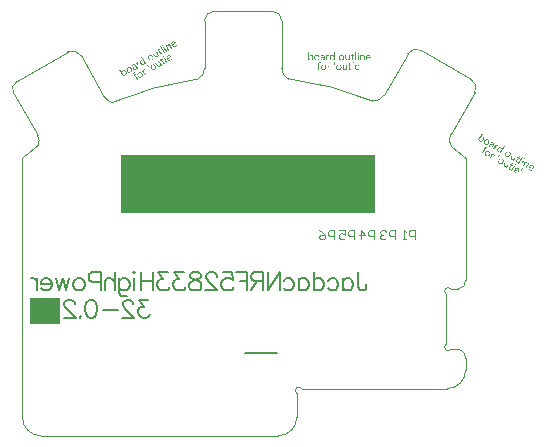
<source format=gbo>
G04*
G04 #@! TF.GenerationSoftware,Altium Limited,Altium Designer,21.2.2 (38)*
G04*
G04 Layer_Color=32896*
%FSAX25Y25*%
%MOIN*%
G70*
G04*
G04 #@! TF.SameCoordinates,45594BEC-2849-4BF4-9243-89CCF95E6EF7*
G04*
G04*
G04 #@! TF.FilePolarity,Positive*
G04*
G01*
G75*
%ADD10C,0.00394*%
%ADD68C,0.00787*%
%ADD69C,0.00600*%
%ADD86C,0.00300*%
%ADD87R,0.84908X0.19537*%
%ADD88R,0.10094X0.08760*%
G36*
X0038342Y0118576D02*
X0038361Y0118573D01*
X0038381Y0118567D01*
X0038404Y0118557D01*
X0038427Y0118544D01*
X0038447Y0118527D01*
X0038450Y0118524D01*
X0038457Y0118517D01*
X0038463Y0118507D01*
X0038476Y0118491D01*
X0038486Y0118471D01*
X0038493Y0118448D01*
X0038499Y0118426D01*
X0038503Y0118396D01*
Y0118393D01*
Y0118383D01*
X0038499Y0118370D01*
X0038496Y0118350D01*
X0038489Y0118327D01*
X0038480Y0118307D01*
X0038467Y0118284D01*
X0038447Y0118261D01*
X0038443Y0118258D01*
X0038437Y0118255D01*
X0038427Y0118245D01*
X0038411Y0118235D01*
X0038391Y0118225D01*
X0038368Y0118219D01*
X0038345Y0118212D01*
X0038316Y0118209D01*
X0038302D01*
X0038289Y0118212D01*
X0038270Y0118216D01*
X0038250Y0118222D01*
X0038227Y0118232D01*
X0038204Y0118245D01*
X0038184Y0118261D01*
X0038181Y0118265D01*
X0038178Y0118271D01*
X0038168Y0118281D01*
X0038158Y0118298D01*
X0038148Y0118317D01*
X0038142Y0118340D01*
X0038135Y0118366D01*
X0038132Y0118396D01*
Y0118399D01*
Y0118409D01*
X0038135Y0118422D01*
X0038138Y0118442D01*
X0038145Y0118462D01*
X0038155Y0118484D01*
X0038168Y0118507D01*
X0038184Y0118527D01*
X0038188Y0118530D01*
X0038194Y0118537D01*
X0038204Y0118544D01*
X0038221Y0118553D01*
X0038240Y0118563D01*
X0038263Y0118573D01*
X0038286Y0118576D01*
X0038316Y0118580D01*
X0038329D01*
X0038342Y0118576D01*
D02*
G37*
G36*
X0030460Y0115985D02*
X0030178D01*
Y0116287D01*
X0030171D01*
X0030168Y0116284D01*
X0030161Y0116274D01*
X0030152Y0116254D01*
X0030135Y0116234D01*
X0030112Y0116208D01*
X0030086Y0116179D01*
X0030057Y0116149D01*
X0030020Y0116116D01*
X0029978Y0116084D01*
X0029935Y0116054D01*
X0029883Y0116024D01*
X0029827Y0115998D01*
X0029768Y0115979D01*
X0029702Y0115962D01*
X0029633Y0115949D01*
X0029558Y0115946D01*
X0029545D01*
X0029525Y0115949D01*
X0029502D01*
X0029476Y0115952D01*
X0029443Y0115959D01*
X0029404Y0115965D01*
X0029364Y0115975D01*
X0029325Y0115988D01*
X0029279Y0116005D01*
X0029237Y0116021D01*
X0029191Y0116044D01*
X0029148Y0116074D01*
X0029105Y0116103D01*
X0029063Y0116139D01*
X0029023Y0116182D01*
X0029020Y0116185D01*
X0029013Y0116192D01*
X0029004Y0116208D01*
X0028994Y0116225D01*
X0028977Y0116251D01*
X0028961Y0116277D01*
X0028941Y0116313D01*
X0028925Y0116352D01*
X0028905Y0116395D01*
X0028886Y0116444D01*
X0028869Y0116497D01*
X0028856Y0116556D01*
X0028843Y0116618D01*
X0028833Y0116684D01*
X0028827Y0116756D01*
X0028823Y0116831D01*
Y0116838D01*
Y0116851D01*
Y0116874D01*
X0028827Y0116903D01*
X0028830Y0116943D01*
X0028836Y0116985D01*
X0028843Y0117031D01*
X0028853Y0117084D01*
X0028879Y0117195D01*
X0028895Y0117254D01*
X0028918Y0117314D01*
X0028945Y0117373D01*
X0028974Y0117432D01*
X0029007Y0117484D01*
X0029046Y0117537D01*
X0029050Y0117540D01*
X0029056Y0117550D01*
X0029069Y0117563D01*
X0029086Y0117579D01*
X0029109Y0117599D01*
X0029135Y0117622D01*
X0029168Y0117645D01*
X0029204Y0117671D01*
X0029243Y0117694D01*
X0029289Y0117717D01*
X0029338Y0117740D01*
X0029391Y0117760D01*
X0029447Y0117779D01*
X0029506Y0117792D01*
X0029571Y0117799D01*
X0029637Y0117802D01*
X0029653D01*
X0029673Y0117799D01*
X0029696D01*
X0029729Y0117792D01*
X0029761Y0117786D01*
X0029801Y0117779D01*
X0029840Y0117766D01*
X0029886Y0117750D01*
X0029929Y0117733D01*
X0029975Y0117707D01*
X0030017Y0117681D01*
X0030060Y0117648D01*
X0030099Y0117609D01*
X0030139Y0117566D01*
X0030171Y0117514D01*
X0030178D01*
Y0118612D01*
X0030460D01*
Y0115985D01*
D02*
G37*
G36*
X0039952Y0117799D02*
X0039975Y0117796D01*
X0040005Y0117792D01*
X0040067Y0117779D01*
X0040139Y0117756D01*
X0040179Y0117740D01*
X0040215Y0117724D01*
X0040251Y0117701D01*
X0040287Y0117674D01*
X0040320Y0117645D01*
X0040349Y0117612D01*
X0040352Y0117609D01*
X0040356Y0117602D01*
X0040362Y0117592D01*
X0040372Y0117576D01*
X0040385Y0117560D01*
X0040398Y0117533D01*
X0040411Y0117507D01*
X0040428Y0117474D01*
X0040441Y0117438D01*
X0040454Y0117399D01*
X0040467Y0117353D01*
X0040480Y0117304D01*
X0040490Y0117251D01*
X0040497Y0117195D01*
X0040503Y0117136D01*
Y0117071D01*
Y0115985D01*
X0040218D01*
Y0116995D01*
Y0116999D01*
Y0117002D01*
Y0117018D01*
X0040215Y0117048D01*
X0040211Y0117084D01*
X0040205Y0117127D01*
X0040195Y0117176D01*
X0040182Y0117225D01*
X0040165Y0117281D01*
X0040146Y0117333D01*
X0040116Y0117382D01*
X0040084Y0117432D01*
X0040044Y0117474D01*
X0039995Y0117510D01*
X0039942Y0117540D01*
X0039877Y0117556D01*
X0039841Y0117563D01*
X0039785D01*
X0039769Y0117560D01*
X0039752D01*
X0039729Y0117553D01*
X0039680Y0117543D01*
X0039624Y0117524D01*
X0039565Y0117494D01*
X0039536Y0117478D01*
X0039506Y0117455D01*
X0039477Y0117432D01*
X0039450Y0117402D01*
Y0117399D01*
X0039444Y0117395D01*
X0039437Y0117386D01*
X0039428Y0117373D01*
X0039418Y0117356D01*
X0039408Y0117340D01*
X0039382Y0117291D01*
X0039355Y0117232D01*
X0039336Y0117163D01*
X0039319Y0117084D01*
X0039313Y0116995D01*
Y0115985D01*
X0039027D01*
Y0117760D01*
X0039313D01*
Y0117464D01*
X0039319D01*
X0039323Y0117468D01*
X0039329Y0117478D01*
X0039339Y0117497D01*
X0039355Y0117517D01*
X0039378Y0117543D01*
X0039405Y0117573D01*
X0039434Y0117602D01*
X0039467Y0117635D01*
X0039506Y0117665D01*
X0039549Y0117694D01*
X0039598Y0117724D01*
X0039651Y0117750D01*
X0039706Y0117773D01*
X0039769Y0117789D01*
X0039834Y0117799D01*
X0039903Y0117802D01*
X0039933D01*
X0039952Y0117799D01*
D02*
G37*
G36*
X0028528Y0117789D02*
X0028584Y0117783D01*
X0028613Y0117776D01*
X0028636Y0117766D01*
Y0117471D01*
X0028633Y0117474D01*
X0028623Y0117481D01*
X0028604Y0117491D01*
X0028581Y0117500D01*
X0028551Y0117510D01*
X0028512Y0117520D01*
X0028469Y0117527D01*
X0028420Y0117530D01*
X0028403D01*
X0028390Y0117527D01*
X0028357Y0117520D01*
X0028315Y0117507D01*
X0028266Y0117487D01*
X0028216Y0117458D01*
X0028190Y0117438D01*
X0028164Y0117415D01*
X0028138Y0117386D01*
X0028115Y0117356D01*
Y0117353D01*
X0028108Y0117350D01*
X0028105Y0117340D01*
X0028095Y0117327D01*
X0028085Y0117307D01*
X0028075Y0117287D01*
X0028066Y0117261D01*
X0028056Y0117235D01*
X0028043Y0117202D01*
X0028033Y0117169D01*
X0028023Y0117130D01*
X0028013Y0117087D01*
X0028000Y0116995D01*
X0027993Y0116890D01*
Y0115985D01*
X0027708D01*
Y0117760D01*
X0027993D01*
Y0117392D01*
X0028000D01*
Y0117395D01*
X0028003Y0117402D01*
X0028007Y0117412D01*
X0028013Y0117425D01*
X0028026Y0117458D01*
X0028046Y0117500D01*
X0028072Y0117546D01*
X0028105Y0117596D01*
X0028144Y0117645D01*
X0028187Y0117687D01*
X0028194Y0117691D01*
X0028210Y0117704D01*
X0028236Y0117720D01*
X0028269Y0117740D01*
X0028308Y0117760D01*
X0028357Y0117776D01*
X0028410Y0117789D01*
X0028466Y0117792D01*
X0028505D01*
X0028528Y0117789D01*
D02*
G37*
G36*
X0035531Y0115985D02*
X0035245D01*
Y0116264D01*
X0035239D01*
X0035236Y0116261D01*
X0035229Y0116251D01*
X0035219Y0116234D01*
X0035206Y0116215D01*
X0035186Y0116192D01*
X0035164Y0116162D01*
X0035137Y0116136D01*
X0035105Y0116106D01*
X0035068Y0116074D01*
X0035029Y0116048D01*
X0034983Y0116021D01*
X0034934Y0115995D01*
X0034878Y0115975D01*
X0034822Y0115959D01*
X0034760Y0115949D01*
X0034691Y0115946D01*
X0034665D01*
X0034632Y0115952D01*
X0034593Y0115959D01*
X0034544Y0115969D01*
X0034491Y0115985D01*
X0034435Y0116008D01*
X0034376Y0116041D01*
X0034317Y0116080D01*
X0034258Y0116129D01*
X0034206Y0116189D01*
X0034179Y0116225D01*
X0034157Y0116264D01*
X0034137Y0116303D01*
X0034117Y0116349D01*
X0034101Y0116398D01*
X0034084Y0116448D01*
X0034075Y0116503D01*
X0034065Y0116566D01*
X0034061Y0116628D01*
X0034058Y0116697D01*
Y0117760D01*
X0034340D01*
Y0116743D01*
Y0116736D01*
Y0116720D01*
X0034343Y0116690D01*
X0034347Y0116654D01*
X0034353Y0116612D01*
X0034363Y0116566D01*
X0034376Y0116513D01*
X0034393Y0116464D01*
X0034416Y0116411D01*
X0034445Y0116359D01*
X0034481Y0116313D01*
X0034521Y0116270D01*
X0034570Y0116234D01*
X0034629Y0116205D01*
X0034694Y0116189D01*
X0034731Y0116185D01*
X0034770Y0116182D01*
X0034790D01*
X0034806Y0116185D01*
X0034842Y0116189D01*
X0034891Y0116202D01*
X0034944Y0116218D01*
X0034999Y0116244D01*
X0035059Y0116284D01*
X0035085Y0116307D01*
X0035111Y0116333D01*
Y0116336D01*
X0035118Y0116339D01*
X0035124Y0116349D01*
X0035131Y0116362D01*
X0035154Y0116395D01*
X0035180Y0116441D01*
X0035203Y0116500D01*
X0035226Y0116569D01*
X0035239Y0116648D01*
X0035245Y0116736D01*
Y0117760D01*
X0035531D01*
Y0115985D01*
D02*
G37*
G36*
X0038453D02*
X0038168D01*
Y0117760D01*
X0038453D01*
Y0115985D01*
D02*
G37*
G36*
X0037594D02*
X0037309D01*
Y0118612D01*
X0037594D01*
Y0115985D01*
D02*
G37*
G36*
X0026606Y0117799D02*
X0026645Y0117792D01*
X0026691Y0117783D01*
X0026744Y0117766D01*
X0026803Y0117746D01*
X0026862Y0117720D01*
X0026918Y0117684D01*
X0026977Y0117641D01*
X0027029Y0117586D01*
X0027075Y0117524D01*
X0027114Y0117448D01*
X0027131Y0117405D01*
X0027147Y0117359D01*
X0027157Y0117310D01*
X0027167Y0117258D01*
X0027170Y0117199D01*
X0027173Y0117140D01*
Y0115985D01*
X0026888D01*
Y0116261D01*
X0026882D01*
X0026878Y0116257D01*
X0026872Y0116247D01*
X0026862Y0116231D01*
X0026845Y0116211D01*
X0026826Y0116189D01*
X0026803Y0116162D01*
X0026777Y0116133D01*
X0026744Y0116103D01*
X0026708Y0116074D01*
X0026665Y0116044D01*
X0026622Y0116018D01*
X0026573Y0115995D01*
X0026517Y0115975D01*
X0026462Y0115959D01*
X0026399Y0115949D01*
X0026334Y0115946D01*
X0026307D01*
X0026291Y0115949D01*
X0026268D01*
X0026242Y0115952D01*
X0026183Y0115962D01*
X0026117Y0115979D01*
X0026048Y0116005D01*
X0025983Y0116038D01*
X0025921Y0116084D01*
Y0116087D01*
X0025914Y0116090D01*
X0025897Y0116110D01*
X0025871Y0116139D01*
X0025845Y0116182D01*
X0025819Y0116234D01*
X0025793Y0116297D01*
X0025776Y0116372D01*
X0025773Y0116411D01*
X0025770Y0116454D01*
Y0116461D01*
Y0116477D01*
X0025773Y0116500D01*
X0025779Y0116533D01*
X0025786Y0116572D01*
X0025799Y0116615D01*
X0025819Y0116664D01*
X0025842Y0116713D01*
X0025875Y0116766D01*
X0025914Y0116815D01*
X0025960Y0116864D01*
X0026019Y0116910D01*
X0026085Y0116949D01*
X0026163Y0116985D01*
X0026255Y0117015D01*
X0026304Y0117025D01*
X0026357Y0117035D01*
X0026888Y0117110D01*
Y0117117D01*
Y0117130D01*
X0026885Y0117153D01*
X0026882Y0117182D01*
X0026878Y0117215D01*
X0026868Y0117254D01*
X0026859Y0117294D01*
X0026842Y0117336D01*
X0026823Y0117379D01*
X0026799Y0117419D01*
X0026770Y0117458D01*
X0026734Y0117491D01*
X0026691Y0117520D01*
X0026645Y0117543D01*
X0026590Y0117556D01*
X0026524Y0117563D01*
X0026491D01*
X0026468Y0117560D01*
X0026442Y0117556D01*
X0026409Y0117550D01*
X0026373Y0117543D01*
X0026331Y0117537D01*
X0026242Y0117510D01*
X0026193Y0117491D01*
X0026144Y0117471D01*
X0026094Y0117445D01*
X0026042Y0117415D01*
X0025993Y0117382D01*
X0025943Y0117343D01*
Y0117635D01*
X0025947Y0117638D01*
X0025957Y0117641D01*
X0025970Y0117651D01*
X0025989Y0117661D01*
X0026016Y0117674D01*
X0026045Y0117687D01*
X0026078Y0117704D01*
X0026117Y0117720D01*
X0026160Y0117733D01*
X0026206Y0117750D01*
X0026255Y0117763D01*
X0026307Y0117776D01*
X0026422Y0117796D01*
X0026485Y0117799D01*
X0026547Y0117802D01*
X0026573D01*
X0026606Y0117799D01*
D02*
G37*
G36*
X0036482Y0117760D02*
X0036928D01*
Y0117517D01*
X0036482D01*
Y0116516D01*
Y0116513D01*
Y0116510D01*
Y0116500D01*
Y0116487D01*
X0036485Y0116454D01*
X0036489Y0116418D01*
X0036495Y0116376D01*
X0036508Y0116333D01*
X0036521Y0116294D01*
X0036541Y0116261D01*
X0036544Y0116257D01*
X0036554Y0116247D01*
X0036567Y0116238D01*
X0036590Y0116225D01*
X0036620Y0116208D01*
X0036653Y0116198D01*
X0036695Y0116189D01*
X0036744Y0116185D01*
X0036764D01*
X0036784Y0116189D01*
X0036807Y0116192D01*
X0036836Y0116198D01*
X0036869Y0116211D01*
X0036899Y0116225D01*
X0036928Y0116244D01*
Y0116001D01*
X0036925Y0115998D01*
X0036912Y0115995D01*
X0036889Y0115985D01*
X0036859Y0115975D01*
X0036820Y0115965D01*
X0036777Y0115959D01*
X0036725Y0115952D01*
X0036666Y0115949D01*
X0036646D01*
X0036623Y0115952D01*
X0036594Y0115959D01*
X0036557Y0115965D01*
X0036518Y0115975D01*
X0036476Y0115992D01*
X0036433Y0116015D01*
X0036387Y0116041D01*
X0036344Y0116077D01*
X0036305Y0116116D01*
X0036269Y0116169D01*
X0036239Y0116228D01*
X0036216Y0116297D01*
X0036203Y0116376D01*
X0036197Y0116467D01*
Y0117517D01*
X0035892D01*
Y0117760D01*
X0036197D01*
Y0118193D01*
X0036482Y0118284D01*
Y0117760D01*
D02*
G37*
G36*
X0041796Y0117799D02*
X0041822Y0117796D01*
X0041858Y0117789D01*
X0041894Y0117783D01*
X0041933Y0117773D01*
X0041976Y0117763D01*
X0042022Y0117746D01*
X0042065Y0117730D01*
X0042111Y0117707D01*
X0042153Y0117681D01*
X0042196Y0117651D01*
X0042239Y0117615D01*
X0042275Y0117576D01*
X0042278Y0117573D01*
X0042284Y0117566D01*
X0042291Y0117553D01*
X0042304Y0117533D01*
X0042317Y0117510D01*
X0042334Y0117484D01*
X0042353Y0117451D01*
X0042370Y0117412D01*
X0042386Y0117369D01*
X0042406Y0117323D01*
X0042422Y0117271D01*
X0042435Y0117215D01*
X0042448Y0117156D01*
X0042458Y0117090D01*
X0042461Y0117022D01*
X0042465Y0116949D01*
Y0116802D01*
X0041212D01*
Y0116799D01*
Y0116789D01*
X0041215Y0116772D01*
Y0116753D01*
X0041218Y0116726D01*
X0041222Y0116700D01*
X0041235Y0116631D01*
X0041254Y0116559D01*
X0041281Y0116484D01*
X0041320Y0116408D01*
X0041343Y0116376D01*
X0041369Y0116343D01*
X0041373Y0116339D01*
X0041376Y0116336D01*
X0041386Y0116330D01*
X0041399Y0116316D01*
X0041412Y0116307D01*
X0041432Y0116294D01*
X0041481Y0116264D01*
X0041540Y0116234D01*
X0041612Y0116208D01*
X0041697Y0116189D01*
X0041743Y0116185D01*
X0041792Y0116182D01*
X0041822D01*
X0041842Y0116185D01*
X0041868Y0116189D01*
X0041901Y0116192D01*
X0041933Y0116198D01*
X0041973Y0116208D01*
X0042058Y0116231D01*
X0042104Y0116247D01*
X0042150Y0116264D01*
X0042199Y0116287D01*
X0042248Y0116313D01*
X0042294Y0116343D01*
X0042343Y0116379D01*
Y0116113D01*
X0042340Y0116110D01*
X0042334Y0116106D01*
X0042320Y0116097D01*
X0042301Y0116087D01*
X0042278Y0116074D01*
X0042248Y0116061D01*
X0042215Y0116044D01*
X0042179Y0116031D01*
X0042137Y0116015D01*
X0042091Y0115998D01*
X0042038Y0115985D01*
X0041983Y0115972D01*
X0041924Y0115962D01*
X0041861Y0115952D01*
X0041796Y0115949D01*
X0041723Y0115946D01*
X0041707D01*
X0041687Y0115949D01*
X0041661D01*
X0041628Y0115952D01*
X0041592Y0115959D01*
X0041553Y0115965D01*
X0041507Y0115975D01*
X0041461Y0115988D01*
X0041412Y0116005D01*
X0041363Y0116024D01*
X0041313Y0116048D01*
X0041264Y0116074D01*
X0041218Y0116106D01*
X0041173Y0116143D01*
X0041130Y0116185D01*
X0041127Y0116189D01*
X0041120Y0116195D01*
X0041110Y0116211D01*
X0041097Y0116231D01*
X0041081Y0116254D01*
X0041061Y0116284D01*
X0041045Y0116320D01*
X0041025Y0116359D01*
X0041002Y0116405D01*
X0040986Y0116457D01*
X0040966Y0116513D01*
X0040949Y0116572D01*
X0040936Y0116638D01*
X0040927Y0116710D01*
X0040920Y0116785D01*
X0040917Y0116864D01*
Y0116867D01*
Y0116884D01*
X0040920Y0116903D01*
Y0116933D01*
X0040923Y0116969D01*
X0040930Y0117008D01*
X0040936Y0117054D01*
X0040946Y0117104D01*
X0040959Y0117156D01*
X0040976Y0117212D01*
X0040992Y0117268D01*
X0041015Y0117327D01*
X0041045Y0117382D01*
X0041074Y0117435D01*
X0041110Y0117491D01*
X0041153Y0117540D01*
X0041156Y0117543D01*
X0041163Y0117550D01*
X0041176Y0117563D01*
X0041195Y0117582D01*
X0041218Y0117602D01*
X0041245Y0117622D01*
X0041277Y0117648D01*
X0041313Y0117671D01*
X0041356Y0117694D01*
X0041399Y0117720D01*
X0041448Y0117740D01*
X0041500Y0117763D01*
X0041553Y0117779D01*
X0041612Y0117792D01*
X0041674Y0117799D01*
X0041737Y0117802D01*
X0041769D01*
X0041796Y0117799D01*
D02*
G37*
G36*
X0032861D02*
X0032894Y0117796D01*
X0032933Y0117789D01*
X0032976Y0117783D01*
X0033022Y0117773D01*
X0033071Y0117760D01*
X0033120Y0117743D01*
X0033173Y0117724D01*
X0033225Y0117697D01*
X0033274Y0117671D01*
X0033323Y0117638D01*
X0033373Y0117599D01*
X0033415Y0117556D01*
X0033419Y0117553D01*
X0033425Y0117546D01*
X0033435Y0117530D01*
X0033451Y0117510D01*
X0033468Y0117487D01*
X0033487Y0117458D01*
X0033507Y0117422D01*
X0033527Y0117379D01*
X0033547Y0117333D01*
X0033569Y0117284D01*
X0033586Y0117228D01*
X0033602Y0117166D01*
X0033619Y0117104D01*
X0033628Y0117031D01*
X0033635Y0116956D01*
X0033638Y0116877D01*
Y0116874D01*
Y0116858D01*
Y0116838D01*
X0033635Y0116808D01*
X0033632Y0116772D01*
X0033625Y0116730D01*
X0033619Y0116684D01*
X0033609Y0116635D01*
X0033596Y0116582D01*
X0033579Y0116526D01*
X0033560Y0116471D01*
X0033537Y0116411D01*
X0033510Y0116356D01*
X0033478Y0116300D01*
X0033441Y0116247D01*
X0033399Y0116198D01*
X0033396Y0116195D01*
X0033389Y0116189D01*
X0033373Y0116175D01*
X0033356Y0116159D01*
X0033330Y0116139D01*
X0033301Y0116120D01*
X0033268Y0116097D01*
X0033228Y0116074D01*
X0033186Y0116048D01*
X0033136Y0116024D01*
X0033084Y0116005D01*
X0033028Y0115985D01*
X0032966Y0115969D01*
X0032900Y0115956D01*
X0032831Y0115949D01*
X0032756Y0115946D01*
X0032740D01*
X0032717Y0115949D01*
X0032690D01*
X0032658Y0115952D01*
X0032618Y0115959D01*
X0032576Y0115965D01*
X0032530Y0115975D01*
X0032480Y0115988D01*
X0032428Y0116005D01*
X0032375Y0116024D01*
X0032323Y0116051D01*
X0032271Y0116077D01*
X0032221Y0116110D01*
X0032172Y0116149D01*
X0032126Y0116192D01*
X0032123Y0116195D01*
X0032116Y0116205D01*
X0032103Y0116218D01*
X0032090Y0116238D01*
X0032070Y0116261D01*
X0032051Y0116294D01*
X0032031Y0116326D01*
X0032008Y0116369D01*
X0031985Y0116411D01*
X0031966Y0116464D01*
X0031946Y0116516D01*
X0031926Y0116576D01*
X0031913Y0116638D01*
X0031900Y0116707D01*
X0031893Y0116776D01*
X0031890Y0116851D01*
Y0116858D01*
Y0116871D01*
X0031893Y0116894D01*
Y0116923D01*
X0031897Y0116963D01*
X0031903Y0117005D01*
X0031910Y0117054D01*
X0031920Y0117107D01*
X0031933Y0117159D01*
X0031949Y0117218D01*
X0031969Y0117277D01*
X0031992Y0117333D01*
X0032021Y0117392D01*
X0032054Y0117448D01*
X0032090Y0117500D01*
X0032133Y0117550D01*
X0032136Y0117553D01*
X0032146Y0117560D01*
X0032159Y0117573D01*
X0032179Y0117589D01*
X0032202Y0117609D01*
X0032231Y0117628D01*
X0032267Y0117651D01*
X0032307Y0117678D01*
X0032353Y0117701D01*
X0032402Y0117724D01*
X0032458Y0117743D01*
X0032517Y0117763D01*
X0032579Y0117779D01*
X0032648Y0117792D01*
X0032720Y0117799D01*
X0032795Y0117802D01*
X0032835D01*
X0032861Y0117799D01*
D02*
G37*
G36*
X0024667D02*
X0024700Y0117796D01*
X0024740Y0117789D01*
X0024782Y0117783D01*
X0024828Y0117773D01*
X0024877Y0117760D01*
X0024927Y0117743D01*
X0024979Y0117724D01*
X0025032Y0117697D01*
X0025081Y0117671D01*
X0025130Y0117638D01*
X0025179Y0117599D01*
X0025222Y0117556D01*
X0025225Y0117553D01*
X0025232Y0117546D01*
X0025242Y0117530D01*
X0025258Y0117510D01*
X0025274Y0117487D01*
X0025294Y0117458D01*
X0025314Y0117422D01*
X0025333Y0117379D01*
X0025353Y0117333D01*
X0025376Y0117284D01*
X0025392Y0117228D01*
X0025409Y0117166D01*
X0025425Y0117104D01*
X0025435Y0117031D01*
X0025442Y0116956D01*
X0025445Y0116877D01*
Y0116874D01*
Y0116858D01*
Y0116838D01*
X0025442Y0116808D01*
X0025438Y0116772D01*
X0025432Y0116730D01*
X0025425Y0116684D01*
X0025415Y0116635D01*
X0025402Y0116582D01*
X0025386Y0116526D01*
X0025366Y0116471D01*
X0025343Y0116411D01*
X0025317Y0116356D01*
X0025284Y0116300D01*
X0025248Y0116247D01*
X0025205Y0116198D01*
X0025202Y0116195D01*
X0025196Y0116189D01*
X0025179Y0116175D01*
X0025163Y0116159D01*
X0025137Y0116139D01*
X0025107Y0116120D01*
X0025074Y0116097D01*
X0025035Y0116074D01*
X0024992Y0116048D01*
X0024943Y0116024D01*
X0024891Y0116005D01*
X0024835Y0115985D01*
X0024772Y0115969D01*
X0024707Y0115956D01*
X0024638Y0115949D01*
X0024563Y0115946D01*
X0024546D01*
X0024523Y0115949D01*
X0024497D01*
X0024464Y0115952D01*
X0024425Y0115959D01*
X0024382Y0115965D01*
X0024336Y0115975D01*
X0024287Y0115988D01*
X0024235Y0116005D01*
X0024182Y0116024D01*
X0024130Y0116051D01*
X0024077Y0116077D01*
X0024028Y0116110D01*
X0023979Y0116149D01*
X0023933Y0116192D01*
X0023930Y0116195D01*
X0023923Y0116205D01*
X0023910Y0116218D01*
X0023897Y0116238D01*
X0023877Y0116261D01*
X0023857Y0116294D01*
X0023838Y0116326D01*
X0023815Y0116369D01*
X0023792Y0116411D01*
X0023772Y0116464D01*
X0023752Y0116516D01*
X0023733Y0116576D01*
X0023720Y0116638D01*
X0023707Y0116707D01*
X0023700Y0116776D01*
X0023697Y0116851D01*
Y0116858D01*
Y0116871D01*
X0023700Y0116894D01*
Y0116923D01*
X0023703Y0116963D01*
X0023710Y0117005D01*
X0023716Y0117054D01*
X0023726Y0117107D01*
X0023739Y0117159D01*
X0023756Y0117218D01*
X0023775Y0117277D01*
X0023798Y0117333D01*
X0023828Y0117392D01*
X0023861Y0117448D01*
X0023897Y0117500D01*
X0023939Y0117550D01*
X0023943Y0117553D01*
X0023953Y0117560D01*
X0023966Y0117573D01*
X0023985Y0117589D01*
X0024008Y0117609D01*
X0024038Y0117628D01*
X0024074Y0117651D01*
X0024113Y0117678D01*
X0024159Y0117701D01*
X0024208Y0117724D01*
X0024264Y0117743D01*
X0024323Y0117763D01*
X0024385Y0117779D01*
X0024454Y0117792D01*
X0024527Y0117799D01*
X0024602Y0117802D01*
X0024641D01*
X0024667Y0117799D01*
D02*
G37*
G36*
X0022014Y0117448D02*
X0022021D01*
X0022024Y0117451D01*
X0022030Y0117464D01*
X0022043Y0117481D01*
X0022060Y0117504D01*
X0022083Y0117530D01*
X0022109Y0117560D01*
X0022139Y0117592D01*
X0022175Y0117625D01*
X0022217Y0117658D01*
X0022263Y0117691D01*
X0022312Y0117720D01*
X0022368Y0117746D01*
X0022427Y0117770D01*
X0022493Y0117786D01*
X0022562Y0117799D01*
X0022634Y0117802D01*
X0022667D01*
X0022690Y0117799D01*
X0022719Y0117796D01*
X0022752Y0117789D01*
X0022791Y0117783D01*
X0022831Y0117773D01*
X0022873Y0117760D01*
X0022916Y0117743D01*
X0022962Y0117724D01*
X0023005Y0117701D01*
X0023047Y0117674D01*
X0023090Y0117641D01*
X0023133Y0117605D01*
X0023169Y0117563D01*
X0023172Y0117560D01*
X0023178Y0117553D01*
X0023185Y0117537D01*
X0023198Y0117520D01*
X0023214Y0117494D01*
X0023231Y0117468D01*
X0023247Y0117432D01*
X0023267Y0117392D01*
X0023283Y0117350D01*
X0023300Y0117300D01*
X0023316Y0117248D01*
X0023333Y0117192D01*
X0023346Y0117130D01*
X0023352Y0117064D01*
X0023359Y0116995D01*
X0023362Y0116923D01*
Y0116917D01*
Y0116903D01*
Y0116881D01*
X0023359Y0116851D01*
X0023356Y0116812D01*
X0023352Y0116769D01*
X0023346Y0116720D01*
X0023336Y0116667D01*
X0023310Y0116553D01*
X0023293Y0116493D01*
X0023270Y0116435D01*
X0023247Y0116376D01*
X0023218Y0116320D01*
X0023185Y0116264D01*
X0023146Y0116211D01*
X0023142Y0116208D01*
X0023136Y0116202D01*
X0023123Y0116189D01*
X0023106Y0116169D01*
X0023083Y0116149D01*
X0023057Y0116126D01*
X0023028Y0116103D01*
X0022991Y0116080D01*
X0022949Y0116054D01*
X0022906Y0116031D01*
X0022857Y0116008D01*
X0022805Y0115988D01*
X0022745Y0115972D01*
X0022686Y0115959D01*
X0022621Y0115949D01*
X0022552Y0115946D01*
X0022535D01*
X0022519Y0115949D01*
X0022493D01*
X0022467Y0115956D01*
X0022431Y0115962D01*
X0022395Y0115972D01*
X0022355Y0115982D01*
X0022312Y0115998D01*
X0022267Y0116018D01*
X0022224Y0116041D01*
X0022181Y0116070D01*
X0022135Y0116103D01*
X0022096Y0116143D01*
X0022057Y0116189D01*
X0022021Y0116241D01*
X0022014D01*
Y0115985D01*
X0021729D01*
Y0118612D01*
X0022014D01*
Y0117448D01*
D02*
G37*
G36*
X0025704Y0115445D02*
X0025737Y0115442D01*
X0025770Y0115435D01*
X0025806Y0115426D01*
X0025835Y0115416D01*
Y0115160D01*
X0025832Y0115163D01*
X0025819Y0115166D01*
X0025802Y0115173D01*
X0025779Y0115183D01*
X0025750Y0115193D01*
X0025720Y0115199D01*
X0025684Y0115202D01*
X0025645Y0115206D01*
X0025632D01*
X0025619Y0115202D01*
X0025599Y0115199D01*
X0025576Y0115196D01*
X0025550Y0115186D01*
X0025524Y0115173D01*
X0025497Y0115160D01*
X0025468Y0115140D01*
X0025442Y0115114D01*
X0025415Y0115084D01*
X0025392Y0115048D01*
X0025373Y0115006D01*
X0025360Y0114956D01*
X0025350Y0114898D01*
X0025346Y0114832D01*
Y0114556D01*
X0025763D01*
Y0114314D01*
X0025346D01*
Y0112782D01*
X0025064D01*
Y0114314D01*
X0024763D01*
Y0114556D01*
X0025064D01*
Y0114845D01*
Y0114848D01*
Y0114858D01*
Y0114871D01*
X0025068Y0114891D01*
X0025071Y0114914D01*
X0025074Y0114943D01*
X0025084Y0115006D01*
X0025104Y0115075D01*
X0025133Y0115147D01*
X0025150Y0115183D01*
X0025173Y0115219D01*
X0025196Y0115252D01*
X0025225Y0115285D01*
X0025228Y0115288D01*
X0025232Y0115291D01*
X0025242Y0115301D01*
X0025255Y0115311D01*
X0025271Y0115324D01*
X0025287Y0115337D01*
X0025337Y0115366D01*
X0025396Y0115396D01*
X0025465Y0115422D01*
X0025543Y0115442D01*
X0025583Y0115445D01*
X0025629Y0115448D01*
X0025675D01*
X0025704Y0115445D01*
D02*
G37*
G36*
X0036649Y0115373D02*
X0036669Y0115370D01*
X0036689Y0115363D01*
X0036712Y0115353D01*
X0036735Y0115340D01*
X0036754Y0115324D01*
X0036758Y0115321D01*
X0036764Y0115314D01*
X0036771Y0115304D01*
X0036784Y0115288D01*
X0036794Y0115268D01*
X0036800Y0115245D01*
X0036807Y0115222D01*
X0036810Y0115193D01*
Y0115189D01*
Y0115180D01*
X0036807Y0115166D01*
X0036803Y0115147D01*
X0036797Y0115124D01*
X0036787Y0115104D01*
X0036774Y0115081D01*
X0036754Y0115058D01*
X0036751Y0115055D01*
X0036744Y0115052D01*
X0036735Y0115042D01*
X0036718Y0115032D01*
X0036699Y0115022D01*
X0036676Y0115016D01*
X0036653Y0115009D01*
X0036623Y0115006D01*
X0036610D01*
X0036597Y0115009D01*
X0036577Y0115012D01*
X0036557Y0115019D01*
X0036535Y0115029D01*
X0036512Y0115042D01*
X0036492Y0115058D01*
X0036489Y0115061D01*
X0036485Y0115068D01*
X0036476Y0115078D01*
X0036466Y0115094D01*
X0036456Y0115114D01*
X0036449Y0115137D01*
X0036443Y0115163D01*
X0036439Y0115193D01*
Y0115196D01*
Y0115206D01*
X0036443Y0115219D01*
X0036446Y0115239D01*
X0036453Y0115258D01*
X0036462Y0115281D01*
X0036476Y0115304D01*
X0036492Y0115324D01*
X0036495Y0115327D01*
X0036502Y0115334D01*
X0036512Y0115340D01*
X0036528Y0115350D01*
X0036548Y0115360D01*
X0036571Y0115370D01*
X0036594Y0115373D01*
X0036623Y0115376D01*
X0036636D01*
X0036649Y0115373D01*
D02*
G37*
G36*
X0039437Y0114491D02*
X0039188D01*
Y0115268D01*
X0039437D01*
Y0114491D01*
D02*
G37*
G36*
X0030608D02*
X0030358D01*
Y0115268D01*
X0030608D01*
Y0114491D01*
D02*
G37*
G36*
X0028971Y0114586D02*
X0029027Y0114579D01*
X0029056Y0114573D01*
X0029079Y0114563D01*
Y0114268D01*
X0029076Y0114271D01*
X0029066Y0114278D01*
X0029046Y0114287D01*
X0029023Y0114297D01*
X0028994Y0114307D01*
X0028954Y0114317D01*
X0028912Y0114323D01*
X0028863Y0114327D01*
X0028846D01*
X0028833Y0114323D01*
X0028800Y0114317D01*
X0028758Y0114304D01*
X0028708Y0114284D01*
X0028659Y0114255D01*
X0028633Y0114235D01*
X0028607Y0114212D01*
X0028581Y0114182D01*
X0028558Y0114153D01*
Y0114150D01*
X0028551Y0114146D01*
X0028548Y0114137D01*
X0028538Y0114123D01*
X0028528Y0114104D01*
X0028518Y0114084D01*
X0028508Y0114058D01*
X0028499Y0114032D01*
X0028485Y0113999D01*
X0028476Y0113966D01*
X0028466Y0113927D01*
X0028456Y0113884D01*
X0028443Y0113792D01*
X0028436Y0113687D01*
Y0112782D01*
X0028151D01*
Y0114556D01*
X0028436D01*
Y0114189D01*
X0028443D01*
Y0114192D01*
X0028446Y0114199D01*
X0028449Y0114209D01*
X0028456Y0114222D01*
X0028469Y0114255D01*
X0028489Y0114297D01*
X0028515Y0114343D01*
X0028548Y0114392D01*
X0028587Y0114442D01*
X0028630Y0114484D01*
X0028636Y0114488D01*
X0028653Y0114501D01*
X0028679Y0114517D01*
X0028712Y0114537D01*
X0028751Y0114556D01*
X0028800Y0114573D01*
X0028853Y0114586D01*
X0028909Y0114589D01*
X0028948D01*
X0028971Y0114586D01*
D02*
G37*
G36*
X0034698Y0112782D02*
X0034412D01*
Y0113061D01*
X0034406D01*
X0034403Y0113057D01*
X0034396Y0113048D01*
X0034386Y0113031D01*
X0034373Y0113012D01*
X0034353Y0112988D01*
X0034330Y0112959D01*
X0034304Y0112933D01*
X0034271Y0112903D01*
X0034235Y0112870D01*
X0034196Y0112844D01*
X0034150Y0112818D01*
X0034101Y0112792D01*
X0034045Y0112772D01*
X0033989Y0112756D01*
X0033927Y0112746D01*
X0033858Y0112742D01*
X0033832D01*
X0033799Y0112749D01*
X0033760Y0112756D01*
X0033711Y0112766D01*
X0033658Y0112782D01*
X0033602Y0112805D01*
X0033543Y0112838D01*
X0033484Y0112877D01*
X0033425Y0112926D01*
X0033373Y0112985D01*
X0033346Y0113021D01*
X0033323Y0113061D01*
X0033304Y0113100D01*
X0033284Y0113146D01*
X0033268Y0113195D01*
X0033251Y0113244D01*
X0033241Y0113300D01*
X0033232Y0113362D01*
X0033228Y0113425D01*
X0033225Y0113494D01*
Y0114556D01*
X0033507D01*
Y0113540D01*
Y0113533D01*
Y0113517D01*
X0033510Y0113487D01*
X0033514Y0113451D01*
X0033520Y0113408D01*
X0033530Y0113362D01*
X0033543Y0113310D01*
X0033560Y0113261D01*
X0033583Y0113208D01*
X0033612Y0113156D01*
X0033648Y0113110D01*
X0033687Y0113067D01*
X0033737Y0113031D01*
X0033796Y0113002D01*
X0033861Y0112985D01*
X0033897Y0112982D01*
X0033937Y0112979D01*
X0033957D01*
X0033973Y0112982D01*
X0034009Y0112985D01*
X0034058Y0112998D01*
X0034111Y0113015D01*
X0034166Y0113041D01*
X0034225Y0113080D01*
X0034252Y0113103D01*
X0034278Y0113130D01*
Y0113133D01*
X0034284Y0113136D01*
X0034291Y0113146D01*
X0034298Y0113159D01*
X0034321Y0113192D01*
X0034347Y0113238D01*
X0034370Y0113297D01*
X0034393Y0113366D01*
X0034406Y0113444D01*
X0034412Y0113533D01*
Y0114556D01*
X0034698D01*
Y0112782D01*
D02*
G37*
G36*
X0036761D02*
X0036476D01*
Y0114556D01*
X0036761D01*
Y0112782D01*
D02*
G37*
G36*
X0035649Y0114556D02*
X0036095D01*
Y0114314D01*
X0035649D01*
Y0113313D01*
Y0113310D01*
Y0113307D01*
Y0113297D01*
Y0113284D01*
X0035652Y0113251D01*
X0035656Y0113215D01*
X0035662Y0113172D01*
X0035675Y0113130D01*
X0035688Y0113090D01*
X0035708Y0113057D01*
X0035711Y0113054D01*
X0035721Y0113044D01*
X0035734Y0113034D01*
X0035757Y0113021D01*
X0035787Y0113005D01*
X0035820Y0112995D01*
X0035862Y0112985D01*
X0035911Y0112982D01*
X0035931D01*
X0035951Y0112985D01*
X0035974Y0112988D01*
X0036003Y0112995D01*
X0036036Y0113008D01*
X0036066Y0113021D01*
X0036095Y0113041D01*
Y0112798D01*
X0036092Y0112795D01*
X0036079Y0112792D01*
X0036056Y0112782D01*
X0036026Y0112772D01*
X0035987Y0112762D01*
X0035944Y0112756D01*
X0035892Y0112749D01*
X0035833Y0112746D01*
X0035813D01*
X0035790Y0112749D01*
X0035761Y0112756D01*
X0035724Y0112762D01*
X0035685Y0112772D01*
X0035642Y0112788D01*
X0035600Y0112811D01*
X0035554Y0112838D01*
X0035511Y0112874D01*
X0035472Y0112913D01*
X0035436Y0112966D01*
X0035406Y0113025D01*
X0035383Y0113093D01*
X0035370Y0113172D01*
X0035364Y0113264D01*
Y0114314D01*
X0035059D01*
Y0114556D01*
X0035364D01*
Y0114989D01*
X0035649Y0115081D01*
Y0114556D01*
D02*
G37*
G36*
X0038093Y0114596D02*
X0038119Y0114592D01*
X0038155Y0114586D01*
X0038191Y0114579D01*
X0038230Y0114569D01*
X0038273Y0114560D01*
X0038319Y0114543D01*
X0038361Y0114527D01*
X0038407Y0114504D01*
X0038450Y0114478D01*
X0038493Y0114448D01*
X0038535Y0114412D01*
X0038571Y0114373D01*
X0038575Y0114369D01*
X0038581Y0114363D01*
X0038588Y0114350D01*
X0038601Y0114330D01*
X0038614Y0114307D01*
X0038631Y0114281D01*
X0038650Y0114248D01*
X0038667Y0114209D01*
X0038683Y0114166D01*
X0038703Y0114120D01*
X0038719Y0114068D01*
X0038732Y0114012D01*
X0038745Y0113953D01*
X0038755Y0113887D01*
X0038758Y0113818D01*
X0038762Y0113746D01*
Y0113599D01*
X0037509D01*
Y0113595D01*
Y0113585D01*
X0037512Y0113569D01*
Y0113549D01*
X0037515Y0113523D01*
X0037519Y0113497D01*
X0037532Y0113428D01*
X0037551Y0113356D01*
X0037578Y0113280D01*
X0037617Y0113205D01*
X0037640Y0113172D01*
X0037666Y0113139D01*
X0037669Y0113136D01*
X0037673Y0113133D01*
X0037683Y0113126D01*
X0037696Y0113113D01*
X0037709Y0113103D01*
X0037729Y0113090D01*
X0037778Y0113061D01*
X0037837Y0113031D01*
X0037909Y0113005D01*
X0037994Y0112985D01*
X0038040Y0112982D01*
X0038089Y0112979D01*
X0038119D01*
X0038138Y0112982D01*
X0038165Y0112985D01*
X0038197Y0112988D01*
X0038230Y0112995D01*
X0038270Y0113005D01*
X0038355Y0113028D01*
X0038401Y0113044D01*
X0038447Y0113061D01*
X0038496Y0113084D01*
X0038545Y0113110D01*
X0038591Y0113139D01*
X0038640Y0113175D01*
Y0112910D01*
X0038637Y0112907D01*
X0038631Y0112903D01*
X0038617Y0112893D01*
X0038598Y0112884D01*
X0038575Y0112870D01*
X0038545Y0112857D01*
X0038512Y0112841D01*
X0038476Y0112828D01*
X0038434Y0112811D01*
X0038388Y0112795D01*
X0038335Y0112782D01*
X0038280Y0112769D01*
X0038221Y0112759D01*
X0038158Y0112749D01*
X0038093Y0112746D01*
X0038020Y0112742D01*
X0038004D01*
X0037984Y0112746D01*
X0037958D01*
X0037925Y0112749D01*
X0037889Y0112756D01*
X0037850Y0112762D01*
X0037804Y0112772D01*
X0037758Y0112785D01*
X0037709Y0112802D01*
X0037660Y0112821D01*
X0037610Y0112844D01*
X0037561Y0112870D01*
X0037515Y0112903D01*
X0037469Y0112939D01*
X0037427Y0112982D01*
X0037423Y0112985D01*
X0037417Y0112992D01*
X0037407Y0113008D01*
X0037394Y0113028D01*
X0037378Y0113051D01*
X0037358Y0113080D01*
X0037341Y0113116D01*
X0037322Y0113156D01*
X0037299Y0113202D01*
X0037282Y0113254D01*
X0037263Y0113310D01*
X0037246Y0113369D01*
X0037233Y0113435D01*
X0037223Y0113507D01*
X0037217Y0113582D01*
X0037214Y0113661D01*
Y0113664D01*
Y0113681D01*
X0037217Y0113700D01*
Y0113730D01*
X0037220Y0113766D01*
X0037227Y0113805D01*
X0037233Y0113851D01*
X0037243Y0113900D01*
X0037256Y0113953D01*
X0037273Y0114009D01*
X0037289Y0114064D01*
X0037312Y0114123D01*
X0037341Y0114179D01*
X0037371Y0114232D01*
X0037407Y0114287D01*
X0037450Y0114337D01*
X0037453Y0114340D01*
X0037459Y0114346D01*
X0037473Y0114360D01*
X0037492Y0114379D01*
X0037515Y0114399D01*
X0037541Y0114419D01*
X0037574Y0114445D01*
X0037610Y0114468D01*
X0037653Y0114491D01*
X0037696Y0114517D01*
X0037745Y0114537D01*
X0037797Y0114560D01*
X0037850Y0114576D01*
X0037909Y0114589D01*
X0037971Y0114596D01*
X0038034Y0114599D01*
X0038066D01*
X0038093Y0114596D01*
D02*
G37*
G36*
X0032028D02*
X0032061Y0114592D01*
X0032100Y0114586D01*
X0032143Y0114579D01*
X0032189Y0114569D01*
X0032238Y0114556D01*
X0032287Y0114540D01*
X0032339Y0114520D01*
X0032392Y0114494D01*
X0032441Y0114468D01*
X0032490Y0114435D01*
X0032539Y0114396D01*
X0032582Y0114353D01*
X0032585Y0114350D01*
X0032592Y0114343D01*
X0032602Y0114327D01*
X0032618Y0114307D01*
X0032635Y0114284D01*
X0032654Y0114255D01*
X0032674Y0114218D01*
X0032694Y0114176D01*
X0032713Y0114130D01*
X0032736Y0114081D01*
X0032753Y0114025D01*
X0032769Y0113963D01*
X0032785Y0113900D01*
X0032795Y0113828D01*
X0032802Y0113753D01*
X0032805Y0113674D01*
Y0113671D01*
Y0113654D01*
Y0113635D01*
X0032802Y0113605D01*
X0032799Y0113569D01*
X0032792Y0113526D01*
X0032785Y0113480D01*
X0032776Y0113431D01*
X0032763Y0113379D01*
X0032746Y0113323D01*
X0032726Y0113267D01*
X0032704Y0113208D01*
X0032677Y0113153D01*
X0032645Y0113097D01*
X0032608Y0113044D01*
X0032566Y0112995D01*
X0032563Y0112992D01*
X0032556Y0112985D01*
X0032539Y0112972D01*
X0032523Y0112956D01*
X0032497Y0112936D01*
X0032467Y0112916D01*
X0032435Y0112893D01*
X0032395Y0112870D01*
X0032353Y0112844D01*
X0032303Y0112821D01*
X0032251Y0112802D01*
X0032195Y0112782D01*
X0032133Y0112766D01*
X0032067Y0112752D01*
X0031998Y0112746D01*
X0031923Y0112742D01*
X0031907D01*
X0031883Y0112746D01*
X0031857D01*
X0031824Y0112749D01*
X0031785Y0112756D01*
X0031743Y0112762D01*
X0031697Y0112772D01*
X0031647Y0112785D01*
X0031595Y0112802D01*
X0031542Y0112821D01*
X0031490Y0112847D01*
X0031437Y0112874D01*
X0031388Y0112907D01*
X0031339Y0112946D01*
X0031293Y0112988D01*
X0031290Y0112992D01*
X0031283Y0113002D01*
X0031270Y0113015D01*
X0031257Y0113034D01*
X0031237Y0113057D01*
X0031218Y0113090D01*
X0031198Y0113123D01*
X0031175Y0113166D01*
X0031152Y0113208D01*
X0031132Y0113261D01*
X0031113Y0113313D01*
X0031093Y0113372D01*
X0031080Y0113435D01*
X0031067Y0113504D01*
X0031060Y0113572D01*
X0031057Y0113648D01*
Y0113654D01*
Y0113668D01*
X0031060Y0113690D01*
Y0113720D01*
X0031064Y0113759D01*
X0031070Y0113802D01*
X0031077Y0113851D01*
X0031087Y0113904D01*
X0031100Y0113956D01*
X0031116Y0114015D01*
X0031136Y0114074D01*
X0031159Y0114130D01*
X0031188Y0114189D01*
X0031221Y0114245D01*
X0031257Y0114297D01*
X0031300Y0114346D01*
X0031303Y0114350D01*
X0031313Y0114356D01*
X0031326Y0114369D01*
X0031346Y0114386D01*
X0031369Y0114406D01*
X0031398Y0114425D01*
X0031434Y0114448D01*
X0031473Y0114474D01*
X0031519Y0114497D01*
X0031569Y0114520D01*
X0031624Y0114540D01*
X0031683Y0114560D01*
X0031746Y0114576D01*
X0031815Y0114589D01*
X0031887Y0114596D01*
X0031962Y0114599D01*
X0032002D01*
X0032028Y0114596D01*
D02*
G37*
G36*
X0026918D02*
X0026950Y0114592D01*
X0026990Y0114586D01*
X0027032Y0114579D01*
X0027078Y0114569D01*
X0027128Y0114556D01*
X0027177Y0114540D01*
X0027229Y0114520D01*
X0027282Y0114494D01*
X0027331Y0114468D01*
X0027380Y0114435D01*
X0027429Y0114396D01*
X0027472Y0114353D01*
X0027475Y0114350D01*
X0027482Y0114343D01*
X0027492Y0114327D01*
X0027508Y0114307D01*
X0027524Y0114284D01*
X0027544Y0114255D01*
X0027564Y0114218D01*
X0027583Y0114176D01*
X0027603Y0114130D01*
X0027626Y0114081D01*
X0027643Y0114025D01*
X0027659Y0113963D01*
X0027675Y0113900D01*
X0027685Y0113828D01*
X0027692Y0113753D01*
X0027695Y0113674D01*
Y0113671D01*
Y0113654D01*
Y0113635D01*
X0027692Y0113605D01*
X0027688Y0113569D01*
X0027682Y0113526D01*
X0027675Y0113480D01*
X0027665Y0113431D01*
X0027652Y0113379D01*
X0027636Y0113323D01*
X0027616Y0113267D01*
X0027593Y0113208D01*
X0027567Y0113153D01*
X0027534Y0113097D01*
X0027498Y0113044D01*
X0027455Y0112995D01*
X0027452Y0112992D01*
X0027446Y0112985D01*
X0027429Y0112972D01*
X0027413Y0112956D01*
X0027387Y0112936D01*
X0027357Y0112916D01*
X0027324Y0112893D01*
X0027285Y0112870D01*
X0027242Y0112844D01*
X0027193Y0112821D01*
X0027141Y0112802D01*
X0027085Y0112782D01*
X0027023Y0112766D01*
X0026957Y0112752D01*
X0026888Y0112746D01*
X0026813Y0112742D01*
X0026796D01*
X0026773Y0112746D01*
X0026747D01*
X0026714Y0112749D01*
X0026675Y0112756D01*
X0026632Y0112762D01*
X0026586Y0112772D01*
X0026537Y0112785D01*
X0026485Y0112802D01*
X0026432Y0112821D01*
X0026380Y0112847D01*
X0026327Y0112874D01*
X0026278Y0112907D01*
X0026229Y0112946D01*
X0026183Y0112988D01*
X0026180Y0112992D01*
X0026173Y0113002D01*
X0026160Y0113015D01*
X0026147Y0113034D01*
X0026127Y0113057D01*
X0026107Y0113090D01*
X0026088Y0113123D01*
X0026065Y0113166D01*
X0026042Y0113208D01*
X0026022Y0113261D01*
X0026002Y0113313D01*
X0025983Y0113372D01*
X0025970Y0113435D01*
X0025957Y0113504D01*
X0025950Y0113572D01*
X0025947Y0113648D01*
Y0113654D01*
Y0113668D01*
X0025950Y0113690D01*
Y0113720D01*
X0025953Y0113759D01*
X0025960Y0113802D01*
X0025966Y0113851D01*
X0025976Y0113904D01*
X0025989Y0113956D01*
X0026006Y0114015D01*
X0026025Y0114074D01*
X0026048Y0114130D01*
X0026078Y0114189D01*
X0026111Y0114245D01*
X0026147Y0114297D01*
X0026189Y0114346D01*
X0026193Y0114350D01*
X0026203Y0114356D01*
X0026216Y0114369D01*
X0026235Y0114386D01*
X0026258Y0114406D01*
X0026288Y0114425D01*
X0026324Y0114448D01*
X0026363Y0114474D01*
X0026409Y0114497D01*
X0026458Y0114520D01*
X0026514Y0114540D01*
X0026573Y0114560D01*
X0026636Y0114576D01*
X0026704Y0114589D01*
X0026777Y0114596D01*
X0026852Y0114599D01*
X0026891D01*
X0026918Y0114596D01*
D02*
G37*
G36*
X0079803Y0091543D02*
X0079220Y0090535D01*
X0079226Y0090532D01*
X0079230Y0090533D01*
X0079243Y0090541D01*
X0079262Y0090549D01*
X0079288Y0090560D01*
X0079321Y0090571D01*
X0079359Y0090584D01*
X0079400Y0090598D01*
X0079448Y0090608D01*
X0079501Y0090615D01*
X0079558Y0090620D01*
X0079615Y0090622D01*
X0079676Y0090616D01*
X0079739Y0090607D01*
X0079804Y0090588D01*
X0079870Y0090565D01*
X0079934Y0090532D01*
X0079963Y0090515D01*
X0079981Y0090501D01*
X0080005Y0090483D01*
X0080030Y0090461D01*
X0080061Y0090436D01*
X0080090Y0090408D01*
X0080120Y0090375D01*
X0080149Y0090340D01*
X0080179Y0090300D01*
X0080204Y0090258D01*
X0080228Y0090214D01*
X0080249Y0090165D01*
X0080268Y0090112D01*
X0080278Y0090057D01*
X0080279Y0090053D01*
X0080281Y0090044D01*
X0080279Y0090026D01*
X0080282Y0090005D01*
X0080283Y0089974D01*
X0080284Y0089944D01*
X0080280Y0089904D01*
X0080278Y0089860D01*
X0080270Y0089815D01*
X0080260Y0089764D01*
X0080248Y0089711D01*
X0080234Y0089654D01*
X0080215Y0089594D01*
X0080187Y0089534D01*
X0080159Y0089471D01*
X0080125Y0089406D01*
X0080122Y0089401D01*
X0080116Y0089389D01*
X0080104Y0089369D01*
X0080086Y0089346D01*
X0080064Y0089313D01*
X0080040Y0089278D01*
X0080010Y0089239D01*
X0079975Y0089198D01*
X0079895Y0089112D01*
X0079851Y0089069D01*
X0079802Y0089029D01*
X0079752Y0088990D01*
X0079699Y0088956D01*
X0079642Y0088924D01*
X0079582Y0088898D01*
X0079578Y0088897D01*
X0079569Y0088895D01*
X0079551Y0088890D01*
X0079527Y0088881D01*
X0079497Y0088876D01*
X0079463Y0088869D01*
X0079426Y0088864D01*
X0079383Y0088862D01*
X0079333Y0088860D01*
X0079285Y0088862D01*
X0079230Y0088867D01*
X0079175Y0088876D01*
X0079116Y0088891D01*
X0079058Y0088909D01*
X0078996Y0088933D01*
X0078935Y0088965D01*
X0078921Y0088973D01*
X0078908Y0088984D01*
X0078886Y0088997D01*
X0078866Y0089016D01*
X0078838Y0089040D01*
X0078812Y0089066D01*
X0078783Y0089095D01*
X0078754Y0089130D01*
X0078724Y0089170D01*
X0078699Y0089211D01*
X0078676Y0089258D01*
X0078653Y0089310D01*
X0078639Y0089363D01*
X0078628Y0089423D01*
X0078623Y0089486D01*
X0078617Y0089490D01*
X0078489Y0089268D01*
X0078242Y0089411D01*
X0079555Y0091686D01*
X0079803Y0091543D01*
D02*
G37*
G36*
X0081204Y0089681D02*
X0081258Y0089676D01*
X0081317Y0089666D01*
X0081378Y0089653D01*
X0081440Y0089636D01*
X0081506Y0089613D01*
X0081572Y0089583D01*
X0081639Y0089548D01*
X0081673Y0089528D01*
X0081694Y0089512D01*
X0081721Y0089493D01*
X0081751Y0089468D01*
X0081785Y0089441D01*
X0081820Y0089409D01*
X0081856Y0089373D01*
X0081890Y0089334D01*
X0081926Y0089291D01*
X0081958Y0089242D01*
X0081988Y0089195D01*
X0082014Y0089142D01*
X0082037Y0089083D01*
X0082053Y0089025D01*
X0082054Y0089020D01*
X0082056Y0089011D01*
X0082056Y0088992D01*
X0082061Y0088967D01*
X0082064Y0088939D01*
X0082066Y0088903D01*
X0082065Y0088862D01*
X0082061Y0088816D01*
X0082055Y0088766D01*
X0082050Y0088712D01*
X0082036Y0088655D01*
X0082019Y0088593D01*
X0082002Y0088531D01*
X0081975Y0088464D01*
X0081943Y0088395D01*
X0081906Y0088325D01*
X0081905Y0088322D01*
X0081896Y0088308D01*
X0081887Y0088291D01*
X0081869Y0088267D01*
X0081848Y0088238D01*
X0081821Y0088204D01*
X0081792Y0088168D01*
X0081759Y0088130D01*
X0081722Y0088091D01*
X0081680Y0088051D01*
X0081635Y0088012D01*
X0081585Y0087973D01*
X0081535Y0087938D01*
X0081478Y0087906D01*
X0081421Y0087878D01*
X0081359Y0087857D01*
X0081355Y0087856D01*
X0081346Y0087853D01*
X0081325Y0087850D01*
X0081303Y0087844D01*
X0081270Y0087840D01*
X0081235Y0087838D01*
X0081195Y0087835D01*
X0081149Y0087834D01*
X0081099Y0087833D01*
X0081045Y0087838D01*
X0080990Y0087847D01*
X0080932Y0087858D01*
X0080870Y0087875D01*
X0080806Y0087896D01*
X0080743Y0087925D01*
X0080676Y0087960D01*
X0080662Y0087968D01*
X0080644Y0087982D01*
X0080621Y0087995D01*
X0080594Y0088015D01*
X0080564Y0088040D01*
X0080530Y0088067D01*
X0080495Y0088098D01*
X0080459Y0088134D01*
X0080422Y0088175D01*
X0080386Y0088218D01*
X0080354Y0088267D01*
X0080322Y0088316D01*
X0080295Y0088369D01*
X0080272Y0088428D01*
X0080254Y0088488D01*
X0080253Y0088492D01*
X0080252Y0088504D01*
X0080247Y0088522D01*
X0080246Y0088545D01*
X0080240Y0088575D01*
X0080239Y0088613D01*
X0080239Y0088652D01*
X0080240Y0088700D01*
X0080242Y0088749D01*
X0080251Y0088804D01*
X0080260Y0088859D01*
X0080273Y0088920D01*
X0080292Y0088981D01*
X0080316Y0089047D01*
X0080344Y0089110D01*
X0080379Y0089177D01*
X0080382Y0089182D01*
X0080389Y0089194D01*
X0080403Y0089212D01*
X0080418Y0089237D01*
X0080440Y0089270D01*
X0080468Y0089304D01*
X0080498Y0089343D01*
X0080533Y0089384D01*
X0080570Y0089422D01*
X0080614Y0089465D01*
X0080660Y0089507D01*
X0080708Y0089543D01*
X0080763Y0089580D01*
X0080820Y0089612D01*
X0080877Y0089639D01*
X0080939Y0089660D01*
X0080943Y0089662D01*
X0080955Y0089662D01*
X0080973Y0089667D01*
X0080998Y0089671D01*
X0081028Y0089677D01*
X0081063Y0089679D01*
X0081106Y0089681D01*
X0081153Y0089684D01*
X0081204Y0089681D01*
D02*
G37*
G36*
X0082731Y0088731D02*
X0082748Y0088733D01*
X0082770Y0088732D01*
X0082799Y0088730D01*
X0082831Y0088727D01*
X0082868Y0088725D01*
X0082910Y0088719D01*
X0082954Y0088709D01*
X0083002Y0088700D01*
X0083051Y0088687D01*
X0083103Y0088672D01*
X0083212Y0088632D01*
X0083268Y0088604D01*
X0083323Y0088575D01*
X0083346Y0088562D01*
X0083373Y0088543D01*
X0083403Y0088517D01*
X0083438Y0088486D01*
X0083476Y0088446D01*
X0083517Y0088399D01*
X0083555Y0088347D01*
X0083585Y0088288D01*
X0083615Y0088221D01*
X0083632Y0088147D01*
X0083641Y0088070D01*
X0083637Y0087985D01*
X0083630Y0087940D01*
X0083622Y0087892D01*
X0083605Y0087844D01*
X0083588Y0087794D01*
X0083561Y0087741D01*
X0083534Y0087688D01*
X0082957Y0086688D01*
X0082710Y0086831D01*
X0082848Y0087070D01*
X0082842Y0087073D01*
X0082838Y0087072D01*
X0082827Y0087067D01*
X0082810Y0087057D01*
X0082786Y0087048D01*
X0082758Y0087038D01*
X0082725Y0087027D01*
X0082687Y0087015D01*
X0082644Y0087005D01*
X0082598Y0086998D01*
X0082546Y0086994D01*
X0082496Y0086992D01*
X0082442Y0086997D01*
X0082384Y0087008D01*
X0082328Y0087021D01*
X0082269Y0087044D01*
X0082210Y0087074D01*
X0082188Y0087087D01*
X0082175Y0087098D01*
X0082155Y0087110D01*
X0082134Y0087126D01*
X0082088Y0087164D01*
X0082039Y0087211D01*
X0081993Y0087268D01*
X0081952Y0087329D01*
X0081921Y0087400D01*
X0081923Y0087403D01*
X0081919Y0087409D01*
X0081915Y0087434D01*
X0081906Y0087473D01*
X0081905Y0087523D01*
X0081909Y0087582D01*
X0081917Y0087649D01*
X0081941Y0087722D01*
X0081957Y0087758D01*
X0081976Y0087796D01*
X0081979Y0087802D01*
X0081987Y0087816D01*
X0082002Y0087835D01*
X0082024Y0087860D01*
X0082049Y0087890D01*
X0082082Y0087921D01*
X0082124Y0087954D01*
X0082168Y0087985D01*
X0082223Y0088014D01*
X0082281Y0088037D01*
X0082346Y0088056D01*
X0082420Y0088067D01*
X0082496Y0088068D01*
X0082582Y0088060D01*
X0082677Y0088039D01*
X0082724Y0088023D01*
X0082775Y0088006D01*
X0083272Y0087805D01*
X0083276Y0087811D01*
X0083282Y0087822D01*
X0083291Y0087844D01*
X0083303Y0087871D01*
X0083316Y0087901D01*
X0083328Y0087940D01*
X0083339Y0087979D01*
X0083346Y0088024D01*
X0083350Y0088071D01*
X0083350Y0088117D01*
X0083344Y0088165D01*
X0083329Y0088212D01*
X0083307Y0088259D01*
X0083279Y0088302D01*
X0083237Y0088341D01*
X0083184Y0088379D01*
X0083155Y0088396D01*
X0083134Y0088404D01*
X0083109Y0088415D01*
X0083078Y0088425D01*
X0083043Y0088438D01*
X0083003Y0088453D01*
X0082913Y0088475D01*
X0082861Y0088482D01*
X0082808Y0088490D01*
X0082752Y0088492D01*
X0082692Y0088493D01*
X0082633Y0088489D01*
X0082571Y0088479D01*
X0082717Y0088732D01*
X0082721Y0088733D01*
X0082731Y0088731D01*
D02*
G37*
G36*
X0084554Y0087815D02*
X0084371Y0087497D01*
X0084377Y0087494D01*
X0084378Y0087497D01*
X0084384Y0087501D01*
X0084392Y0087507D01*
X0084404Y0087515D01*
X0084432Y0087537D01*
X0084470Y0087564D01*
X0084516Y0087591D01*
X0084569Y0087617D01*
X0084628Y0087640D01*
X0084686Y0087656D01*
X0084693Y0087655D01*
X0084714Y0087659D01*
X0084745Y0087660D01*
X0084783Y0087660D01*
X0084827Y0087658D01*
X0084878Y0087647D01*
X0084930Y0087632D01*
X0084980Y0087607D01*
X0085014Y0087588D01*
X0085032Y0087573D01*
X0085077Y0087540D01*
X0085100Y0087519D01*
X0085115Y0087499D01*
X0084967Y0087244D01*
X0084966Y0087248D01*
X0084961Y0087259D01*
X0084948Y0087277D01*
X0084933Y0087297D01*
X0084913Y0087320D01*
X0084884Y0087349D01*
X0084850Y0087376D01*
X0084809Y0087403D01*
X0084795Y0087411D01*
X0084782Y0087415D01*
X0084750Y0087426D01*
X0084707Y0087436D01*
X0084654Y0087443D01*
X0084597Y0087442D01*
X0084564Y0087438D01*
X0084530Y0087432D01*
X0084493Y0087419D01*
X0084458Y0087405D01*
X0084456Y0087402D01*
X0084449Y0087403D01*
X0084441Y0087396D01*
X0084426Y0087389D01*
X0084408Y0087377D01*
X0084389Y0087365D01*
X0084368Y0087347D01*
X0084346Y0087329D01*
X0084318Y0087308D01*
X0084293Y0087284D01*
X0084265Y0087255D01*
X0084235Y0087223D01*
X0084178Y0087150D01*
X0084120Y0087062D01*
X0083667Y0086278D01*
X0083420Y0086421D01*
X0084307Y0087958D01*
X0084554Y0087815D01*
D02*
G37*
G36*
X0081123Y0087067D02*
X0081196Y0087055D01*
X0081274Y0087033D01*
X0081309Y0087016D01*
X0081351Y0086996D01*
X0081391Y0086973D01*
X0081415Y0086955D01*
X0081441Y0086936D01*
X0081467Y0086914D01*
X0081493Y0086888D01*
X0081514Y0086864D01*
X0081386Y0086643D01*
X0081384Y0086647D01*
X0081375Y0086657D01*
X0081364Y0086671D01*
X0081349Y0086690D01*
X0081328Y0086714D01*
X0081306Y0086734D01*
X0081276Y0086755D01*
X0081244Y0086778D01*
X0081232Y0086784D01*
X0081219Y0086788D01*
X0081201Y0086795D01*
X0081179Y0086804D01*
X0081152Y0086808D01*
X0081122Y0086810D01*
X0081093Y0086812D01*
X0081058Y0086809D01*
X0081022Y0086800D01*
X0080984Y0086787D01*
X0080946Y0086768D01*
X0080908Y0086740D01*
X0080872Y0086704D01*
X0080834Y0086658D01*
X0080798Y0086603D01*
X0080661Y0086365D01*
X0081021Y0086156D01*
X0080900Y0085946D01*
X0080539Y0086154D01*
X0079773Y0084828D01*
X0079529Y0084969D01*
X0080295Y0086295D01*
X0080034Y0086446D01*
X0080155Y0086656D01*
X0080416Y0086506D01*
X0080561Y0086756D01*
X0080562Y0086758D01*
X0080567Y0086767D01*
X0080574Y0086778D01*
X0080586Y0086794D01*
X0080601Y0086812D01*
X0080618Y0086836D01*
X0080658Y0086885D01*
X0080709Y0086935D01*
X0080771Y0086982D01*
X0080803Y0087005D01*
X0080841Y0087025D01*
X0080878Y0087042D01*
X0080919Y0087056D01*
X0080924Y0087057D01*
X0080928Y0087058D01*
X0080942Y0087062D01*
X0080958Y0087064D01*
X0080979Y0087067D01*
X0081000Y0087070D01*
X0081057Y0087071D01*
X0081123Y0087067D01*
D02*
G37*
G36*
X0087117Y0087320D02*
X0085803Y0085045D01*
X0085559Y0085186D01*
X0085710Y0085447D01*
X0085704Y0085451D01*
X0085700Y0085449D01*
X0085689Y0085444D01*
X0085671Y0085432D01*
X0085647Y0085423D01*
X0085614Y0085412D01*
X0085576Y0085400D01*
X0085536Y0085389D01*
X0085488Y0085378D01*
X0085435Y0085371D01*
X0085383Y0085367D01*
X0085323Y0085368D01*
X0085262Y0085373D01*
X0085201Y0085385D01*
X0085136Y0085404D01*
X0085070Y0085427D01*
X0085003Y0085462D01*
X0084991Y0085469D01*
X0084976Y0085481D01*
X0084956Y0085493D01*
X0084935Y0085509D01*
X0084910Y0085531D01*
X0084879Y0085556D01*
X0084850Y0085584D01*
X0084822Y0085615D01*
X0084791Y0085653D01*
X0084762Y0085688D01*
X0084734Y0085731D01*
X0084711Y0085778D01*
X0084689Y0085825D01*
X0084670Y0085877D01*
X0084658Y0085934D01*
X0084656Y0085938D01*
X0084654Y0085947D01*
X0084654Y0085966D01*
X0084653Y0085985D01*
X0084652Y0086016D01*
X0084651Y0086047D01*
X0084652Y0086088D01*
X0084658Y0086131D01*
X0084662Y0086177D01*
X0084670Y0086230D01*
X0084682Y0086284D01*
X0084700Y0086341D01*
X0084720Y0086402D01*
X0084744Y0086463D01*
X0084774Y0086529D01*
X0084809Y0086596D01*
X0084812Y0086602D01*
X0084819Y0086613D01*
X0084830Y0086633D01*
X0084848Y0086657D01*
X0084870Y0086690D01*
X0084898Y0086723D01*
X0084926Y0086760D01*
X0084961Y0086800D01*
X0085039Y0086884D01*
X0085083Y0086927D01*
X0085132Y0086966D01*
X0085185Y0087004D01*
X0085240Y0087041D01*
X0085295Y0087070D01*
X0085355Y0087095D01*
X0085359Y0087097D01*
X0085370Y0087102D01*
X0085388Y0087107D01*
X0085410Y0087113D01*
X0085440Y0087118D01*
X0085474Y0087125D01*
X0085514Y0087129D01*
X0085558Y0087133D01*
X0085604Y0087133D01*
X0085655Y0087130D01*
X0085709Y0087126D01*
X0085765Y0087116D01*
X0085823Y0087106D01*
X0085880Y0087088D01*
X0085940Y0087060D01*
X0085999Y0087030D01*
X0086013Y0087022D01*
X0086029Y0087010D01*
X0086049Y0086998D01*
X0086074Y0086976D01*
X0086099Y0086954D01*
X0086129Y0086928D01*
X0086157Y0086897D01*
X0086189Y0086860D01*
X0086217Y0086825D01*
X0086244Y0086779D01*
X0086268Y0086735D01*
X0086288Y0086685D01*
X0086303Y0086632D01*
X0086316Y0086575D01*
X0086318Y0086513D01*
X0086323Y0086510D01*
X0086873Y0087461D01*
X0087117Y0087320D01*
D02*
G37*
G36*
X0083336Y0084820D02*
X0083153Y0084501D01*
X0083158Y0084498D01*
X0083160Y0084501D01*
X0083166Y0084505D01*
X0083174Y0084512D01*
X0083186Y0084520D01*
X0083214Y0084542D01*
X0083252Y0084569D01*
X0083298Y0084596D01*
X0083351Y0084622D01*
X0083410Y0084645D01*
X0083468Y0084660D01*
X0083475Y0084660D01*
X0083496Y0084663D01*
X0083527Y0084664D01*
X0083565Y0084665D01*
X0083609Y0084662D01*
X0083660Y0084652D01*
X0083712Y0084637D01*
X0083762Y0084612D01*
X0083796Y0084592D01*
X0083814Y0084578D01*
X0083859Y0084544D01*
X0083881Y0084524D01*
X0083896Y0084504D01*
X0083749Y0084248D01*
X0083748Y0084253D01*
X0083742Y0084263D01*
X0083730Y0084282D01*
X0083715Y0084302D01*
X0083695Y0084325D01*
X0083666Y0084353D01*
X0083632Y0084380D01*
X0083591Y0084408D01*
X0083577Y0084416D01*
X0083564Y0084420D01*
X0083532Y0084430D01*
X0083489Y0084440D01*
X0083436Y0084448D01*
X0083379Y0084447D01*
X0083346Y0084443D01*
X0083312Y0084436D01*
X0083274Y0084424D01*
X0083240Y0084409D01*
X0083238Y0084407D01*
X0083231Y0084407D01*
X0083223Y0084400D01*
X0083208Y0084394D01*
X0083190Y0084382D01*
X0083171Y0084370D01*
X0083150Y0084352D01*
X0083128Y0084334D01*
X0083100Y0084312D01*
X0083075Y0084289D01*
X0083047Y0084259D01*
X0083017Y0084227D01*
X0082960Y0084154D01*
X0082902Y0084067D01*
X0082449Y0083283D01*
X0082202Y0083425D01*
X0083089Y0084962D01*
X0083336Y0084820D01*
D02*
G37*
G36*
X0081551Y0085782D02*
X0081605Y0085777D01*
X0081664Y0085766D01*
X0081725Y0085754D01*
X0081787Y0085737D01*
X0081853Y0085714D01*
X0081919Y0085684D01*
X0081986Y0085649D01*
X0082020Y0085629D01*
X0082041Y0085613D01*
X0082068Y0085594D01*
X0082099Y0085568D01*
X0082132Y0085541D01*
X0082167Y0085510D01*
X0082203Y0085474D01*
X0082237Y0085435D01*
X0082273Y0085392D01*
X0082305Y0085343D01*
X0082335Y0085296D01*
X0082361Y0085243D01*
X0082384Y0085184D01*
X0082400Y0085126D01*
X0082401Y0085121D01*
X0082403Y0085112D01*
X0082403Y0085093D01*
X0082408Y0085068D01*
X0082411Y0085040D01*
X0082413Y0085004D01*
X0082412Y0084963D01*
X0082408Y0084917D01*
X0082402Y0084867D01*
X0082397Y0084813D01*
X0082383Y0084756D01*
X0082366Y0084694D01*
X0082349Y0084632D01*
X0082322Y0084565D01*
X0082290Y0084496D01*
X0082253Y0084426D01*
X0082252Y0084423D01*
X0082243Y0084409D01*
X0082234Y0084392D01*
X0082216Y0084368D01*
X0082195Y0084338D01*
X0082168Y0084305D01*
X0082139Y0084268D01*
X0082106Y0084231D01*
X0082069Y0084192D01*
X0082027Y0084152D01*
X0081982Y0084113D01*
X0081932Y0084074D01*
X0081882Y0084038D01*
X0081825Y0084007D01*
X0081768Y0083979D01*
X0081706Y0083958D01*
X0081702Y0083957D01*
X0081693Y0083954D01*
X0081672Y0083951D01*
X0081650Y0083945D01*
X0081617Y0083941D01*
X0081582Y0083939D01*
X0081542Y0083935D01*
X0081496Y0083935D01*
X0081446Y0083934D01*
X0081392Y0083938D01*
X0081337Y0083948D01*
X0081279Y0083959D01*
X0081217Y0083975D01*
X0081153Y0083997D01*
X0081090Y0084026D01*
X0081023Y0084061D01*
X0081009Y0084069D01*
X0080991Y0084083D01*
X0080968Y0084096D01*
X0080941Y0084115D01*
X0080911Y0084141D01*
X0080877Y0084168D01*
X0080842Y0084199D01*
X0080806Y0084235D01*
X0080769Y0084276D01*
X0080733Y0084319D01*
X0080701Y0084368D01*
X0080669Y0084417D01*
X0080642Y0084470D01*
X0080619Y0084529D01*
X0080601Y0084588D01*
X0080600Y0084593D01*
X0080599Y0084605D01*
X0080594Y0084623D01*
X0080593Y0084646D01*
X0080587Y0084676D01*
X0080586Y0084714D01*
X0080586Y0084753D01*
X0080587Y0084801D01*
X0080589Y0084849D01*
X0080598Y0084905D01*
X0080607Y0084960D01*
X0080620Y0085021D01*
X0080639Y0085081D01*
X0080663Y0085148D01*
X0080691Y0085211D01*
X0080726Y0085277D01*
X0080729Y0085283D01*
X0080736Y0085295D01*
X0080750Y0085313D01*
X0080765Y0085338D01*
X0080787Y0085371D01*
X0080814Y0085404D01*
X0080845Y0085444D01*
X0080880Y0085484D01*
X0080917Y0085523D01*
X0080961Y0085566D01*
X0081007Y0085607D01*
X0081055Y0085644D01*
X0081110Y0085681D01*
X0081167Y0085712D01*
X0081224Y0085740D01*
X0081286Y0085761D01*
X0081290Y0085762D01*
X0081302Y0085763D01*
X0081320Y0085768D01*
X0081345Y0085772D01*
X0081375Y0085778D01*
X0081410Y0085780D01*
X0081453Y0085782D01*
X0081500Y0085785D01*
X0081551Y0085782D01*
D02*
G37*
G36*
X0088300Y0085584D02*
X0088354Y0085580D01*
X0088412Y0085569D01*
X0088473Y0085556D01*
X0088535Y0085539D01*
X0088602Y0085516D01*
X0088668Y0085486D01*
X0088734Y0085451D01*
X0088769Y0085431D01*
X0088790Y0085415D01*
X0088816Y0085396D01*
X0088847Y0085371D01*
X0088881Y0085344D01*
X0088916Y0085312D01*
X0088952Y0085276D01*
X0088986Y0085238D01*
X0089022Y0085194D01*
X0089054Y0085145D01*
X0089084Y0085098D01*
X0089110Y0085045D01*
X0089133Y0084986D01*
X0089148Y0084928D01*
X0089149Y0084924D01*
X0089152Y0084915D01*
X0089152Y0084895D01*
X0089157Y0084870D01*
X0089159Y0084842D01*
X0089162Y0084807D01*
X0089161Y0084766D01*
X0089156Y0084719D01*
X0089150Y0084669D01*
X0089146Y0084615D01*
X0089132Y0084559D01*
X0089115Y0084497D01*
X0089098Y0084434D01*
X0089070Y0084367D01*
X0089038Y0084298D01*
X0089002Y0084228D01*
X0089000Y0084226D01*
X0088992Y0084211D01*
X0088982Y0084194D01*
X0088965Y0084171D01*
X0088944Y0084141D01*
X0088917Y0084107D01*
X0088888Y0084071D01*
X0088855Y0084033D01*
X0088817Y0083994D01*
X0088775Y0083954D01*
X0088730Y0083916D01*
X0088681Y0083876D01*
X0088630Y0083841D01*
X0088574Y0083809D01*
X0088517Y0083782D01*
X0088455Y0083760D01*
X0088451Y0083759D01*
X0088442Y0083757D01*
X0088421Y0083754D01*
X0088398Y0083748D01*
X0088366Y0083744D01*
X0088331Y0083741D01*
X0088291Y0083738D01*
X0088245Y0083738D01*
X0088195Y0083736D01*
X0088141Y0083741D01*
X0088086Y0083750D01*
X0088028Y0083761D01*
X0087965Y0083778D01*
X0087902Y0083799D01*
X0087839Y0083828D01*
X0087772Y0083863D01*
X0087758Y0083871D01*
X0087740Y0083886D01*
X0087717Y0083899D01*
X0087690Y0083918D01*
X0087659Y0083943D01*
X0087626Y0083970D01*
X0087591Y0084002D01*
X0087555Y0084038D01*
X0087518Y0084078D01*
X0087482Y0084121D01*
X0087450Y0084170D01*
X0087417Y0084219D01*
X0087391Y0084272D01*
X0087368Y0084331D01*
X0087350Y0084391D01*
X0087349Y0084395D01*
X0087348Y0084407D01*
X0087343Y0084425D01*
X0087341Y0084449D01*
X0087336Y0084478D01*
X0087335Y0084517D01*
X0087335Y0084555D01*
X0087336Y0084603D01*
X0087337Y0084652D01*
X0087347Y0084707D01*
X0087356Y0084762D01*
X0087368Y0084823D01*
X0087388Y0084884D01*
X0087411Y0084950D01*
X0087440Y0085013D01*
X0087475Y0085080D01*
X0087478Y0085086D01*
X0087485Y0085097D01*
X0087499Y0085115D01*
X0087514Y0085141D01*
X0087536Y0085173D01*
X0087563Y0085207D01*
X0087594Y0085246D01*
X0087628Y0085287D01*
X0087666Y0085326D01*
X0087710Y0085369D01*
X0087756Y0085410D01*
X0087804Y0085447D01*
X0087859Y0085483D01*
X0087915Y0085515D01*
X0087973Y0085542D01*
X0088034Y0085564D01*
X0088039Y0085565D01*
X0088051Y0085566D01*
X0088069Y0085570D01*
X0088094Y0085575D01*
X0088124Y0085580D01*
X0088159Y0085583D01*
X0088202Y0085584D01*
X0088249Y0085588D01*
X0088300Y0085584D01*
D02*
G37*
G36*
X0092168Y0084025D02*
X0091906Y0083571D01*
X0092292Y0083348D01*
X0092171Y0083138D01*
X0091785Y0083361D01*
X0091284Y0082494D01*
X0091283Y0082491D01*
X0091281Y0082489D01*
X0091276Y0082480D01*
X0091270Y0082469D01*
X0091256Y0082439D01*
X0091241Y0082406D01*
X0091225Y0082366D01*
X0091215Y0082322D01*
X0091207Y0082281D01*
X0091208Y0082243D01*
X0091209Y0082239D01*
X0091212Y0082225D01*
X0091219Y0082210D01*
X0091232Y0082187D01*
X0091250Y0082158D01*
X0091273Y0082133D01*
X0091305Y0082104D01*
X0091346Y0082076D01*
X0091363Y0082066D01*
X0091382Y0082059D01*
X0091403Y0082051D01*
X0091432Y0082042D01*
X0091467Y0082037D01*
X0091499Y0082033D01*
X0091535Y0082035D01*
X0091413Y0081825D01*
X0091409Y0081824D01*
X0091396Y0081828D01*
X0091371Y0081831D01*
X0091340Y0081837D01*
X0091301Y0081848D01*
X0091261Y0081864D01*
X0091212Y0081884D01*
X0091160Y0081911D01*
X0091143Y0081921D01*
X0091124Y0081935D01*
X0091102Y0081955D01*
X0091074Y0081979D01*
X0091045Y0082007D01*
X0091016Y0082043D01*
X0090991Y0082084D01*
X0090964Y0082130D01*
X0090945Y0082182D01*
X0090931Y0082236D01*
X0090926Y0082300D01*
X0090930Y0082366D01*
X0090944Y0082437D01*
X0090972Y0082512D01*
X0091013Y0082594D01*
X0091537Y0083503D01*
X0091273Y0083656D01*
X0091395Y0083866D01*
X0091659Y0083714D01*
X0091875Y0084088D01*
X0092168Y0084025D01*
D02*
G37*
G36*
X0085573Y0084350D02*
X0085184Y0083677D01*
X0084968Y0083802D01*
X0085357Y0084475D01*
X0085573Y0084350D01*
D02*
G37*
G36*
X0093830Y0083388D02*
X0093855Y0083385D01*
X0093877Y0083376D01*
X0093904Y0083364D01*
X0093915Y0083358D01*
X0093925Y0083348D01*
X0093940Y0083336D01*
X0093954Y0083320D01*
X0093969Y0083300D01*
X0093982Y0083277D01*
X0093991Y0083253D01*
X0093992Y0083249D01*
X0093995Y0083240D01*
X0093995Y0083228D01*
X0093999Y0083207D01*
X0093997Y0083185D01*
X0093992Y0083162D01*
X0093986Y0083139D01*
X0093974Y0083112D01*
X0093972Y0083109D01*
X0093967Y0083100D01*
X0093958Y0083091D01*
X0093945Y0083075D01*
X0093928Y0083059D01*
X0093910Y0083046D01*
X0093887Y0083033D01*
X0093858Y0083023D01*
X0093854Y0083022D01*
X0093846Y0083022D01*
X0093833Y0083019D01*
X0093814Y0083018D01*
X0093792Y0083020D01*
X0093769Y0083025D01*
X0093746Y0083031D01*
X0093718Y0083043D01*
X0093707Y0083050D01*
X0093697Y0083059D01*
X0093682Y0083072D01*
X0093668Y0083087D01*
X0093653Y0083107D01*
X0093640Y0083130D01*
X0093631Y0083154D01*
X0093630Y0083159D01*
X0093630Y0083166D01*
X0093627Y0083179D01*
X0093626Y0083199D01*
X0093628Y0083221D01*
X0093634Y0083244D01*
X0093641Y0083270D01*
X0093653Y0083297D01*
X0093655Y0083300D01*
X0093659Y0083308D01*
X0093669Y0083318D01*
X0093682Y0083333D01*
X0093697Y0083347D01*
X0093717Y0083362D01*
X0093740Y0083376D01*
X0093764Y0083384D01*
X0093768Y0083385D01*
X0093777Y0083388D01*
X0093789Y0083389D01*
X0093808Y0083389D01*
X0093830Y0083388D01*
D02*
G37*
G36*
X0090051Y0084642D02*
X0089543Y0083761D01*
X0089539Y0083755D01*
X0089531Y0083741D01*
X0089519Y0083714D01*
X0089504Y0083681D01*
X0089488Y0083641D01*
X0089474Y0083596D01*
X0089459Y0083544D01*
X0089449Y0083493D01*
X0089442Y0083437D01*
X0089442Y0083376D01*
X0089450Y0083319D01*
X0089463Y0083262D01*
X0089487Y0083206D01*
X0089524Y0083151D01*
X0089572Y0083104D01*
X0089602Y0083083D01*
X0089634Y0083060D01*
X0089651Y0083051D01*
X0089667Y0083045D01*
X0089700Y0083030D01*
X0089749Y0083017D01*
X0089803Y0083005D01*
X0089864Y0083000D01*
X0089935Y0083004D01*
X0089969Y0083011D01*
X0090005Y0083021D01*
X0090007Y0083024D01*
X0090014Y0083023D01*
X0090025Y0083028D01*
X0090037Y0083036D01*
X0090073Y0083053D01*
X0090119Y0083080D01*
X0090168Y0083120D01*
X0090223Y0083168D01*
X0090273Y0083229D01*
X0090323Y0083303D01*
X0090835Y0084189D01*
X0091082Y0084046D01*
X0090195Y0082510D01*
X0089948Y0082652D01*
X0090087Y0082894D01*
X0090082Y0082897D01*
X0090077Y0082896D01*
X0090066Y0082891D01*
X0090050Y0082881D01*
X0090029Y0082871D01*
X0090000Y0082861D01*
X0089965Y0082847D01*
X0089929Y0082837D01*
X0089886Y0082828D01*
X0089839Y0082818D01*
X0089792Y0082815D01*
X0089739Y0082815D01*
X0089683Y0082817D01*
X0089625Y0082828D01*
X0089568Y0082841D01*
X0089509Y0082864D01*
X0089448Y0082895D01*
X0089425Y0082908D01*
X0089400Y0082931D01*
X0089369Y0082956D01*
X0089332Y0082989D01*
X0089294Y0083030D01*
X0089258Y0083077D01*
X0089223Y0083135D01*
X0089191Y0083199D01*
X0089165Y0083271D01*
X0089149Y0083348D01*
X0089144Y0083393D01*
X0089144Y0083438D01*
X0089147Y0083482D01*
X0089153Y0083532D01*
X0089163Y0083583D01*
X0089174Y0083633D01*
X0089193Y0083687D01*
X0089215Y0083745D01*
X0089244Y0083801D01*
X0089275Y0083862D01*
X0089807Y0084783D01*
X0090051Y0084642D01*
D02*
G37*
G36*
X0093295Y0083753D02*
X0091982Y0081478D01*
X0091734Y0081621D01*
X0093048Y0083896D01*
X0093295Y0083753D01*
D02*
G37*
G36*
X0085977Y0083227D02*
X0086031Y0083222D01*
X0086089Y0083211D01*
X0086150Y0083199D01*
X0086212Y0083182D01*
X0086278Y0083159D01*
X0086344Y0083128D01*
X0086411Y0083094D01*
X0086445Y0083074D01*
X0086466Y0083058D01*
X0086493Y0083039D01*
X0086524Y0083013D01*
X0086558Y0082986D01*
X0086593Y0082955D01*
X0086629Y0082919D01*
X0086663Y0082880D01*
X0086699Y0082837D01*
X0086731Y0082788D01*
X0086760Y0082740D01*
X0086787Y0082687D01*
X0086810Y0082629D01*
X0086825Y0082570D01*
X0086826Y0082566D01*
X0086829Y0082557D01*
X0086829Y0082538D01*
X0086834Y0082513D01*
X0086836Y0082485D01*
X0086839Y0082449D01*
X0086838Y0082408D01*
X0086833Y0082361D01*
X0086827Y0082312D01*
X0086823Y0082258D01*
X0086809Y0082201D01*
X0086792Y0082139D01*
X0086775Y0082077D01*
X0086747Y0082009D01*
X0086715Y0081941D01*
X0086679Y0081871D01*
X0086677Y0081868D01*
X0086669Y0081854D01*
X0086659Y0081837D01*
X0086642Y0081813D01*
X0086621Y0081783D01*
X0086594Y0081750D01*
X0086565Y0081713D01*
X0086532Y0081676D01*
X0086494Y0081637D01*
X0086452Y0081597D01*
X0086407Y0081558D01*
X0086358Y0081519D01*
X0086307Y0081483D01*
X0086251Y0081451D01*
X0086194Y0081424D01*
X0086132Y0081403D01*
X0086128Y0081401D01*
X0086119Y0081399D01*
X0086098Y0081396D01*
X0086075Y0081390D01*
X0086043Y0081386D01*
X0086007Y0081384D01*
X0085967Y0081380D01*
X0085922Y0081380D01*
X0085872Y0081379D01*
X0085818Y0081383D01*
X0085763Y0081393D01*
X0085704Y0081403D01*
X0085642Y0081420D01*
X0085579Y0081442D01*
X0085516Y0081471D01*
X0085449Y0081505D01*
X0085435Y0081514D01*
X0085417Y0081528D01*
X0085394Y0081541D01*
X0085367Y0081560D01*
X0085336Y0081586D01*
X0085303Y0081613D01*
X0085268Y0081644D01*
X0085232Y0081680D01*
X0085194Y0081721D01*
X0085159Y0081764D01*
X0085127Y0081813D01*
X0085094Y0081862D01*
X0085068Y0081915D01*
X0085045Y0081973D01*
X0085027Y0082033D01*
X0085025Y0082038D01*
X0085025Y0082050D01*
X0085020Y0082068D01*
X0085018Y0082091D01*
X0085013Y0082121D01*
X0085012Y0082159D01*
X0085012Y0082197D01*
X0085013Y0082246D01*
X0085014Y0082294D01*
X0085023Y0082349D01*
X0085033Y0082405D01*
X0085045Y0082466D01*
X0085065Y0082526D01*
X0085088Y0082592D01*
X0085117Y0082655D01*
X0085152Y0082722D01*
X0085155Y0082728D01*
X0085162Y0082739D01*
X0085176Y0082758D01*
X0085191Y0082783D01*
X0085213Y0082816D01*
X0085240Y0082849D01*
X0085270Y0082889D01*
X0085305Y0082929D01*
X0085343Y0082968D01*
X0085387Y0083011D01*
X0085433Y0083052D01*
X0085481Y0083089D01*
X0085536Y0083126D01*
X0085592Y0083157D01*
X0085650Y0083185D01*
X0085711Y0083206D01*
X0085716Y0083207D01*
X0085728Y0083208D01*
X0085745Y0083213D01*
X0085771Y0083217D01*
X0085800Y0083223D01*
X0085836Y0083225D01*
X0085878Y0083227D01*
X0085926Y0083230D01*
X0085977Y0083227D01*
D02*
G37*
G36*
X0089845Y0081668D02*
X0089583Y0081213D01*
X0089969Y0080990D01*
X0089848Y0080780D01*
X0089461Y0081003D01*
X0088961Y0080137D01*
X0088960Y0080134D01*
X0088958Y0080131D01*
X0088953Y0080123D01*
X0088946Y0080111D01*
X0088933Y0080081D01*
X0088918Y0080048D01*
X0088902Y0080008D01*
X0088892Y0079965D01*
X0088884Y0079924D01*
X0088884Y0079886D01*
X0088886Y0079881D01*
X0088889Y0079868D01*
X0088896Y0079853D01*
X0088909Y0079830D01*
X0088926Y0079801D01*
X0088950Y0079776D01*
X0088982Y0079746D01*
X0089023Y0079719D01*
X0089040Y0079709D01*
X0089059Y0079702D01*
X0089080Y0079693D01*
X0089109Y0079684D01*
X0089144Y0079679D01*
X0089176Y0079676D01*
X0089211Y0079678D01*
X0089090Y0079468D01*
X0089086Y0079466D01*
X0089073Y0079470D01*
X0089048Y0079473D01*
X0089017Y0079479D01*
X0088978Y0079491D01*
X0088938Y0079506D01*
X0088889Y0079527D01*
X0088837Y0079553D01*
X0088819Y0079563D01*
X0088801Y0079578D01*
X0088779Y0079598D01*
X0088751Y0079622D01*
X0088722Y0079650D01*
X0088693Y0079685D01*
X0088668Y0079727D01*
X0088641Y0079772D01*
X0088622Y0079825D01*
X0088608Y0079879D01*
X0088603Y0079942D01*
X0088607Y0080008D01*
X0088621Y0080079D01*
X0088649Y0080154D01*
X0088690Y0080237D01*
X0089214Y0081146D01*
X0088950Y0081298D01*
X0089072Y0081508D01*
X0089336Y0081356D01*
X0089552Y0081731D01*
X0089845Y0081668D01*
D02*
G37*
G36*
X0090763Y0081460D02*
X0090788Y0081457D01*
X0090809Y0081448D01*
X0090836Y0081436D01*
X0090848Y0081430D01*
X0090857Y0081420D01*
X0090873Y0081408D01*
X0090887Y0081392D01*
X0090902Y0081372D01*
X0090915Y0081349D01*
X0090924Y0081325D01*
X0090925Y0081321D01*
X0090927Y0081312D01*
X0090928Y0081300D01*
X0090931Y0081279D01*
X0090930Y0081257D01*
X0090924Y0081234D01*
X0090918Y0081211D01*
X0090907Y0081184D01*
X0090905Y0081181D01*
X0090900Y0081172D01*
X0090891Y0081163D01*
X0090878Y0081147D01*
X0090861Y0081131D01*
X0090842Y0081119D01*
X0090820Y0081105D01*
X0090791Y0081095D01*
X0090786Y0081094D01*
X0090779Y0081094D01*
X0090766Y0081091D01*
X0090747Y0081090D01*
X0090725Y0081092D01*
X0090702Y0081098D01*
X0090678Y0081103D01*
X0090651Y0081115D01*
X0090640Y0081122D01*
X0090630Y0081131D01*
X0090615Y0081144D01*
X0090601Y0081160D01*
X0090586Y0081179D01*
X0090573Y0081202D01*
X0090564Y0081226D01*
X0090562Y0081231D01*
X0090563Y0081238D01*
X0090559Y0081252D01*
X0090559Y0081271D01*
X0090560Y0081293D01*
X0090566Y0081316D01*
X0090574Y0081342D01*
X0090586Y0081369D01*
X0090587Y0081372D01*
X0090592Y0081380D01*
X0090601Y0081390D01*
X0090614Y0081406D01*
X0090630Y0081419D01*
X0090650Y0081434D01*
X0090672Y0081448D01*
X0090697Y0081456D01*
X0090701Y0081458D01*
X0090710Y0081460D01*
X0090722Y0081461D01*
X0090741Y0081461D01*
X0090763Y0081460D01*
D02*
G37*
G36*
X0093613Y0082585D02*
X0092726Y0081048D01*
X0092479Y0081191D01*
X0093366Y0082728D01*
X0093613Y0082585D01*
D02*
G37*
G36*
X0087728Y0082284D02*
X0087220Y0081404D01*
X0087216Y0081398D01*
X0087208Y0081384D01*
X0087196Y0081357D01*
X0087181Y0081324D01*
X0087165Y0081283D01*
X0087151Y0081239D01*
X0087136Y0081187D01*
X0087125Y0081136D01*
X0087119Y0081079D01*
X0087119Y0081019D01*
X0087127Y0080961D01*
X0087140Y0080904D01*
X0087164Y0080848D01*
X0087200Y0080793D01*
X0087249Y0080746D01*
X0087279Y0080726D01*
X0087311Y0080703D01*
X0087328Y0080693D01*
X0087344Y0080688D01*
X0087377Y0080673D01*
X0087426Y0080659D01*
X0087480Y0080647D01*
X0087541Y0080642D01*
X0087612Y0080647D01*
X0087646Y0080654D01*
X0087682Y0080663D01*
X0087684Y0080666D01*
X0087691Y0080665D01*
X0087702Y0080671D01*
X0087714Y0080679D01*
X0087750Y0080696D01*
X0087796Y0080722D01*
X0087845Y0080762D01*
X0087900Y0080810D01*
X0087950Y0080872D01*
X0088000Y0080945D01*
X0088512Y0081832D01*
X0088759Y0081689D01*
X0087872Y0080152D01*
X0087625Y0080295D01*
X0087764Y0080536D01*
X0087758Y0080540D01*
X0087754Y0080538D01*
X0087743Y0080533D01*
X0087727Y0080524D01*
X0087705Y0080513D01*
X0087677Y0080503D01*
X0087642Y0080489D01*
X0087606Y0080480D01*
X0087563Y0080470D01*
X0087515Y0080460D01*
X0087468Y0080457D01*
X0087415Y0080457D01*
X0087360Y0080459D01*
X0087302Y0080470D01*
X0087245Y0080484D01*
X0087186Y0080506D01*
X0087125Y0080538D01*
X0087102Y0080551D01*
X0087077Y0080573D01*
X0087046Y0080598D01*
X0087009Y0080632D01*
X0086971Y0080672D01*
X0086935Y0080720D01*
X0086900Y0080778D01*
X0086868Y0080841D01*
X0086842Y0080913D01*
X0086826Y0080991D01*
X0086821Y0081035D01*
X0086821Y0081081D01*
X0086824Y0081125D01*
X0086830Y0081174D01*
X0086840Y0081225D01*
X0086850Y0081276D01*
X0086870Y0081329D01*
X0086892Y0081388D01*
X0086921Y0081444D01*
X0086952Y0081505D01*
X0087484Y0082425D01*
X0087728Y0082284D01*
D02*
G37*
G36*
X0094357Y0082155D02*
X0094210Y0081900D01*
X0094215Y0081897D01*
X0094220Y0081898D01*
X0094231Y0081903D01*
X0094249Y0081915D01*
X0094273Y0081924D01*
X0094306Y0081935D01*
X0094343Y0081948D01*
X0094384Y0081958D01*
X0094428Y0081970D01*
X0094477Y0081976D01*
X0094529Y0081981D01*
X0094586Y0081981D01*
X0094645Y0081978D01*
X0094705Y0081970D01*
X0094767Y0081953D01*
X0094829Y0081929D01*
X0094890Y0081897D01*
X0094915Y0081882D01*
X0094931Y0081870D01*
X0094949Y0081855D01*
X0094973Y0081838D01*
X0095021Y0081795D01*
X0095072Y0081739D01*
X0095097Y0081705D01*
X0095120Y0081673D01*
X0095140Y0081635D01*
X0095158Y0081595D01*
X0095172Y0081552D01*
X0095181Y0081509D01*
X0095182Y0081505D01*
X0095182Y0081498D01*
X0095183Y0081486D01*
X0095183Y0081467D01*
X0095186Y0081446D01*
X0095184Y0081417D01*
X0095183Y0081387D01*
X0095180Y0081351D01*
X0095174Y0081313D01*
X0095165Y0081272D01*
X0095154Y0081226D01*
X0095141Y0081177D01*
X0095123Y0081126D01*
X0095101Y0081075D01*
X0095077Y0081020D01*
X0095044Y0080964D01*
X0094501Y0080023D01*
X0094254Y0080166D01*
X0094759Y0081041D01*
X0094761Y0081044D01*
X0094762Y0081047D01*
X0094771Y0081061D01*
X0094783Y0081088D01*
X0094798Y0081121D01*
X0094813Y0081161D01*
X0094829Y0081209D01*
X0094843Y0081258D01*
X0094856Y0081314D01*
X0094866Y0081370D01*
X0094865Y0081427D01*
X0094861Y0081486D01*
X0094848Y0081543D01*
X0094823Y0081599D01*
X0094793Y0081650D01*
X0094744Y0081697D01*
X0094716Y0081721D01*
X0094668Y0081749D01*
X0094652Y0081754D01*
X0094638Y0081762D01*
X0094615Y0081768D01*
X0094567Y0081784D01*
X0094509Y0081795D01*
X0094443Y0081799D01*
X0094409Y0081800D01*
X0094372Y0081795D01*
X0094335Y0081789D01*
X0094298Y0081777D01*
X0094296Y0081774D01*
X0094289Y0081774D01*
X0094278Y0081769D01*
X0094263Y0081763D01*
X0094247Y0081754D01*
X0094230Y0081744D01*
X0094182Y0081715D01*
X0094130Y0081677D01*
X0094079Y0081627D01*
X0094025Y0081567D01*
X0093975Y0081494D01*
X0093470Y0080619D01*
X0093223Y0080761D01*
X0094110Y0082298D01*
X0094357Y0082155D01*
D02*
G37*
G36*
X0096094Y0081077D02*
X0096144Y0081078D01*
X0096197Y0081071D01*
X0096254Y0081064D01*
X0096307Y0081052D01*
X0096365Y0081034D01*
X0096422Y0081009D01*
X0096478Y0080980D01*
X0096506Y0080964D01*
X0096527Y0080948D01*
X0096548Y0080932D01*
X0096576Y0080908D01*
X0096604Y0080885D01*
X0096633Y0080856D01*
X0096666Y0080827D01*
X0096697Y0080789D01*
X0096726Y0080754D01*
X0096754Y0080711D01*
X0096778Y0080667D01*
X0096800Y0080620D01*
X0096819Y0080568D01*
X0096830Y0080515D01*
X0096832Y0080511D01*
X0096834Y0080502D01*
X0096833Y0080487D01*
X0096835Y0080464D01*
X0096835Y0080437D01*
X0096836Y0080406D01*
X0096836Y0080368D01*
X0096831Y0080326D01*
X0096824Y0080281D01*
X0096818Y0080231D01*
X0096806Y0080177D01*
X0096789Y0080123D01*
X0096771Y0080065D01*
X0096747Y0080003D01*
X0096715Y0079942D01*
X0096682Y0079878D01*
X0096608Y0079750D01*
X0095523Y0080376D01*
X0095521Y0080374D01*
X0095517Y0080365D01*
X0095511Y0080349D01*
X0095501Y0080332D01*
X0095491Y0080308D01*
X0095481Y0080283D01*
X0095458Y0080217D01*
X0095439Y0080145D01*
X0095424Y0080067D01*
X0095420Y0079981D01*
X0095424Y0079942D01*
X0095430Y0079900D01*
X0095431Y0079896D01*
X0095432Y0079891D01*
X0095438Y0079880D01*
X0095442Y0079863D01*
X0095449Y0079848D01*
X0095459Y0079826D01*
X0095487Y0079776D01*
X0095524Y0079721D01*
X0095573Y0079662D01*
X0095637Y0079602D01*
X0095675Y0079577D01*
X0095716Y0079549D01*
X0095741Y0079535D01*
X0095760Y0079527D01*
X0095785Y0079517D01*
X0095815Y0079504D01*
X0095846Y0079493D01*
X0095885Y0079482D01*
X0095971Y0079459D01*
X0096019Y0079450D01*
X0096067Y0079441D01*
X0096121Y0079437D01*
X0096176Y0079435D01*
X0096231Y0079438D01*
X0096292Y0079444D01*
X0096159Y0079214D01*
X0096154Y0079213D01*
X0096147Y0079213D01*
X0096131Y0079211D01*
X0096109Y0079213D01*
X0096082Y0079213D01*
X0096050Y0079216D01*
X0096013Y0079218D01*
X0095976Y0079225D01*
X0095931Y0079232D01*
X0095883Y0079241D01*
X0095831Y0079256D01*
X0095776Y0079272D01*
X0095720Y0079293D01*
X0095661Y0079316D01*
X0095602Y0079346D01*
X0095538Y0079379D01*
X0095524Y0079387D01*
X0095509Y0079400D01*
X0095486Y0079413D01*
X0095459Y0079432D01*
X0095431Y0079456D01*
X0095400Y0079482D01*
X0095366Y0079513D01*
X0095332Y0079547D01*
X0095298Y0079586D01*
X0095265Y0079628D01*
X0095234Y0079672D01*
X0095205Y0079720D01*
X0095181Y0079771D01*
X0095159Y0079825D01*
X0095144Y0079883D01*
X0095143Y0079888D01*
X0095140Y0079897D01*
X0095140Y0079916D01*
X0095138Y0079940D01*
X0095136Y0079968D01*
X0095133Y0080003D01*
X0095137Y0080042D01*
X0095140Y0080086D01*
X0095143Y0080138D01*
X0095155Y0080191D01*
X0095166Y0080250D01*
X0095181Y0080309D01*
X0095202Y0080372D01*
X0095230Y0080440D01*
X0095262Y0080508D01*
X0095299Y0080578D01*
X0095300Y0080581D01*
X0095309Y0080595D01*
X0095321Y0080611D01*
X0095336Y0080636D01*
X0095357Y0080666D01*
X0095382Y0080696D01*
X0095411Y0080733D01*
X0095444Y0080771D01*
X0095481Y0080809D01*
X0095524Y0080850D01*
X0095566Y0080890D01*
X0095615Y0080929D01*
X0095669Y0080963D01*
X0095720Y0080994D01*
X0095780Y0081024D01*
X0095841Y0081045D01*
X0095846Y0081046D01*
X0095854Y0081049D01*
X0095872Y0081054D01*
X0095899Y0081061D01*
X0095929Y0081066D01*
X0095961Y0081070D01*
X0096003Y0081077D01*
X0096046Y0081078D01*
X0096094Y0081077D01*
D02*
G37*
G36*
X0093220Y0079935D02*
X0092831Y0079262D01*
X0092615Y0079387D01*
X0093004Y0080060D01*
X0093220Y0079935D01*
D02*
G37*
G36*
X0090546Y0080657D02*
X0089658Y0079120D01*
X0089411Y0079263D01*
X0090299Y0080800D01*
X0090546Y0080657D01*
D02*
G37*
G36*
X0091286Y0080154D02*
X0091336Y0080156D01*
X0091388Y0080148D01*
X0091445Y0080142D01*
X0091499Y0080130D01*
X0091556Y0080112D01*
X0091614Y0080086D01*
X0091669Y0080058D01*
X0091698Y0080041D01*
X0091719Y0080026D01*
X0091740Y0080010D01*
X0091768Y0079986D01*
X0091796Y0079962D01*
X0091825Y0079934D01*
X0091857Y0079904D01*
X0091888Y0079867D01*
X0091917Y0079831D01*
X0091945Y0079789D01*
X0091969Y0079744D01*
X0091991Y0079698D01*
X0092010Y0079645D01*
X0092022Y0079593D01*
X0092023Y0079589D01*
X0092026Y0079580D01*
X0092025Y0079565D01*
X0092026Y0079541D01*
X0092026Y0079515D01*
X0092027Y0079484D01*
X0092028Y0079446D01*
X0092022Y0079403D01*
X0092015Y0079358D01*
X0092009Y0079309D01*
X0091997Y0079255D01*
X0091981Y0079200D01*
X0091962Y0079142D01*
X0091938Y0079081D01*
X0091907Y0079019D01*
X0091873Y0078955D01*
X0091800Y0078827D01*
X0090715Y0079454D01*
X0090713Y0079451D01*
X0090708Y0079443D01*
X0090703Y0079427D01*
X0090693Y0079410D01*
X0090682Y0079385D01*
X0090672Y0079361D01*
X0090649Y0079295D01*
X0090630Y0079222D01*
X0090615Y0079144D01*
X0090611Y0079059D01*
X0090615Y0079019D01*
X0090621Y0078978D01*
X0090622Y0078973D01*
X0090624Y0078969D01*
X0090629Y0078958D01*
X0090634Y0078940D01*
X0090640Y0078925D01*
X0090651Y0078904D01*
X0090679Y0078854D01*
X0090715Y0078799D01*
X0090764Y0078740D01*
X0090828Y0078680D01*
X0090866Y0078654D01*
X0090907Y0078627D01*
X0090933Y0078612D01*
X0090952Y0078605D01*
X0090976Y0078595D01*
X0091006Y0078581D01*
X0091038Y0078570D01*
X0091077Y0078559D01*
X0091162Y0078536D01*
X0091210Y0078528D01*
X0091258Y0078519D01*
X0091312Y0078514D01*
X0091368Y0078512D01*
X0091422Y0078515D01*
X0091483Y0078522D01*
X0091350Y0078292D01*
X0091346Y0078290D01*
X0091338Y0078291D01*
X0091322Y0078289D01*
X0091300Y0078290D01*
X0091274Y0078290D01*
X0091242Y0078294D01*
X0091205Y0078296D01*
X0091167Y0078303D01*
X0091122Y0078310D01*
X0091074Y0078319D01*
X0091022Y0078333D01*
X0090967Y0078350D01*
X0090911Y0078371D01*
X0090852Y0078394D01*
X0090794Y0078424D01*
X0090730Y0078457D01*
X0090715Y0078465D01*
X0090700Y0078478D01*
X0090677Y0078491D01*
X0090650Y0078510D01*
X0090623Y0078534D01*
X0090592Y0078559D01*
X0090557Y0078591D01*
X0090524Y0078625D01*
X0090489Y0078664D01*
X0090456Y0078705D01*
X0090425Y0078750D01*
X0090396Y0078797D01*
X0090373Y0078848D01*
X0090351Y0078903D01*
X0090335Y0078961D01*
X0090334Y0078965D01*
X0090332Y0078974D01*
X0090331Y0078993D01*
X0090330Y0079017D01*
X0090327Y0079045D01*
X0090325Y0079081D01*
X0090329Y0079120D01*
X0090331Y0079164D01*
X0090334Y0079215D01*
X0090346Y0079269D01*
X0090357Y0079327D01*
X0090373Y0079386D01*
X0090394Y0079450D01*
X0090421Y0079517D01*
X0090453Y0079586D01*
X0090490Y0079655D01*
X0090492Y0079658D01*
X0090500Y0079672D01*
X0090513Y0079688D01*
X0090527Y0079713D01*
X0090548Y0079743D01*
X0090574Y0079774D01*
X0090602Y0079810D01*
X0090635Y0079848D01*
X0090673Y0079887D01*
X0090715Y0079927D01*
X0090757Y0079967D01*
X0090807Y0080007D01*
X0090860Y0080040D01*
X0090912Y0080071D01*
X0090971Y0080101D01*
X0091032Y0080123D01*
X0091037Y0080124D01*
X0091046Y0080126D01*
X0091064Y0080131D01*
X0091091Y0080138D01*
X0091120Y0080144D01*
X0091153Y0080148D01*
X0091194Y0080154D01*
X0091237Y0080156D01*
X0091286Y0080154D01*
D02*
G37*
G36*
X-0026718Y0121172D02*
X-0026713Y0121171D01*
X-0026704Y0121169D01*
X-0026694Y0121164D01*
X-0026674Y0121156D01*
X-0026656Y0121144D01*
X-0026638Y0121127D01*
X-0026621Y0121111D01*
X-0026604Y0121087D01*
X-0026602Y0121084D01*
X-0026597Y0121075D01*
X-0026594Y0121062D01*
X-0026586Y0121044D01*
X-0026581Y0121021D01*
X-0026579Y0120999D01*
X-0026579Y0120972D01*
X-0026585Y0120942D01*
X-0026586Y0120938D01*
X-0026590Y0120932D01*
X-0026594Y0120918D01*
X-0026603Y0120902D01*
X-0026615Y0120883D01*
X-0026632Y0120866D01*
X-0026648Y0120849D01*
X-0026672Y0120831D01*
X-0026684Y0120825D01*
X-0026697Y0120821D01*
X-0026715Y0120814D01*
X-0026736Y0120810D01*
X-0026760Y0120807D01*
X-0026787Y0120807D01*
X-0026812Y0120811D01*
X-0026817Y0120812D01*
X-0026823Y0120817D01*
X-0026836Y0120820D01*
X-0026853Y0120829D01*
X-0026871Y0120842D01*
X-0026888Y0120858D01*
X-0026907Y0120878D01*
X-0026925Y0120901D01*
X-0026926Y0120904D01*
X-0026931Y0120913D01*
X-0026935Y0120926D01*
X-0026942Y0120944D01*
X-0026946Y0120965D01*
X-0026949Y0120990D01*
X-0026949Y0121016D01*
X-0026945Y0121041D01*
X-0026944Y0121046D01*
X-0026941Y0121055D01*
X-0026936Y0121065D01*
X-0026927Y0121082D01*
X-0026915Y0121100D01*
X-0026900Y0121120D01*
X-0026882Y0121135D01*
X-0026858Y0121152D01*
X-0026846Y0121159D01*
X-0026833Y0121163D01*
X-0026814Y0121170D01*
X-0026794Y0121174D01*
X-0026769Y0121177D01*
X-0026743Y0121177D01*
X-0026718Y0121172D01*
D02*
G37*
G36*
X-0023085Y0122293D02*
X-0023033Y0122289D01*
X-0022978Y0122279D01*
X-0022927Y0122263D01*
X-0022923Y0122261D01*
X-0022914Y0122259D01*
X-0022901Y0122251D01*
X-0022880Y0122240D01*
X-0022857Y0122227D01*
X-0022830Y0122213D01*
X-0022797Y0122194D01*
X-0022763Y0122168D01*
X-0022727Y0122139D01*
X-0022687Y0122109D01*
X-0022647Y0122072D01*
X-0022607Y0122030D01*
X-0022567Y0121986D01*
X-0022525Y0121934D01*
X-0022488Y0121876D01*
X-0022449Y0121815D01*
X-0022375Y0121687D01*
X-0023460Y0121061D01*
X-0023459Y0121058D01*
X-0023454Y0121049D01*
X-0023443Y0121037D01*
X-0023433Y0121020D01*
X-0023417Y0120999D01*
X-0023401Y0120978D01*
X-0023355Y0120925D01*
X-0023302Y0120872D01*
X-0023242Y0120820D01*
X-0023170Y0120774D01*
X-0023134Y0120757D01*
X-0023095Y0120742D01*
X-0023090Y0120741D01*
X-0023086Y0120739D01*
X-0023074Y0120739D01*
X-0023056Y0120734D01*
X-0023040Y0120732D01*
X-0023016Y0120730D01*
X-0022959Y0120729D01*
X-0022893Y0120733D01*
X-0022817Y0120747D01*
X-0022733Y0120772D01*
X-0022692Y0120793D01*
X-0022648Y0120814D01*
X-0022622Y0120829D01*
X-0022607Y0120842D01*
X-0022586Y0120858D01*
X-0022559Y0120877D01*
X-0022534Y0120899D01*
X-0022505Y0120927D01*
X-0022442Y0120990D01*
X-0022411Y0121027D01*
X-0022379Y0121064D01*
X-0022348Y0121109D01*
X-0022319Y0121156D01*
X-0022294Y0121204D01*
X-0022269Y0121260D01*
X-0022136Y0121030D01*
X-0022137Y0121026D01*
X-0022141Y0121020D01*
X-0022148Y0121004D01*
X-0022160Y0120986D01*
X-0022173Y0120963D01*
X-0022192Y0120937D01*
X-0022212Y0120907D01*
X-0022237Y0120877D01*
X-0022266Y0120842D01*
X-0022297Y0120805D01*
X-0022336Y0120767D01*
X-0022378Y0120728D01*
X-0022424Y0120690D01*
X-0022473Y0120650D01*
X-0022528Y0120614D01*
X-0022589Y0120575D01*
X-0022603Y0120567D01*
X-0022622Y0120560D01*
X-0022645Y0120547D01*
X-0022675Y0120534D01*
X-0022709Y0120521D01*
X-0022747Y0120507D01*
X-0022792Y0120493D01*
X-0022838Y0120481D01*
X-0022889Y0120471D01*
X-0022941Y0120463D01*
X-0022995Y0120458D01*
X-0023051Y0120457D01*
X-0023107Y0120462D01*
X-0023165Y0120470D01*
X-0023223Y0120486D01*
X-0023228Y0120487D01*
X-0023237Y0120490D01*
X-0023253Y0120499D01*
X-0023275Y0120509D01*
X-0023300Y0120521D01*
X-0023332Y0120537D01*
X-0023364Y0120560D01*
X-0023401Y0120584D01*
X-0023444Y0120612D01*
X-0023484Y0120650D01*
X-0023529Y0120688D01*
X-0023573Y0120731D01*
X-0023617Y0120781D01*
X-0023662Y0120839D01*
X-0023705Y0120901D01*
X-0023747Y0120967D01*
X-0023749Y0120970D01*
X-0023757Y0120984D01*
X-0023764Y0121003D01*
X-0023779Y0121029D01*
X-0023794Y0121061D01*
X-0023808Y0121099D01*
X-0023825Y0121142D01*
X-0023841Y0121189D01*
X-0023856Y0121241D01*
X-0023870Y0121298D01*
X-0023884Y0121354D01*
X-0023893Y0121417D01*
X-0023896Y0121480D01*
X-0023896Y0121540D01*
X-0023893Y0121607D01*
X-0023881Y0121670D01*
X-0023879Y0121675D01*
X-0023877Y0121684D01*
X-0023872Y0121702D01*
X-0023865Y0121729D01*
X-0023855Y0121757D01*
X-0023842Y0121787D01*
X-0023827Y0121827D01*
X-0023807Y0121864D01*
X-0023781Y0121906D01*
X-0023758Y0121950D01*
X-0023725Y0121991D01*
X-0023691Y0122037D01*
X-0023654Y0122078D01*
X-0023609Y0122119D01*
X-0023559Y0122156D01*
X-0023506Y0122190D01*
X-0023478Y0122206D01*
X-0023453Y0122216D01*
X-0023429Y0122227D01*
X-0023394Y0122239D01*
X-0023360Y0122251D01*
X-0023321Y0122263D01*
X-0023279Y0122275D01*
X-0023231Y0122284D01*
X-0023186Y0122291D01*
X-0023135Y0122294D01*
X-0023085Y0122293D01*
D02*
G37*
G36*
X-0024742Y0121359D02*
X-0024698Y0121354D01*
X-0024655Y0121345D01*
X-0024613Y0121331D01*
X-0024608Y0121330D01*
X-0024602Y0121326D01*
X-0024591Y0121321D01*
X-0024575Y0121311D01*
X-0024555Y0121304D01*
X-0024531Y0121288D01*
X-0024506Y0121272D01*
X-0024475Y0121251D01*
X-0024446Y0121227D01*
X-0024415Y0121199D01*
X-0024381Y0121166D01*
X-0024345Y0121130D01*
X-0024310Y0121089D01*
X-0024276Y0121044D01*
X-0024241Y0120996D01*
X-0024208Y0120940D01*
X-0023666Y0119999D01*
X-0023913Y0119857D01*
X-0024418Y0120732D01*
X-0024419Y0120734D01*
X-0024421Y0120737D01*
X-0024429Y0120752D01*
X-0024447Y0120775D01*
X-0024468Y0120805D01*
X-0024495Y0120839D01*
X-0024528Y0120876D01*
X-0024564Y0120912D01*
X-0024606Y0120952D01*
X-0024649Y0120988D01*
X-0024700Y0121016D01*
X-0024753Y0121042D01*
X-0024808Y0121059D01*
X-0024869Y0121066D01*
X-0024929Y0121065D01*
X-0024994Y0121047D01*
X-0025028Y0121034D01*
X-0025077Y0121007D01*
X-0025089Y0120995D01*
X-0025103Y0120987D01*
X-0025120Y0120970D01*
X-0025158Y0120937D01*
X-0025196Y0120892D01*
X-0025232Y0120837D01*
X-0025250Y0120808D01*
X-0025264Y0120773D01*
X-0025278Y0120739D01*
X-0025286Y0120700D01*
X-0025284Y0120697D01*
X-0025288Y0120691D01*
X-0025289Y0120679D01*
X-0025291Y0120663D01*
X-0025291Y0120644D01*
X-0025292Y0120625D01*
X-0025290Y0120569D01*
X-0025283Y0120505D01*
X-0025266Y0120435D01*
X-0025240Y0120359D01*
X-0025202Y0120279D01*
X-0024697Y0119404D01*
X-0024944Y0119261D01*
X-0025831Y0120798D01*
X-0025584Y0120941D01*
X-0025436Y0120685D01*
X-0025431Y0120688D01*
X-0025429Y0120693D01*
X-0025429Y0120705D01*
X-0025430Y0120727D01*
X-0025426Y0120752D01*
X-0025419Y0120786D01*
X-0025411Y0120825D01*
X-0025400Y0120865D01*
X-0025388Y0120910D01*
X-0025369Y0120955D01*
X-0025347Y0121002D01*
X-0025319Y0121052D01*
X-0025286Y0121101D01*
X-0025250Y0121149D01*
X-0025204Y0121194D01*
X-0025152Y0121236D01*
X-0025094Y0121273D01*
X-0025069Y0121288D01*
X-0025050Y0121295D01*
X-0025028Y0121303D01*
X-0025001Y0121315D01*
X-0024940Y0121335D01*
X-0024867Y0121351D01*
X-0024824Y0121357D01*
X-0024785Y0121361D01*
X-0024742Y0121359D01*
D02*
G37*
G36*
X-0025441Y0118974D02*
X-0025688Y0118832D01*
X-0026575Y0120368D01*
X-0026328Y0120511D01*
X-0025441Y0118974D01*
D02*
G37*
G36*
X-0026185Y0118545D02*
X-0026432Y0118402D01*
X-0027746Y0120677D01*
X-0027499Y0120820D01*
X-0026185Y0118545D01*
D02*
G37*
G36*
X-0023842Y0118172D02*
X-0024058Y0118048D01*
X-0024446Y0118721D01*
X-0024230Y0118845D01*
X-0023842Y0118172D01*
D02*
G37*
G36*
X-0028035Y0119526D02*
X-0027649Y0119748D01*
X-0027528Y0119538D01*
X-0027914Y0119315D01*
X-0027414Y0118449D01*
X-0027412Y0118446D01*
X-0027411Y0118443D01*
X-0027406Y0118435D01*
X-0027399Y0118423D01*
X-0027380Y0118397D01*
X-0027359Y0118367D01*
X-0027332Y0118333D01*
X-0027299Y0118303D01*
X-0027268Y0118275D01*
X-0027235Y0118257D01*
X-0027230Y0118256D01*
X-0027217Y0118252D01*
X-0027201Y0118250D01*
X-0027174Y0118250D01*
X-0027140Y0118251D01*
X-0027107Y0118259D01*
X-0027065Y0118271D01*
X-0027021Y0118293D01*
X-0027004Y0118303D01*
X-0026989Y0118316D01*
X-0026970Y0118330D01*
X-0026948Y0118351D01*
X-0026926Y0118378D01*
X-0026907Y0118404D01*
X-0026891Y0118436D01*
X-0026770Y0118226D01*
X-0026771Y0118221D01*
X-0026781Y0118212D01*
X-0026796Y0118192D01*
X-0026817Y0118169D01*
X-0026846Y0118141D01*
X-0026879Y0118114D01*
X-0026922Y0118082D01*
X-0026971Y0118049D01*
X-0026988Y0118040D01*
X-0027010Y0118031D01*
X-0027038Y0118022D01*
X-0027073Y0118009D01*
X-0027112Y0117998D01*
X-0027157Y0117991D01*
X-0027206Y0117990D01*
X-0027258Y0117990D01*
X-0027313Y0117999D01*
X-0027367Y0118014D01*
X-0027425Y0118041D01*
X-0027480Y0118078D01*
X-0027534Y0118126D01*
X-0027585Y0118187D01*
X-0027636Y0118264D01*
X-0028161Y0119173D01*
X-0028425Y0119020D01*
X-0028547Y0119230D01*
X-0028282Y0119383D01*
X-0028499Y0119758D01*
X-0028298Y0119980D01*
X-0028035Y0119526D01*
D02*
G37*
G36*
X-0027972Y0117513D02*
X-0028219Y0117370D01*
X-0028359Y0117612D01*
X-0028364Y0117609D01*
X-0028365Y0117604D01*
X-0028366Y0117592D01*
X-0028366Y0117573D01*
X-0028368Y0117550D01*
X-0028374Y0117520D01*
X-0028379Y0117483D01*
X-0028388Y0117447D01*
X-0028402Y0117405D01*
X-0028417Y0117359D01*
X-0028438Y0117316D01*
X-0028464Y0117271D01*
X-0028494Y0117223D01*
X-0028532Y0117178D01*
X-0028572Y0117136D01*
X-0028621Y0117096D01*
X-0028679Y0117059D01*
X-0028702Y0117046D01*
X-0028734Y0117035D01*
X-0028771Y0117021D01*
X-0028819Y0117005D01*
X-0028872Y0116993D01*
X-0028932Y0116985D01*
X-0029000Y0116984D01*
X-0029070Y0116989D01*
X-0029146Y0117002D01*
X-0029221Y0117027D01*
X-0029262Y0117045D01*
X-0029302Y0117067D01*
X-0029338Y0117092D01*
X-0029378Y0117122D01*
X-0029417Y0117156D01*
X-0029456Y0117190D01*
X-0029492Y0117234D01*
X-0029532Y0117283D01*
X-0029566Y0117335D01*
X-0029603Y0117393D01*
X-0030135Y0118314D01*
X-0029890Y0118455D01*
X-0029382Y0117574D01*
X-0029379Y0117568D01*
X-0029370Y0117554D01*
X-0029353Y0117530D01*
X-0029332Y0117500D01*
X-0029305Y0117467D01*
X-0029274Y0117432D01*
X-0029236Y0117393D01*
X-0029197Y0117359D01*
X-0029151Y0117325D01*
X-0029099Y0117294D01*
X-0029045Y0117272D01*
X-0028989Y0117255D01*
X-0028929Y0117248D01*
X-0028863Y0117252D01*
X-0028798Y0117271D01*
X-0028765Y0117286D01*
X-0028729Y0117303D01*
X-0028712Y0117313D01*
X-0028700Y0117324D01*
X-0028670Y0117345D01*
X-0028634Y0117381D01*
X-0028597Y0117421D01*
X-0028562Y0117472D01*
X-0028530Y0117535D01*
X-0028519Y0117569D01*
X-0028509Y0117604D01*
X-0028511Y0117607D01*
X-0028507Y0117613D01*
X-0028506Y0117625D01*
X-0028507Y0117640D01*
X-0028504Y0117680D01*
X-0028504Y0117733D01*
X-0028514Y0117795D01*
X-0028528Y0117866D01*
X-0028556Y0117941D01*
X-0028595Y0118021D01*
X-0029106Y0118907D01*
X-0028859Y0119050D01*
X-0027972Y0117513D01*
D02*
G37*
G36*
X-0026582Y0117552D02*
X-0026577Y0117551D01*
X-0026568Y0117549D01*
X-0026558Y0117543D01*
X-0026538Y0117536D01*
X-0026520Y0117524D01*
X-0026503Y0117507D01*
X-0026485Y0117490D01*
X-0026468Y0117466D01*
X-0026466Y0117464D01*
X-0026461Y0117455D01*
X-0026458Y0117442D01*
X-0026451Y0117423D01*
X-0026445Y0117400D01*
X-0026443Y0117378D01*
X-0026443Y0117352D01*
X-0026449Y0117322D01*
X-0026450Y0117318D01*
X-0026454Y0117312D01*
X-0026458Y0117298D01*
X-0026467Y0117281D01*
X-0026479Y0117263D01*
X-0026496Y0117246D01*
X-0026512Y0117229D01*
X-0026536Y0117211D01*
X-0026548Y0117204D01*
X-0026561Y0117201D01*
X-0026579Y0117194D01*
X-0026600Y0117190D01*
X-0026625Y0117187D01*
X-0026651Y0117186D01*
X-0026676Y0117191D01*
X-0026681Y0117192D01*
X-0026687Y0117196D01*
X-0026700Y0117200D01*
X-0026717Y0117209D01*
X-0026735Y0117221D01*
X-0026752Y0117238D01*
X-0026771Y0117257D01*
X-0026789Y0117281D01*
X-0026790Y0117284D01*
X-0026795Y0117292D01*
X-0026799Y0117306D01*
X-0026806Y0117324D01*
X-0026810Y0117344D01*
X-0026813Y0117369D01*
X-0026813Y0117396D01*
X-0026809Y0117421D01*
X-0026808Y0117426D01*
X-0026805Y0117434D01*
X-0026800Y0117445D01*
X-0026791Y0117462D01*
X-0026779Y0117480D01*
X-0026764Y0117500D01*
X-0026746Y0117514D01*
X-0026722Y0117532D01*
X-0026710Y0117539D01*
X-0026697Y0117542D01*
X-0026679Y0117549D01*
X-0026658Y0117553D01*
X-0026634Y0117556D01*
X-0026607Y0117557D01*
X-0026582Y0117552D01*
D02*
G37*
G36*
X-0032363Y0114978D02*
X-0032608Y0114837D01*
X-0032759Y0115098D01*
X-0032764Y0115095D01*
X-0032765Y0115090D01*
X-0032766Y0115078D01*
X-0032765Y0115056D01*
X-0032769Y0115031D01*
X-0032776Y0114997D01*
X-0032784Y0114958D01*
X-0032795Y0114918D01*
X-0032810Y0114872D01*
X-0032830Y0114822D01*
X-0032852Y0114775D01*
X-0032883Y0114723D01*
X-0032918Y0114673D01*
X-0032959Y0114626D01*
X-0033008Y0114579D01*
X-0033061Y0114533D01*
X-0033125Y0114493D01*
X-0033136Y0114486D01*
X-0033155Y0114479D01*
X-0033175Y0114468D01*
X-0033199Y0114457D01*
X-0033231Y0114447D01*
X-0033268Y0114433D01*
X-0033307Y0114421D01*
X-0033348Y0114413D01*
X-0033396Y0114404D01*
X-0033441Y0114397D01*
X-0033492Y0114394D01*
X-0033544Y0114398D01*
X-0033596Y0114403D01*
X-0033651Y0114413D01*
X-0033706Y0114430D01*
X-0033711Y0114431D01*
X-0033720Y0114433D01*
X-0033736Y0114443D01*
X-0033753Y0114452D01*
X-0033780Y0114467D01*
X-0033808Y0114481D01*
X-0033843Y0114502D01*
X-0033876Y0114528D01*
X-0033915Y0114555D01*
X-0033957Y0114588D01*
X-0033997Y0114625D01*
X-0034038Y0114670D01*
X-0034080Y0114717D01*
X-0034122Y0114769D01*
X-0034163Y0114829D01*
X-0034204Y0114892D01*
X-0034207Y0114898D01*
X-0034214Y0114909D01*
X-0034225Y0114929D01*
X-0034237Y0114956D01*
X-0034254Y0114992D01*
X-0034270Y0115032D01*
X-0034287Y0115075D01*
X-0034305Y0115126D01*
X-0034338Y0115235D01*
X-0034353Y0115295D01*
X-0034363Y0115357D01*
X-0034370Y0115422D01*
X-0034374Y0115487D01*
X-0034371Y0115549D01*
X-0034363Y0115614D01*
X-0034362Y0115619D01*
X-0034361Y0115631D01*
X-0034357Y0115649D01*
X-0034351Y0115671D01*
X-0034341Y0115700D01*
X-0034329Y0115733D01*
X-0034312Y0115769D01*
X-0034294Y0115810D01*
X-0034272Y0115849D01*
X-0034243Y0115892D01*
X-0034212Y0115937D01*
X-0034177Y0115980D01*
X-0034138Y0116025D01*
X-0034094Y0116066D01*
X-0034040Y0116104D01*
X-0033985Y0116140D01*
X-0033971Y0116148D01*
X-0033952Y0116155D01*
X-0033932Y0116166D01*
X-0033900Y0116177D01*
X-0033869Y0116188D01*
X-0033832Y0116202D01*
X-0033791Y0116210D01*
X-0033743Y0116219D01*
X-0033698Y0116226D01*
X-0033645Y0116226D01*
X-0033595Y0116225D01*
X-0033542Y0116218D01*
X-0033488Y0116203D01*
X-0033432Y0116186D01*
X-0033378Y0116157D01*
X-0033372Y0116160D01*
X-0033921Y0117112D01*
X-0033677Y0117253D01*
X-0032363Y0114978D01*
D02*
G37*
G36*
X-0030710Y0117841D02*
X-0030648Y0117832D01*
X-0030590Y0117816D01*
X-0030585Y0117815D01*
X-0030576Y0117812D01*
X-0030560Y0117803D01*
X-0030535Y0117794D01*
X-0030510Y0117782D01*
X-0030478Y0117767D01*
X-0030443Y0117745D01*
X-0030404Y0117718D01*
X-0030365Y0117688D01*
X-0030320Y0117657D01*
X-0030278Y0117617D01*
X-0030233Y0117571D01*
X-0030187Y0117526D01*
X-0030143Y0117468D01*
X-0030099Y0117406D01*
X-0030057Y0117340D01*
X-0030055Y0117337D01*
X-0030047Y0117322D01*
X-0030037Y0117305D01*
X-0030025Y0117278D01*
X-0030010Y0117245D01*
X-0029995Y0117205D01*
X-0029977Y0117162D01*
X-0029961Y0117114D01*
X-0029946Y0117062D01*
X-0029933Y0117006D01*
X-0029922Y0116948D01*
X-0029912Y0116885D01*
X-0029907Y0116824D01*
X-0029908Y0116759D01*
X-0029913Y0116696D01*
X-0029925Y0116632D01*
X-0029926Y0116627D01*
X-0029928Y0116618D01*
X-0029936Y0116599D01*
X-0029942Y0116576D01*
X-0029955Y0116546D01*
X-0029971Y0116514D01*
X-0029988Y0116478D01*
X-0030010Y0116438D01*
X-0030034Y0116394D01*
X-0030065Y0116350D01*
X-0030101Y0116307D01*
X-0030139Y0116262D01*
X-0030185Y0116216D01*
X-0030235Y0116172D01*
X-0030292Y0116132D01*
X-0030355Y0116092D01*
X-0030370Y0116083D01*
X-0030391Y0116075D01*
X-0030414Y0116062D01*
X-0030444Y0116048D01*
X-0030481Y0116034D01*
X-0030521Y0116018D01*
X-0030566Y0116004D01*
X-0030615Y0115991D01*
X-0030669Y0115979D01*
X-0030724Y0115970D01*
X-0030783Y0115966D01*
X-0030841Y0115963D01*
X-0030900Y0115966D01*
X-0030963Y0115976D01*
X-0031024Y0115990D01*
X-0031028Y0115991D01*
X-0031039Y0115996D01*
X-0031057Y0116001D01*
X-0031078Y0116012D01*
X-0031106Y0116022D01*
X-0031140Y0116040D01*
X-0031173Y0116059D01*
X-0031215Y0116084D01*
X-0031256Y0116110D01*
X-0031299Y0116145D01*
X-0031342Y0116181D01*
X-0031389Y0116222D01*
X-0031431Y0116270D01*
X-0031477Y0116323D01*
X-0031517Y0116379D01*
X-0031558Y0116443D01*
X-0031561Y0116448D01*
X-0031568Y0116460D01*
X-0031576Y0116481D01*
X-0031591Y0116507D01*
X-0031608Y0116542D01*
X-0031624Y0116583D01*
X-0031642Y0116629D01*
X-0031660Y0116679D01*
X-0031675Y0116731D01*
X-0031690Y0116790D01*
X-0031703Y0116851D01*
X-0031711Y0116911D01*
X-0031715Y0116977D01*
X-0031714Y0117042D01*
X-0031709Y0117105D01*
X-0031697Y0117169D01*
X-0031696Y0117174D01*
X-0031691Y0117184D01*
X-0031686Y0117202D01*
X-0031677Y0117226D01*
X-0031667Y0117255D01*
X-0031651Y0117286D01*
X-0031631Y0117324D01*
X-0031610Y0117367D01*
X-0031582Y0117410D01*
X-0031551Y0117454D01*
X-0031513Y0117499D01*
X-0031471Y0117546D01*
X-0031425Y0117591D01*
X-0031372Y0117637D01*
X-0031313Y0117678D01*
X-0031249Y0117719D01*
X-0031215Y0117739D01*
X-0031191Y0117749D01*
X-0031161Y0117763D01*
X-0031124Y0117777D01*
X-0031083Y0117792D01*
X-0031039Y0117807D01*
X-0030990Y0117820D01*
X-0030939Y0117830D01*
X-0030883Y0117840D01*
X-0030825Y0117843D01*
X-0030769Y0117845D01*
X-0030710Y0117841D01*
D02*
G37*
G36*
X-0024690Y0117667D02*
X-0024638Y0117663D01*
X-0024583Y0117653D01*
X-0024532Y0117637D01*
X-0024528Y0117636D01*
X-0024519Y0117633D01*
X-0024507Y0117625D01*
X-0024486Y0117615D01*
X-0024463Y0117602D01*
X-0024435Y0117587D01*
X-0024402Y0117568D01*
X-0024368Y0117543D01*
X-0024333Y0117514D01*
X-0024293Y0117484D01*
X-0024252Y0117447D01*
X-0024213Y0117405D01*
X-0024172Y0117360D01*
X-0024131Y0117308D01*
X-0024093Y0117250D01*
X-0024055Y0117190D01*
X-0023981Y0117062D01*
X-0025066Y0116435D01*
X-0025064Y0116432D01*
X-0025059Y0116424D01*
X-0025048Y0116411D01*
X-0025038Y0116394D01*
X-0025022Y0116373D01*
X-0025006Y0116352D01*
X-0024961Y0116299D01*
X-0024907Y0116246D01*
X-0024847Y0116194D01*
X-0024775Y0116148D01*
X-0024739Y0116132D01*
X-0024700Y0116116D01*
X-0024695Y0116115D01*
X-0024691Y0116114D01*
X-0024679Y0116113D01*
X-0024661Y0116108D01*
X-0024645Y0116106D01*
X-0024621Y0116105D01*
X-0024564Y0116104D01*
X-0024498Y0116108D01*
X-0024422Y0116121D01*
X-0024339Y0116147D01*
X-0024297Y0116167D01*
X-0024253Y0116189D01*
X-0024227Y0116203D01*
X-0024212Y0116216D01*
X-0024191Y0116232D01*
X-0024164Y0116251D01*
X-0024139Y0116273D01*
X-0024110Y0116302D01*
X-0024048Y0116364D01*
X-0024016Y0116401D01*
X-0023984Y0116438D01*
X-0023953Y0116483D01*
X-0023924Y0116530D01*
X-0023899Y0116579D01*
X-0023874Y0116635D01*
X-0023741Y0116404D01*
X-0023743Y0116400D01*
X-0023747Y0116394D01*
X-0023753Y0116379D01*
X-0023765Y0116360D01*
X-0023778Y0116338D01*
X-0023798Y0116312D01*
X-0023818Y0116281D01*
X-0023842Y0116252D01*
X-0023871Y0116216D01*
X-0023903Y0116179D01*
X-0023942Y0116141D01*
X-0023983Y0116102D01*
X-0024030Y0116064D01*
X-0024079Y0116024D01*
X-0024134Y0115989D01*
X-0024195Y0115950D01*
X-0024209Y0115942D01*
X-0024227Y0115935D01*
X-0024250Y0115921D01*
X-0024280Y0115908D01*
X-0024315Y0115895D01*
X-0024352Y0115882D01*
X-0024397Y0115867D01*
X-0024443Y0115855D01*
X-0024494Y0115845D01*
X-0024546Y0115838D01*
X-0024601Y0115833D01*
X-0024656Y0115831D01*
X-0024712Y0115836D01*
X-0024770Y0115845D01*
X-0024828Y0115860D01*
X-0024833Y0115861D01*
X-0024842Y0115864D01*
X-0024859Y0115873D01*
X-0024880Y0115884D01*
X-0024905Y0115895D01*
X-0024937Y0115911D01*
X-0024970Y0115934D01*
X-0025006Y0115958D01*
X-0025049Y0115987D01*
X-0025090Y0116024D01*
X-0025135Y0116062D01*
X-0025178Y0116105D01*
X-0025222Y0116156D01*
X-0025267Y0116213D01*
X-0025310Y0116275D01*
X-0025353Y0116342D01*
X-0025354Y0116344D01*
X-0025363Y0116359D01*
X-0025370Y0116377D01*
X-0025384Y0116403D01*
X-0025399Y0116436D01*
X-0025413Y0116473D01*
X-0025431Y0116516D01*
X-0025447Y0116564D01*
X-0025462Y0116616D01*
X-0025475Y0116672D01*
X-0025489Y0116729D01*
X-0025499Y0116791D01*
X-0025501Y0116854D01*
X-0025502Y0116915D01*
X-0025498Y0116981D01*
X-0025486Y0117045D01*
X-0025485Y0117049D01*
X-0025482Y0117058D01*
X-0025477Y0117076D01*
X-0025470Y0117103D01*
X-0025460Y0117132D01*
X-0025447Y0117162D01*
X-0025432Y0117201D01*
X-0025412Y0117239D01*
X-0025387Y0117280D01*
X-0025363Y0117324D01*
X-0025330Y0117366D01*
X-0025296Y0117412D01*
X-0025259Y0117452D01*
X-0025214Y0117493D01*
X-0025164Y0117530D01*
X-0025111Y0117564D01*
X-0025083Y0117580D01*
X-0025059Y0117591D01*
X-0025034Y0117601D01*
X-0025000Y0117613D01*
X-0024965Y0117626D01*
X-0024926Y0117637D01*
X-0024884Y0117650D01*
X-0024836Y0117658D01*
X-0024791Y0117666D01*
X-0024740Y0117669D01*
X-0024690Y0117667D01*
D02*
G37*
G36*
X-0034686Y0115353D02*
X-0034690Y0115354D01*
X-0034702Y0115355D01*
X-0034724Y0115353D01*
X-0034749Y0115350D01*
X-0034779Y0115344D01*
X-0034818Y0115333D01*
X-0034859Y0115317D01*
X-0034903Y0115296D01*
X-0034917Y0115287D01*
X-0034927Y0115278D01*
X-0034952Y0115256D01*
X-0034982Y0115223D01*
X-0035015Y0115182D01*
X-0035043Y0115131D01*
X-0035056Y0115101D01*
X-0035067Y0115068D01*
X-0035075Y0115030D01*
X-0035080Y0114992D01*
X-0035078Y0114990D01*
X-0035082Y0114983D01*
X-0035080Y0114973D01*
X-0035082Y0114957D01*
X-0035081Y0114935D01*
X-0035080Y0114913D01*
X-0035075Y0114885D01*
X-0035070Y0114858D01*
X-0035065Y0114823D01*
X-0035058Y0114789D01*
X-0035046Y0114751D01*
X-0035034Y0114709D01*
X-0034999Y0114623D01*
X-0034952Y0114528D01*
X-0034499Y0113744D01*
X-0034747Y0113602D01*
X-0035634Y0115138D01*
X-0035387Y0115281D01*
X-0035203Y0114963D01*
X-0035197Y0114966D01*
X-0035199Y0114969D01*
X-0035199Y0114976D01*
X-0035202Y0114987D01*
X-0035203Y0115001D01*
X-0035208Y0115036D01*
X-0035212Y0115083D01*
X-0035212Y0115136D01*
X-0035208Y0115195D01*
X-0035199Y0115257D01*
X-0035183Y0115315D01*
X-0035179Y0115322D01*
X-0035171Y0115341D01*
X-0035157Y0115368D01*
X-0035138Y0115402D01*
X-0035114Y0115439D01*
X-0035080Y0115477D01*
X-0035041Y0115515D01*
X-0034994Y0115546D01*
X-0034960Y0115565D01*
X-0034938Y0115574D01*
X-0034887Y0115596D01*
X-0034858Y0115605D01*
X-0034833Y0115608D01*
X-0034686Y0115353D01*
D02*
G37*
G36*
X-0025305Y0115354D02*
X-0025552Y0115211D01*
X-0026439Y0116748D01*
X-0026192Y0116891D01*
X-0025305Y0115354D01*
D02*
G37*
G36*
X-0027155Y0116335D02*
X-0026769Y0116558D01*
X-0026648Y0116348D01*
X-0027034Y0116125D01*
X-0026534Y0115258D01*
X-0026532Y0115255D01*
X-0026531Y0115253D01*
X-0026526Y0115244D01*
X-0026519Y0115233D01*
X-0026500Y0115206D01*
X-0026479Y0115176D01*
X-0026452Y0115143D01*
X-0026419Y0115112D01*
X-0026388Y0115085D01*
X-0026355Y0115066D01*
X-0026350Y0115065D01*
X-0026337Y0115061D01*
X-0026320Y0115059D01*
X-0026294Y0115059D01*
X-0026260Y0115060D01*
X-0026227Y0115068D01*
X-0026185Y0115081D01*
X-0026141Y0115103D01*
X-0026124Y0115112D01*
X-0026108Y0115125D01*
X-0026090Y0115139D01*
X-0026068Y0115160D01*
X-0026046Y0115188D01*
X-0026027Y0115214D01*
X-0026011Y0115245D01*
X-0025890Y0115035D01*
X-0025891Y0115031D01*
X-0025901Y0115021D01*
X-0025916Y0115001D01*
X-0025936Y0114978D01*
X-0025966Y0114950D01*
X-0025999Y0114923D01*
X-0026041Y0114891D01*
X-0026091Y0114859D01*
X-0026108Y0114849D01*
X-0026129Y0114840D01*
X-0026158Y0114831D01*
X-0026193Y0114819D01*
X-0026232Y0114808D01*
X-0026277Y0114801D01*
X-0026325Y0114799D01*
X-0026378Y0114799D01*
X-0026433Y0114809D01*
X-0026487Y0114823D01*
X-0026544Y0114850D01*
X-0026600Y0114887D01*
X-0026654Y0114935D01*
X-0026705Y0114997D01*
X-0026756Y0115073D01*
X-0027281Y0115982D01*
X-0027545Y0115829D01*
X-0027667Y0116040D01*
X-0027402Y0116192D01*
X-0027619Y0116567D01*
X-0027418Y0116789D01*
X-0027155Y0116335D01*
D02*
G37*
G36*
X-0027092Y0114322D02*
X-0027339Y0114180D01*
X-0027478Y0114421D01*
X-0027484Y0114418D01*
X-0027485Y0114413D01*
X-0027486Y0114402D01*
X-0027486Y0114383D01*
X-0027488Y0114359D01*
X-0027493Y0114329D01*
X-0027498Y0114292D01*
X-0027508Y0114256D01*
X-0027522Y0114214D01*
X-0027537Y0114168D01*
X-0027558Y0114126D01*
X-0027584Y0114080D01*
X-0027614Y0114032D01*
X-0027652Y0113988D01*
X-0027692Y0113945D01*
X-0027741Y0113906D01*
X-0027799Y0113868D01*
X-0027822Y0113855D01*
X-0027854Y0113845D01*
X-0027891Y0113831D01*
X-0027939Y0113815D01*
X-0027992Y0113803D01*
X-0028052Y0113795D01*
X-0028120Y0113794D01*
X-0028190Y0113798D01*
X-0028266Y0113811D01*
X-0028341Y0113836D01*
X-0028382Y0113854D01*
X-0028421Y0113877D01*
X-0028458Y0113901D01*
X-0028498Y0113931D01*
X-0028537Y0113965D01*
X-0028576Y0114000D01*
X-0028612Y0114043D01*
X-0028652Y0114092D01*
X-0028686Y0114145D01*
X-0028723Y0114202D01*
X-0029254Y0115123D01*
X-0029010Y0115264D01*
X-0028502Y0114383D01*
X-0028499Y0114378D01*
X-0028490Y0114363D01*
X-0028473Y0114339D01*
X-0028452Y0114310D01*
X-0028425Y0114276D01*
X-0028393Y0114241D01*
X-0028356Y0114202D01*
X-0028317Y0114168D01*
X-0028271Y0114134D01*
X-0028219Y0114103D01*
X-0028165Y0114082D01*
X-0028109Y0114065D01*
X-0028049Y0114058D01*
X-0027983Y0114062D01*
X-0027918Y0114080D01*
X-0027885Y0114096D01*
X-0027849Y0114112D01*
X-0027832Y0114122D01*
X-0027820Y0114133D01*
X-0027790Y0114154D01*
X-0027754Y0114190D01*
X-0027717Y0114231D01*
X-0027681Y0114281D01*
X-0027650Y0114345D01*
X-0027639Y0114378D01*
X-0027629Y0114414D01*
X-0027631Y0114417D01*
X-0027627Y0114423D01*
X-0027626Y0114434D01*
X-0027627Y0114449D01*
X-0027624Y0114489D01*
X-0027624Y0114542D01*
X-0027633Y0114604D01*
X-0027648Y0114676D01*
X-0027676Y0114750D01*
X-0027714Y0114830D01*
X-0028226Y0115717D01*
X-0027979Y0115859D01*
X-0027092Y0114322D01*
D02*
G37*
G36*
X-0031488Y0113757D02*
X-0031704Y0113633D01*
X-0032093Y0114306D01*
X-0031877Y0114430D01*
X-0031488Y0113757D01*
D02*
G37*
G36*
X-0036281Y0114678D02*
X-0036208Y0114671D01*
X-0036135Y0114648D01*
X-0036064Y0114617D01*
X-0035992Y0114572D01*
X-0035957Y0114543D01*
X-0035920Y0114512D01*
X-0035886Y0114474D01*
X-0035852Y0114433D01*
X-0035819Y0114384D01*
X-0035787Y0114334D01*
X-0035210Y0113334D01*
X-0035457Y0113192D01*
X-0035595Y0113430D01*
X-0035600Y0113427D01*
X-0035601Y0113423D01*
X-0035602Y0113411D01*
X-0035603Y0113392D01*
X-0035607Y0113366D01*
X-0035612Y0113337D01*
X-0035619Y0113303D01*
X-0035627Y0113264D01*
X-0035641Y0113222D01*
X-0035657Y0113178D01*
X-0035680Y0113131D01*
X-0035703Y0113087D01*
X-0035734Y0113043D01*
X-0035773Y0112998D01*
X-0035813Y0112956D01*
X-0035862Y0112916D01*
X-0035917Y0112881D01*
X-0035940Y0112867D01*
X-0035956Y0112862D01*
X-0035976Y0112850D01*
X-0036000Y0112840D01*
X-0036056Y0112819D01*
X-0036121Y0112801D01*
X-0036194Y0112789D01*
X-0036267Y0112785D01*
X-0036344Y0112793D01*
X-0036346Y0112796D01*
X-0036353Y0112795D01*
X-0036377Y0112804D01*
X-0036415Y0112817D01*
X-0036459Y0112841D01*
X-0036507Y0112873D01*
X-0036561Y0112914D01*
X-0036613Y0112971D01*
X-0036636Y0113003D01*
X-0036660Y0113039D01*
X-0036663Y0113044D01*
X-0036671Y0113059D01*
X-0036680Y0113080D01*
X-0036691Y0113112D01*
X-0036705Y0113149D01*
X-0036715Y0113193D01*
X-0036722Y0113245D01*
X-0036727Y0113299D01*
X-0036725Y0113361D01*
X-0036715Y0113423D01*
X-0036700Y0113489D01*
X-0036672Y0113558D01*
X-0036635Y0113625D01*
X-0036585Y0113696D01*
X-0036520Y0113767D01*
X-0036482Y0113800D01*
X-0036442Y0113835D01*
X-0036019Y0114166D01*
X-0036023Y0114172D01*
X-0036029Y0114183D01*
X-0036044Y0114201D01*
X-0036061Y0114225D01*
X-0036080Y0114252D01*
X-0036108Y0114281D01*
X-0036137Y0114310D01*
X-0036172Y0114339D01*
X-0036211Y0114366D01*
X-0036250Y0114389D01*
X-0036295Y0114408D01*
X-0036343Y0114418D01*
X-0036395Y0114423D01*
X-0036446Y0114420D01*
X-0036501Y0114403D01*
X-0036561Y0114376D01*
X-0036589Y0114360D01*
X-0036608Y0114345D01*
X-0036629Y0114329D01*
X-0036654Y0114307D01*
X-0036682Y0114284D01*
X-0036715Y0114257D01*
X-0036779Y0114190D01*
X-0036812Y0114148D01*
X-0036845Y0114106D01*
X-0036874Y0114059D01*
X-0036905Y0114007D01*
X-0036931Y0113954D01*
X-0036954Y0113895D01*
X-0037100Y0114148D01*
X-0037099Y0114153D01*
X-0037092Y0114160D01*
X-0037085Y0114175D01*
X-0037073Y0114194D01*
X-0037057Y0114218D01*
X-0037038Y0114244D01*
X-0037018Y0114275D01*
X-0036992Y0114309D01*
X-0036961Y0114342D01*
X-0036930Y0114379D01*
X-0036894Y0114415D01*
X-0036855Y0114452D01*
X-0036765Y0114527D01*
X-0036713Y0114561D01*
X-0036661Y0114595D01*
X-0036638Y0114608D01*
X-0036608Y0114621D01*
X-0036571Y0114636D01*
X-0036526Y0114650D01*
X-0036472Y0114662D01*
X-0036411Y0114674D01*
X-0036347Y0114681D01*
X-0036281Y0114678D01*
D02*
G37*
G36*
X-0032701Y0112800D02*
X-0032705Y0112801D01*
X-0032717Y0112802D01*
X-0032739Y0112801D01*
X-0032764Y0112798D01*
X-0032794Y0112791D01*
X-0032833Y0112780D01*
X-0032873Y0112765D01*
X-0032918Y0112743D01*
X-0032932Y0112735D01*
X-0032941Y0112725D01*
X-0032967Y0112703D01*
X-0032997Y0112671D01*
X-0033030Y0112629D01*
X-0033058Y0112579D01*
X-0033070Y0112548D01*
X-0033082Y0112515D01*
X-0033090Y0112477D01*
X-0033095Y0112440D01*
X-0033093Y0112437D01*
X-0033097Y0112431D01*
X-0033095Y0112421D01*
X-0033097Y0112404D01*
X-0033096Y0112382D01*
X-0033094Y0112360D01*
X-0033090Y0112333D01*
X-0033085Y0112305D01*
X-0033080Y0112270D01*
X-0033072Y0112237D01*
X-0033061Y0112198D01*
X-0033048Y0112156D01*
X-0033014Y0112070D01*
X-0032967Y0111976D01*
X-0032514Y0111192D01*
X-0032762Y0111049D01*
X-0033649Y0112586D01*
X-0033402Y0112728D01*
X-0033218Y0112410D01*
X-0033212Y0112414D01*
X-0033214Y0112416D01*
X-0033214Y0112424D01*
X-0033217Y0112434D01*
X-0033217Y0112449D01*
X-0033222Y0112484D01*
X-0033227Y0112530D01*
X-0033227Y0112583D01*
X-0033223Y0112642D01*
X-0033214Y0112705D01*
X-0033198Y0112763D01*
X-0033194Y0112769D01*
X-0033186Y0112788D01*
X-0033172Y0112816D01*
X-0033153Y0112849D01*
X-0033129Y0112886D01*
X-0033095Y0112925D01*
X-0033056Y0112962D01*
X-0033009Y0112993D01*
X-0032975Y0113013D01*
X-0032953Y0113021D01*
X-0032902Y0113043D01*
X-0032873Y0113053D01*
X-0032848Y0113056D01*
X-0032701Y0112800D01*
D02*
G37*
G36*
X-0029830Y0114650D02*
X-0029768Y0114641D01*
X-0029710Y0114625D01*
X-0029705Y0114624D01*
X-0029696Y0114622D01*
X-0029679Y0114612D01*
X-0029655Y0114604D01*
X-0029630Y0114592D01*
X-0029598Y0114576D01*
X-0029563Y0114555D01*
X-0029524Y0114528D01*
X-0029484Y0114498D01*
X-0029440Y0114467D01*
X-0029398Y0114427D01*
X-0029353Y0114381D01*
X-0029307Y0114335D01*
X-0029263Y0114277D01*
X-0029219Y0114215D01*
X-0029177Y0114149D01*
X-0029175Y0114146D01*
X-0029167Y0114132D01*
X-0029157Y0114115D01*
X-0029145Y0114087D01*
X-0029130Y0114055D01*
X-0029114Y0114014D01*
X-0029097Y0113971D01*
X-0029081Y0113924D01*
X-0029066Y0113872D01*
X-0029053Y0113815D01*
X-0029042Y0113757D01*
X-0029032Y0113695D01*
X-0029027Y0113633D01*
X-0029027Y0113568D01*
X-0029032Y0113505D01*
X-0029045Y0113441D01*
X-0029046Y0113437D01*
X-0029048Y0113428D01*
X-0029056Y0113408D01*
X-0029062Y0113386D01*
X-0029075Y0113356D01*
X-0029091Y0113324D01*
X-0029108Y0113287D01*
X-0029130Y0113248D01*
X-0029154Y0113204D01*
X-0029185Y0113159D01*
X-0029221Y0113116D01*
X-0029259Y0113071D01*
X-0029305Y0113026D01*
X-0029355Y0112982D01*
X-0029412Y0112942D01*
X-0029475Y0112901D01*
X-0029489Y0112893D01*
X-0029511Y0112884D01*
X-0029534Y0112871D01*
X-0029564Y0112857D01*
X-0029601Y0112843D01*
X-0029641Y0112828D01*
X-0029686Y0112813D01*
X-0029735Y0112800D01*
X-0029789Y0112788D01*
X-0029844Y0112779D01*
X-0029903Y0112775D01*
X-0029961Y0112772D01*
X-0030020Y0112776D01*
X-0030082Y0112785D01*
X-0030144Y0112799D01*
X-0030148Y0112800D01*
X-0030159Y0112805D01*
X-0030177Y0112810D01*
X-0030198Y0112821D01*
X-0030226Y0112831D01*
X-0030260Y0112849D01*
X-0030293Y0112868D01*
X-0030334Y0112893D01*
X-0030376Y0112919D01*
X-0030419Y0112954D01*
X-0030462Y0112990D01*
X-0030509Y0113031D01*
X-0030551Y0113079D01*
X-0030597Y0113132D01*
X-0030637Y0113188D01*
X-0030678Y0113252D01*
X-0030681Y0113258D01*
X-0030688Y0113269D01*
X-0030696Y0113291D01*
X-0030711Y0113316D01*
X-0030728Y0113352D01*
X-0030744Y0113392D01*
X-0030762Y0113438D01*
X-0030780Y0113488D01*
X-0030795Y0113540D01*
X-0030810Y0113600D01*
X-0030823Y0113661D01*
X-0030831Y0113720D01*
X-0030835Y0113786D01*
X-0030834Y0113851D01*
X-0030829Y0113915D01*
X-0030817Y0113978D01*
X-0030816Y0113983D01*
X-0030810Y0113994D01*
X-0030806Y0114011D01*
X-0030797Y0114035D01*
X-0030787Y0114064D01*
X-0030771Y0114096D01*
X-0030751Y0114134D01*
X-0030730Y0114176D01*
X-0030702Y0114219D01*
X-0030671Y0114263D01*
X-0030632Y0114308D01*
X-0030591Y0114355D01*
X-0030545Y0114400D01*
X-0030492Y0114446D01*
X-0030433Y0114488D01*
X-0030369Y0114528D01*
X-0030335Y0114548D01*
X-0030311Y0114558D01*
X-0030281Y0114572D01*
X-0030244Y0114586D01*
X-0030203Y0114602D01*
X-0030159Y0114616D01*
X-0030110Y0114629D01*
X-0030059Y0114640D01*
X-0030003Y0114649D01*
X-0029945Y0114652D01*
X-0029889Y0114654D01*
X-0029830Y0114650D01*
D02*
G37*
G36*
X-0035956Y0111951D02*
X-0035961Y0111952D01*
X-0035974Y0111948D01*
X-0035991Y0111946D01*
X-0036016Y0111943D01*
X-0036046Y0111936D01*
X-0036075Y0111927D01*
X-0036108Y0111912D01*
X-0036144Y0111895D01*
X-0036155Y0111889D01*
X-0036165Y0111879D01*
X-0036180Y0111867D01*
X-0036198Y0111852D01*
X-0036216Y0111831D01*
X-0036232Y0111806D01*
X-0036249Y0111782D01*
X-0036264Y0111750D01*
X-0036274Y0111714D01*
X-0036282Y0111675D01*
X-0036284Y0111633D01*
X-0036279Y0111586D01*
X-0036266Y0111537D01*
X-0036245Y0111481D01*
X-0036215Y0111422D01*
X-0036077Y0111184D01*
X-0035717Y0111392D01*
X-0035595Y0111182D01*
X-0035956Y0110973D01*
X-0035190Y0109647D01*
X-0035434Y0109506D01*
X-0036200Y0110832D01*
X-0036462Y0110681D01*
X-0036583Y0110892D01*
X-0036322Y0111042D01*
X-0036466Y0111293D01*
X-0036468Y0111295D01*
X-0036473Y0111304D01*
X-0036479Y0111315D01*
X-0036486Y0111334D01*
X-0036495Y0111355D01*
X-0036507Y0111383D01*
X-0036529Y0111442D01*
X-0036547Y0111511D01*
X-0036557Y0111588D01*
X-0036561Y0111628D01*
X-0036559Y0111670D01*
X-0036556Y0111710D01*
X-0036547Y0111753D01*
X-0036546Y0111758D01*
X-0036544Y0111762D01*
X-0036541Y0111776D01*
X-0036534Y0111791D01*
X-0036527Y0111811D01*
X-0036519Y0111830D01*
X-0036491Y0111880D01*
X-0036455Y0111935D01*
X-0036408Y0111993D01*
X-0036350Y0112049D01*
X-0036317Y0112072D01*
X-0036279Y0112097D01*
X-0036239Y0112120D01*
X-0036212Y0112132D01*
X-0036182Y0112146D01*
X-0036151Y0112156D01*
X-0036114Y0112166D01*
X-0036084Y0112172D01*
X-0035956Y0111951D01*
D02*
G37*
G36*
X-0037806Y0113744D02*
X-0037744Y0113735D01*
X-0037685Y0113719D01*
X-0037681Y0113718D01*
X-0037672Y0113716D01*
X-0037655Y0113706D01*
X-0037631Y0113698D01*
X-0037606Y0113686D01*
X-0037574Y0113670D01*
X-0037539Y0113649D01*
X-0037500Y0113622D01*
X-0037460Y0113592D01*
X-0037416Y0113560D01*
X-0037374Y0113521D01*
X-0037328Y0113475D01*
X-0037283Y0113429D01*
X-0037238Y0113371D01*
X-0037195Y0113309D01*
X-0037153Y0113243D01*
X-0037151Y0113240D01*
X-0037143Y0113226D01*
X-0037133Y0113209D01*
X-0037121Y0113181D01*
X-0037106Y0113149D01*
X-0037090Y0113108D01*
X-0037073Y0113065D01*
X-0037057Y0113018D01*
X-0037042Y0112966D01*
X-0037028Y0112909D01*
X-0037018Y0112851D01*
X-0037008Y0112789D01*
X-0037003Y0112727D01*
X-0037003Y0112662D01*
X-0037008Y0112599D01*
X-0037021Y0112535D01*
X-0037022Y0112531D01*
X-0037024Y0112522D01*
X-0037032Y0112502D01*
X-0037038Y0112480D01*
X-0037051Y0112450D01*
X-0037067Y0112418D01*
X-0037083Y0112381D01*
X-0037106Y0112342D01*
X-0037130Y0112298D01*
X-0037161Y0112253D01*
X-0037197Y0112210D01*
X-0037235Y0112165D01*
X-0037281Y0112120D01*
X-0037331Y0112075D01*
X-0037387Y0112035D01*
X-0037451Y0111995D01*
X-0037465Y0111987D01*
X-0037487Y0111978D01*
X-0037510Y0111965D01*
X-0037540Y0111951D01*
X-0037577Y0111937D01*
X-0037617Y0111922D01*
X-0037662Y0111907D01*
X-0037711Y0111894D01*
X-0037765Y0111882D01*
X-0037820Y0111873D01*
X-0037879Y0111869D01*
X-0037937Y0111866D01*
X-0037996Y0111870D01*
X-0038058Y0111879D01*
X-0038120Y0111893D01*
X-0038124Y0111894D01*
X-0038135Y0111899D01*
X-0038153Y0111904D01*
X-0038174Y0111915D01*
X-0038202Y0111925D01*
X-0038236Y0111943D01*
X-0038269Y0111962D01*
X-0038310Y0111987D01*
X-0038352Y0112013D01*
X-0038395Y0112048D01*
X-0038438Y0112084D01*
X-0038485Y0112125D01*
X-0038527Y0112173D01*
X-0038573Y0112226D01*
X-0038613Y0112282D01*
X-0038654Y0112346D01*
X-0038657Y0112352D01*
X-0038664Y0112363D01*
X-0038672Y0112384D01*
X-0038687Y0112410D01*
X-0038704Y0112446D01*
X-0038719Y0112486D01*
X-0038738Y0112532D01*
X-0038756Y0112582D01*
X-0038771Y0112634D01*
X-0038786Y0112694D01*
X-0038799Y0112754D01*
X-0038807Y0112814D01*
X-0038811Y0112880D01*
X-0038810Y0112945D01*
X-0038805Y0113008D01*
X-0038793Y0113072D01*
X-0038792Y0113077D01*
X-0038786Y0113087D01*
X-0038781Y0113105D01*
X-0038773Y0113129D01*
X-0038763Y0113158D01*
X-0038747Y0113190D01*
X-0038727Y0113228D01*
X-0038706Y0113270D01*
X-0038678Y0113313D01*
X-0038647Y0113357D01*
X-0038608Y0113402D01*
X-0038567Y0113449D01*
X-0038521Y0113494D01*
X-0038468Y0113540D01*
X-0038409Y0113582D01*
X-0038345Y0113622D01*
X-0038311Y0113642D01*
X-0038287Y0113652D01*
X-0038257Y0113666D01*
X-0038219Y0113680D01*
X-0038179Y0113696D01*
X-0038135Y0113710D01*
X-0038085Y0113723D01*
X-0038034Y0113733D01*
X-0037979Y0113743D01*
X-0037921Y0113746D01*
X-0037865Y0113748D01*
X-0037806Y0113744D01*
D02*
G37*
G36*
X-0040409Y0112022D02*
X-0040404Y0112025D01*
X-0040402Y0112029D01*
X-0040403Y0112044D01*
X-0040400Y0112065D01*
X-0040397Y0112093D01*
X-0040391Y0112127D01*
X-0040383Y0112166D01*
X-0040374Y0112209D01*
X-0040359Y0112255D01*
X-0040338Y0112305D01*
X-0040315Y0112356D01*
X-0040287Y0112407D01*
X-0040252Y0112457D01*
X-0040212Y0112507D01*
X-0040163Y0112554D01*
X-0040110Y0112599D01*
X-0040050Y0112638D01*
X-0040021Y0112655D01*
X-0040000Y0112663D01*
X-0039972Y0112675D01*
X-0039941Y0112686D01*
X-0039903Y0112700D01*
X-0039864Y0112711D01*
X-0039821Y0112721D01*
X-0039776Y0112728D01*
X-0039726Y0112734D01*
X-0039678Y0112736D01*
X-0039628Y0112734D01*
X-0039574Y0112727D01*
X-0039519Y0112717D01*
X-0039467Y0112698D01*
X-0039462Y0112697D01*
X-0039453Y0112695D01*
X-0039439Y0112684D01*
X-0039420Y0112676D01*
X-0039393Y0112662D01*
X-0039365Y0112647D01*
X-0039333Y0112624D01*
X-0039296Y0112600D01*
X-0039261Y0112571D01*
X-0039222Y0112537D01*
X-0039182Y0112499D01*
X-0039140Y0112459D01*
X-0039097Y0112412D01*
X-0039059Y0112358D01*
X-0039018Y0112302D01*
X-0038980Y0112241D01*
X-0038976Y0112235D01*
X-0038970Y0112224D01*
X-0038958Y0112204D01*
X-0038946Y0112177D01*
X-0038929Y0112141D01*
X-0038911Y0112103D01*
X-0038892Y0112057D01*
X-0038874Y0112006D01*
X-0038840Y0111894D01*
X-0038824Y0111835D01*
X-0038815Y0111772D01*
X-0038805Y0111709D01*
X-0038803Y0111646D01*
X-0038803Y0111582D01*
X-0038811Y0111516D01*
X-0038812Y0111512D01*
X-0038815Y0111503D01*
X-0038820Y0111485D01*
X-0038824Y0111460D01*
X-0038834Y0111431D01*
X-0038845Y0111398D01*
X-0038859Y0111364D01*
X-0038879Y0111326D01*
X-0038903Y0111282D01*
X-0038928Y0111240D01*
X-0038959Y0111196D01*
X-0038995Y0111153D01*
X-0039038Y0111109D01*
X-0039083Y0111068D01*
X-0039134Y0111027D01*
X-0039192Y0110990D01*
X-0039207Y0110981D01*
X-0039222Y0110976D01*
X-0039245Y0110963D01*
X-0039271Y0110955D01*
X-0039306Y0110943D01*
X-0039342Y0110934D01*
X-0039381Y0110922D01*
X-0039426Y0110915D01*
X-0039476Y0110909D01*
X-0039524Y0110908D01*
X-0039576Y0110912D01*
X-0039632Y0110918D01*
X-0039686Y0110932D01*
X-0039743Y0110952D01*
X-0039800Y0110979D01*
X-0039806Y0110976D01*
X-0039678Y0110755D01*
X-0039925Y0110612D01*
X-0041239Y0112887D01*
X-0040992Y0113030D01*
X-0040409Y0112022D01*
D02*
G37*
G36*
X-0034256Y0112095D02*
X-0034193Y0112086D01*
X-0034135Y0112070D01*
X-0034131Y0112069D01*
X-0034122Y0112067D01*
X-0034105Y0112057D01*
X-0034081Y0112048D01*
X-0034055Y0112037D01*
X-0034023Y0112021D01*
X-0033988Y0112000D01*
X-0033950Y0111973D01*
X-0033910Y0111943D01*
X-0033865Y0111911D01*
X-0033823Y0111871D01*
X-0033778Y0111826D01*
X-0033733Y0111780D01*
X-0033688Y0111722D01*
X-0033645Y0111660D01*
X-0033602Y0111594D01*
X-0033601Y0111591D01*
X-0033593Y0111577D01*
X-0033583Y0111560D01*
X-0033571Y0111532D01*
X-0033556Y0111500D01*
X-0033540Y0111459D01*
X-0033523Y0111416D01*
X-0033507Y0111369D01*
X-0033492Y0111317D01*
X-0033478Y0111260D01*
X-0033467Y0111202D01*
X-0033458Y0111140D01*
X-0033452Y0111078D01*
X-0033453Y0111013D01*
X-0033458Y0110950D01*
X-0033470Y0110886D01*
X-0033472Y0110881D01*
X-0033474Y0110872D01*
X-0033482Y0110853D01*
X-0033488Y0110831D01*
X-0033500Y0110800D01*
X-0033516Y0110769D01*
X-0033533Y0110732D01*
X-0033556Y0110693D01*
X-0033580Y0110649D01*
X-0033611Y0110604D01*
X-0033646Y0110561D01*
X-0033685Y0110516D01*
X-0033731Y0110471D01*
X-0033781Y0110426D01*
X-0033837Y0110386D01*
X-0033901Y0110346D01*
X-0033915Y0110338D01*
X-0033937Y0110329D01*
X-0033959Y0110316D01*
X-0033989Y0110302D01*
X-0034027Y0110288D01*
X-0034067Y0110273D01*
X-0034112Y0110258D01*
X-0034161Y0110245D01*
X-0034214Y0110233D01*
X-0034270Y0110224D01*
X-0034328Y0110220D01*
X-0034387Y0110217D01*
X-0034446Y0110221D01*
X-0034508Y0110230D01*
X-0034569Y0110244D01*
X-0034574Y0110245D01*
X-0034584Y0110250D01*
X-0034602Y0110255D01*
X-0034623Y0110266D01*
X-0034652Y0110276D01*
X-0034685Y0110294D01*
X-0034719Y0110313D01*
X-0034760Y0110338D01*
X-0034801Y0110364D01*
X-0034844Y0110399D01*
X-0034888Y0110435D01*
X-0034934Y0110476D01*
X-0034977Y0110524D01*
X-0035023Y0110577D01*
X-0035063Y0110633D01*
X-0035103Y0110697D01*
X-0035107Y0110703D01*
X-0035113Y0110714D01*
X-0035122Y0110735D01*
X-0035137Y0110761D01*
X-0035153Y0110797D01*
X-0035169Y0110837D01*
X-0035188Y0110883D01*
X-0035206Y0110933D01*
X-0035221Y0110985D01*
X-0035236Y0111045D01*
X-0035248Y0111106D01*
X-0035256Y0111165D01*
X-0035260Y0111231D01*
X-0035260Y0111296D01*
X-0035255Y0111359D01*
X-0035243Y0111423D01*
X-0035241Y0111428D01*
X-0035236Y0111438D01*
X-0035231Y0111456D01*
X-0035222Y0111480D01*
X-0035212Y0111509D01*
X-0035197Y0111541D01*
X-0035177Y0111579D01*
X-0035156Y0111621D01*
X-0035128Y0111664D01*
X-0035096Y0111708D01*
X-0035058Y0111753D01*
X-0035017Y0111800D01*
X-0034971Y0111845D01*
X-0034918Y0111891D01*
X-0034859Y0111933D01*
X-0034795Y0111973D01*
X-0034761Y0111993D01*
X-0034736Y0112003D01*
X-0034707Y0112017D01*
X-0034669Y0112031D01*
X-0034629Y0112046D01*
X-0034584Y0112061D01*
X-0034535Y0112074D01*
X-0034484Y0112084D01*
X-0034429Y0112094D01*
X-0034370Y0112097D01*
X-0034315Y0112099D01*
X-0034256Y0112095D01*
D02*
G37*
%LPC*%
G36*
X0029712Y0117563D02*
X0029647D01*
X0029630Y0117560D01*
X0029607Y0117556D01*
X0029584Y0117553D01*
X0029525Y0117540D01*
X0029460Y0117517D01*
X0029423Y0117500D01*
X0029391Y0117481D01*
X0029358Y0117458D01*
X0029325Y0117435D01*
X0029292Y0117402D01*
X0029263Y0117369D01*
Y0117366D01*
X0029256Y0117359D01*
X0029250Y0117350D01*
X0029240Y0117333D01*
X0029230Y0117314D01*
X0029217Y0117291D01*
X0029204Y0117264D01*
X0029191Y0117232D01*
X0029174Y0117195D01*
X0029161Y0117156D01*
X0029148Y0117113D01*
X0029138Y0117068D01*
X0029128Y0117018D01*
X0029122Y0116963D01*
X0029118Y0116907D01*
X0029115Y0116844D01*
Y0116841D01*
Y0116831D01*
Y0116815D01*
X0029118Y0116795D01*
Y0116769D01*
X0029122Y0116736D01*
X0029128Y0116703D01*
X0029132Y0116667D01*
X0029151Y0116592D01*
X0029174Y0116510D01*
X0029210Y0116431D01*
X0029230Y0116395D01*
X0029256Y0116359D01*
X0029259Y0116356D01*
X0029263Y0116352D01*
X0029283Y0116333D01*
X0029315Y0116303D01*
X0029358Y0116270D01*
X0029414Y0116238D01*
X0029479Y0116208D01*
X0029558Y0116189D01*
X0029601Y0116185D01*
X0029643Y0116182D01*
X0029666D01*
X0029683Y0116185D01*
X0029702Y0116189D01*
X0029725Y0116192D01*
X0029781Y0116205D01*
X0029840Y0116225D01*
X0029906Y0116254D01*
X0029939Y0116274D01*
X0029968Y0116297D01*
X0029998Y0116323D01*
X0030027Y0116352D01*
X0030030Y0116356D01*
X0030034Y0116359D01*
X0030040Y0116369D01*
X0030050Y0116382D01*
X0030063Y0116402D01*
X0030076Y0116421D01*
X0030089Y0116444D01*
X0030103Y0116471D01*
X0030129Y0116533D01*
X0030155Y0116608D01*
X0030171Y0116690D01*
X0030178Y0116736D01*
Y0116785D01*
Y0117048D01*
Y0117051D01*
Y0117058D01*
Y0117068D01*
X0030175Y0117084D01*
Y0117104D01*
X0030171Y0117123D01*
X0030161Y0117176D01*
X0030142Y0117232D01*
X0030116Y0117294D01*
X0030083Y0117353D01*
X0030060Y0117382D01*
X0030034Y0117412D01*
Y0117415D01*
X0030027Y0117419D01*
X0030007Y0117435D01*
X0029978Y0117461D01*
X0029935Y0117487D01*
X0029883Y0117514D01*
X0029820Y0117540D01*
X0029752Y0117556D01*
X0029712Y0117563D01*
D02*
G37*
G36*
X0026888Y0116881D02*
X0026462Y0116822D01*
X0026452D01*
X0026442Y0116818D01*
X0026429Y0116815D01*
X0026393Y0116808D01*
X0026350Y0116799D01*
X0026301Y0116785D01*
X0026248Y0116769D01*
X0026203Y0116749D01*
X0026160Y0116723D01*
X0026157Y0116720D01*
X0026144Y0116710D01*
X0026130Y0116694D01*
X0026111Y0116667D01*
X0026094Y0116631D01*
X0026078Y0116592D01*
X0026065Y0116540D01*
X0026061Y0116477D01*
Y0116471D01*
Y0116454D01*
X0026068Y0116431D01*
X0026075Y0116402D01*
X0026085Y0116369D01*
X0026101Y0116333D01*
X0026124Y0116297D01*
X0026153Y0116264D01*
X0026157Y0116261D01*
X0026170Y0116251D01*
X0026193Y0116238D01*
X0026219Y0116225D01*
X0026255Y0116208D01*
X0026298Y0116195D01*
X0026347Y0116185D01*
X0026403Y0116182D01*
X0026422D01*
X0026439Y0116185D01*
X0026475Y0116189D01*
X0026524Y0116202D01*
X0026580Y0116218D01*
X0026639Y0116244D01*
X0026695Y0116280D01*
X0026724Y0116303D01*
X0026750Y0116330D01*
X0026754Y0116333D01*
X0026757Y0116336D01*
X0026773Y0116356D01*
X0026793Y0116389D01*
X0026819Y0116431D01*
X0026845Y0116487D01*
X0026865Y0116549D01*
X0026882Y0116621D01*
X0026888Y0116703D01*
Y0116881D01*
D02*
G37*
G36*
X0041730Y0117563D02*
X0041710D01*
X0041697Y0117560D01*
X0041658Y0117556D01*
X0041612Y0117546D01*
X0041559Y0117527D01*
X0041500Y0117500D01*
X0041445Y0117468D01*
X0041415Y0117445D01*
X0041389Y0117419D01*
X0041382Y0117412D01*
X0041366Y0117392D01*
X0041343Y0117359D01*
X0041313Y0117317D01*
X0041284Y0117264D01*
X0041258Y0117199D01*
X0041232Y0117123D01*
X0041215Y0117041D01*
X0042176D01*
Y0117045D01*
Y0117051D01*
Y0117064D01*
X0042173Y0117081D01*
Y0117104D01*
X0042170Y0117127D01*
X0042160Y0117182D01*
X0042147Y0117245D01*
X0042124Y0117307D01*
X0042094Y0117369D01*
X0042055Y0117425D01*
X0042048Y0117432D01*
X0042035Y0117448D01*
X0042009Y0117468D01*
X0041973Y0117494D01*
X0041924Y0117520D01*
X0041871Y0117540D01*
X0041805Y0117556D01*
X0041730Y0117563D01*
D02*
G37*
G36*
X0032776D02*
X0032749D01*
X0032730Y0117560D01*
X0032707Y0117556D01*
X0032681Y0117553D01*
X0032618Y0117540D01*
X0032549Y0117517D01*
X0032513Y0117504D01*
X0032474Y0117484D01*
X0032441Y0117461D01*
X0032405Y0117438D01*
X0032372Y0117409D01*
X0032339Y0117376D01*
X0032336Y0117373D01*
X0032333Y0117366D01*
X0032326Y0117356D01*
X0032316Y0117343D01*
X0032303Y0117323D01*
X0032290Y0117300D01*
X0032277Y0117271D01*
X0032261Y0117241D01*
X0032248Y0117205D01*
X0032231Y0117169D01*
X0032218Y0117127D01*
X0032208Y0117081D01*
X0032195Y0117031D01*
X0032189Y0116976D01*
X0032185Y0116920D01*
X0032182Y0116861D01*
Y0116858D01*
Y0116848D01*
Y0116831D01*
X0032185Y0116808D01*
X0032189Y0116782D01*
X0032192Y0116753D01*
X0032195Y0116717D01*
X0032202Y0116681D01*
X0032221Y0116602D01*
X0032251Y0116516D01*
X0032267Y0116477D01*
X0032290Y0116438D01*
X0032313Y0116398D01*
X0032343Y0116362D01*
X0032346Y0116359D01*
X0032349Y0116356D01*
X0032359Y0116346D01*
X0032372Y0116333D01*
X0032389Y0116320D01*
X0032408Y0116307D01*
X0032431Y0116290D01*
X0032458Y0116274D01*
X0032520Y0116238D01*
X0032592Y0116211D01*
X0032681Y0116189D01*
X0032726Y0116185D01*
X0032776Y0116182D01*
X0032802D01*
X0032822Y0116185D01*
X0032845Y0116189D01*
X0032871Y0116192D01*
X0032933Y0116205D01*
X0032999Y0116225D01*
X0033071Y0116257D01*
X0033104Y0116277D01*
X0033140Y0116300D01*
X0033169Y0116330D01*
X0033199Y0116359D01*
X0033202Y0116362D01*
X0033205Y0116369D01*
X0033212Y0116379D01*
X0033222Y0116392D01*
X0033232Y0116411D01*
X0033245Y0116435D01*
X0033258Y0116461D01*
X0033274Y0116490D01*
X0033287Y0116523D01*
X0033301Y0116562D01*
X0033314Y0116605D01*
X0033323Y0116651D01*
X0033333Y0116700D01*
X0033340Y0116753D01*
X0033346Y0116808D01*
Y0116867D01*
Y0116871D01*
Y0116884D01*
Y0116900D01*
X0033343Y0116923D01*
Y0116949D01*
X0033340Y0116982D01*
X0033333Y0117018D01*
X0033327Y0117058D01*
X0033310Y0117140D01*
X0033284Y0117225D01*
X0033248Y0117307D01*
X0033225Y0117346D01*
X0033199Y0117382D01*
Y0117386D01*
X0033192Y0117389D01*
X0033182Y0117399D01*
X0033173Y0117412D01*
X0033156Y0117425D01*
X0033136Y0117438D01*
X0033117Y0117455D01*
X0033091Y0117474D01*
X0033031Y0117507D01*
X0032959Y0117533D01*
X0032874Y0117556D01*
X0032825Y0117560D01*
X0032776Y0117563D01*
D02*
G37*
G36*
X0024582D02*
X0024556D01*
X0024536Y0117560D01*
X0024513Y0117556D01*
X0024487Y0117553D01*
X0024425Y0117540D01*
X0024356Y0117517D01*
X0024320Y0117504D01*
X0024281Y0117484D01*
X0024248Y0117461D01*
X0024212Y0117438D01*
X0024179Y0117409D01*
X0024146Y0117376D01*
X0024143Y0117373D01*
X0024139Y0117366D01*
X0024133Y0117356D01*
X0024123Y0117343D01*
X0024110Y0117323D01*
X0024097Y0117300D01*
X0024084Y0117271D01*
X0024067Y0117241D01*
X0024054Y0117205D01*
X0024038Y0117169D01*
X0024025Y0117127D01*
X0024015Y0117081D01*
X0024002Y0117031D01*
X0023995Y0116976D01*
X0023992Y0116920D01*
X0023989Y0116861D01*
Y0116858D01*
Y0116848D01*
Y0116831D01*
X0023992Y0116808D01*
X0023995Y0116782D01*
X0023998Y0116753D01*
X0024002Y0116717D01*
X0024008Y0116681D01*
X0024028Y0116602D01*
X0024057Y0116516D01*
X0024074Y0116477D01*
X0024097Y0116438D01*
X0024120Y0116398D01*
X0024149Y0116362D01*
X0024153Y0116359D01*
X0024156Y0116356D01*
X0024166Y0116346D01*
X0024179Y0116333D01*
X0024195Y0116320D01*
X0024215Y0116307D01*
X0024238Y0116290D01*
X0024264Y0116274D01*
X0024326Y0116238D01*
X0024399Y0116211D01*
X0024487Y0116189D01*
X0024533Y0116185D01*
X0024582Y0116182D01*
X0024609D01*
X0024628Y0116185D01*
X0024651Y0116189D01*
X0024677Y0116192D01*
X0024740Y0116205D01*
X0024805Y0116225D01*
X0024877Y0116257D01*
X0024910Y0116277D01*
X0024946Y0116300D01*
X0024976Y0116330D01*
X0025005Y0116359D01*
X0025009Y0116362D01*
X0025012Y0116369D01*
X0025019Y0116379D01*
X0025028Y0116392D01*
X0025038Y0116411D01*
X0025051Y0116435D01*
X0025064Y0116461D01*
X0025081Y0116490D01*
X0025094Y0116523D01*
X0025107Y0116562D01*
X0025120Y0116605D01*
X0025130Y0116651D01*
X0025140Y0116700D01*
X0025146Y0116753D01*
X0025153Y0116808D01*
Y0116867D01*
Y0116871D01*
Y0116884D01*
Y0116900D01*
X0025150Y0116923D01*
Y0116949D01*
X0025146Y0116982D01*
X0025140Y0117018D01*
X0025133Y0117058D01*
X0025117Y0117140D01*
X0025091Y0117225D01*
X0025055Y0117307D01*
X0025032Y0117346D01*
X0025005Y0117382D01*
Y0117386D01*
X0024999Y0117389D01*
X0024989Y0117399D01*
X0024979Y0117412D01*
X0024963Y0117425D01*
X0024943Y0117438D01*
X0024923Y0117455D01*
X0024897Y0117474D01*
X0024838Y0117507D01*
X0024766Y0117533D01*
X0024681Y0117556D01*
X0024631Y0117560D01*
X0024582Y0117563D01*
D02*
G37*
G36*
X0022565D02*
X0022542D01*
X0022522Y0117560D01*
X0022503Y0117556D01*
X0022480Y0117553D01*
X0022421Y0117540D01*
X0022358Y0117520D01*
X0022293Y0117491D01*
X0022257Y0117471D01*
X0022224Y0117448D01*
X0022194Y0117419D01*
X0022165Y0117389D01*
Y0117386D01*
X0022158Y0117382D01*
X0022152Y0117373D01*
X0022142Y0117359D01*
X0022129Y0117340D01*
X0022116Y0117320D01*
X0022103Y0117297D01*
X0022089Y0117271D01*
X0022063Y0117209D01*
X0022037Y0117133D01*
X0022021Y0117048D01*
X0022017Y0117005D01*
X0022014Y0116956D01*
Y0116710D01*
Y0116707D01*
Y0116700D01*
Y0116687D01*
X0022017Y0116674D01*
Y0116654D01*
X0022021Y0116631D01*
X0022030Y0116579D01*
X0022050Y0116520D01*
X0022073Y0116457D01*
X0022109Y0116392D01*
X0022129Y0116362D01*
X0022155Y0116333D01*
X0022158D01*
X0022162Y0116326D01*
X0022181Y0116310D01*
X0022211Y0116284D01*
X0022253Y0116257D01*
X0022306Y0116231D01*
X0022368Y0116205D01*
X0022440Y0116189D01*
X0022480Y0116185D01*
X0022519Y0116182D01*
X0022545D01*
X0022562Y0116185D01*
X0022585Y0116189D01*
X0022608Y0116192D01*
X0022667Y0116208D01*
X0022732Y0116231D01*
X0022765Y0116247D01*
X0022801Y0116264D01*
X0022834Y0116287D01*
X0022867Y0116313D01*
X0022896Y0116343D01*
X0022926Y0116379D01*
X0022929Y0116382D01*
X0022932Y0116389D01*
X0022939Y0116398D01*
X0022949Y0116415D01*
X0022959Y0116435D01*
X0022972Y0116461D01*
X0022985Y0116487D01*
X0023001Y0116523D01*
X0023014Y0116559D01*
X0023028Y0116598D01*
X0023041Y0116644D01*
X0023051Y0116694D01*
X0023060Y0116746D01*
X0023067Y0116805D01*
X0023073Y0116864D01*
Y0116930D01*
Y0116933D01*
Y0116943D01*
Y0116959D01*
X0023070Y0116979D01*
Y0117002D01*
X0023067Y0117031D01*
X0023057Y0117097D01*
X0023041Y0117173D01*
X0023014Y0117248D01*
X0022982Y0117323D01*
X0022936Y0117392D01*
Y0117395D01*
X0022929Y0117399D01*
X0022909Y0117419D01*
X0022880Y0117445D01*
X0022837Y0117478D01*
X0022785Y0117510D01*
X0022723Y0117537D01*
X0022647Y0117556D01*
X0022608Y0117560D01*
X0022565Y0117563D01*
D02*
G37*
G36*
X0038027Y0114360D02*
X0038007D01*
X0037994Y0114356D01*
X0037955Y0114353D01*
X0037909Y0114343D01*
X0037856Y0114323D01*
X0037797Y0114297D01*
X0037742Y0114264D01*
X0037712Y0114242D01*
X0037686Y0114215D01*
X0037679Y0114209D01*
X0037663Y0114189D01*
X0037640Y0114156D01*
X0037610Y0114114D01*
X0037581Y0114061D01*
X0037555Y0113996D01*
X0037528Y0113920D01*
X0037512Y0113838D01*
X0038473D01*
Y0113841D01*
Y0113848D01*
Y0113861D01*
X0038470Y0113877D01*
Y0113900D01*
X0038467Y0113923D01*
X0038457Y0113979D01*
X0038443Y0114041D01*
X0038421Y0114104D01*
X0038391Y0114166D01*
X0038352Y0114222D01*
X0038345Y0114228D01*
X0038332Y0114245D01*
X0038306Y0114264D01*
X0038270Y0114291D01*
X0038221Y0114317D01*
X0038168Y0114337D01*
X0038102Y0114353D01*
X0038027Y0114360D01*
D02*
G37*
G36*
X0031943D02*
X0031916D01*
X0031897Y0114356D01*
X0031874Y0114353D01*
X0031847Y0114350D01*
X0031785Y0114337D01*
X0031716Y0114314D01*
X0031680Y0114301D01*
X0031641Y0114281D01*
X0031608Y0114258D01*
X0031572Y0114235D01*
X0031539Y0114205D01*
X0031506Y0114173D01*
X0031503Y0114169D01*
X0031500Y0114163D01*
X0031493Y0114153D01*
X0031483Y0114140D01*
X0031470Y0114120D01*
X0031457Y0114097D01*
X0031444Y0114068D01*
X0031428Y0114038D01*
X0031414Y0114002D01*
X0031398Y0113966D01*
X0031385Y0113923D01*
X0031375Y0113877D01*
X0031362Y0113828D01*
X0031355Y0113772D01*
X0031352Y0113717D01*
X0031349Y0113658D01*
Y0113654D01*
Y0113645D01*
Y0113628D01*
X0031352Y0113605D01*
X0031355Y0113579D01*
X0031359Y0113549D01*
X0031362Y0113513D01*
X0031369Y0113477D01*
X0031388Y0113399D01*
X0031418Y0113313D01*
X0031434Y0113274D01*
X0031457Y0113234D01*
X0031480Y0113195D01*
X0031510Y0113159D01*
X0031513Y0113156D01*
X0031516Y0113153D01*
X0031526Y0113143D01*
X0031539Y0113130D01*
X0031556Y0113116D01*
X0031575Y0113103D01*
X0031598Y0113087D01*
X0031624Y0113070D01*
X0031687Y0113034D01*
X0031759Y0113008D01*
X0031847Y0112985D01*
X0031893Y0112982D01*
X0031943Y0112979D01*
X0031969D01*
X0031988Y0112982D01*
X0032011Y0112985D01*
X0032038Y0112988D01*
X0032100Y0113002D01*
X0032166Y0113021D01*
X0032238Y0113054D01*
X0032271Y0113074D01*
X0032307Y0113097D01*
X0032336Y0113126D01*
X0032366Y0113156D01*
X0032369Y0113159D01*
X0032372Y0113166D01*
X0032379Y0113175D01*
X0032389Y0113189D01*
X0032399Y0113208D01*
X0032412Y0113231D01*
X0032425Y0113258D01*
X0032441Y0113287D01*
X0032454Y0113320D01*
X0032467Y0113359D01*
X0032480Y0113402D01*
X0032490Y0113448D01*
X0032500Y0113497D01*
X0032507Y0113549D01*
X0032513Y0113605D01*
Y0113664D01*
Y0113668D01*
Y0113681D01*
Y0113697D01*
X0032510Y0113720D01*
Y0113746D01*
X0032507Y0113779D01*
X0032500Y0113815D01*
X0032494Y0113854D01*
X0032477Y0113936D01*
X0032451Y0114022D01*
X0032415Y0114104D01*
X0032392Y0114143D01*
X0032366Y0114179D01*
Y0114182D01*
X0032359Y0114186D01*
X0032349Y0114196D01*
X0032339Y0114209D01*
X0032323Y0114222D01*
X0032303Y0114235D01*
X0032284Y0114251D01*
X0032257Y0114271D01*
X0032198Y0114304D01*
X0032126Y0114330D01*
X0032041Y0114353D01*
X0031992Y0114356D01*
X0031943Y0114360D01*
D02*
G37*
G36*
X0026832D02*
X0026806D01*
X0026786Y0114356D01*
X0026763Y0114353D01*
X0026737Y0114350D01*
X0026675Y0114337D01*
X0026606Y0114314D01*
X0026570Y0114301D01*
X0026531Y0114281D01*
X0026498Y0114258D01*
X0026462Y0114235D01*
X0026429Y0114205D01*
X0026396Y0114173D01*
X0026393Y0114169D01*
X0026390Y0114163D01*
X0026383Y0114153D01*
X0026373Y0114140D01*
X0026360Y0114120D01*
X0026347Y0114097D01*
X0026334Y0114068D01*
X0026317Y0114038D01*
X0026304Y0114002D01*
X0026288Y0113966D01*
X0026275Y0113923D01*
X0026265Y0113877D01*
X0026252Y0113828D01*
X0026245Y0113772D01*
X0026242Y0113717D01*
X0026239Y0113658D01*
Y0113654D01*
Y0113645D01*
Y0113628D01*
X0026242Y0113605D01*
X0026245Y0113579D01*
X0026248Y0113549D01*
X0026252Y0113513D01*
X0026258Y0113477D01*
X0026278Y0113399D01*
X0026307Y0113313D01*
X0026324Y0113274D01*
X0026347Y0113234D01*
X0026370Y0113195D01*
X0026399Y0113159D01*
X0026403Y0113156D01*
X0026406Y0113153D01*
X0026416Y0113143D01*
X0026429Y0113130D01*
X0026445Y0113116D01*
X0026465Y0113103D01*
X0026488Y0113087D01*
X0026514Y0113070D01*
X0026577Y0113034D01*
X0026649Y0113008D01*
X0026737Y0112985D01*
X0026783Y0112982D01*
X0026832Y0112979D01*
X0026859D01*
X0026878Y0112982D01*
X0026901Y0112985D01*
X0026927Y0112988D01*
X0026990Y0113002D01*
X0027055Y0113021D01*
X0027128Y0113054D01*
X0027160Y0113074D01*
X0027196Y0113097D01*
X0027226Y0113126D01*
X0027255Y0113156D01*
X0027259Y0113159D01*
X0027262Y0113166D01*
X0027269Y0113175D01*
X0027278Y0113189D01*
X0027288Y0113208D01*
X0027301Y0113231D01*
X0027314Y0113258D01*
X0027331Y0113287D01*
X0027344Y0113320D01*
X0027357Y0113359D01*
X0027370Y0113402D01*
X0027380Y0113448D01*
X0027390Y0113497D01*
X0027397Y0113549D01*
X0027403Y0113605D01*
Y0113664D01*
Y0113668D01*
Y0113681D01*
Y0113697D01*
X0027400Y0113720D01*
Y0113746D01*
X0027397Y0113779D01*
X0027390Y0113815D01*
X0027383Y0113854D01*
X0027367Y0113936D01*
X0027341Y0114022D01*
X0027305Y0114104D01*
X0027282Y0114143D01*
X0027255Y0114179D01*
Y0114182D01*
X0027249Y0114186D01*
X0027239Y0114196D01*
X0027229Y0114209D01*
X0027213Y0114222D01*
X0027193Y0114235D01*
X0027173Y0114251D01*
X0027147Y0114271D01*
X0027088Y0114304D01*
X0027016Y0114330D01*
X0026931Y0114353D01*
X0026882Y0114356D01*
X0026832Y0114360D01*
D02*
G37*
G36*
X0079442Y0090434D02*
X0079402Y0090430D01*
X0079362Y0090419D01*
X0079321Y0090408D01*
X0079320Y0090406D01*
X0079313Y0090406D01*
X0079302Y0090401D01*
X0079287Y0090394D01*
X0079266Y0090384D01*
X0079245Y0090373D01*
X0079222Y0090360D01*
X0079197Y0090344D01*
X0079143Y0090303D01*
X0079083Y0090251D01*
X0079026Y0090185D01*
X0079002Y0090150D01*
X0078974Y0090109D01*
X0078851Y0089896D01*
X0078850Y0089893D01*
X0078847Y0089887D01*
X0078840Y0089876D01*
X0078836Y0089863D01*
X0078826Y0089846D01*
X0078818Y0089824D01*
X0078800Y0089774D01*
X0078787Y0089713D01*
X0078776Y0089648D01*
X0078775Y0089573D01*
X0078777Y0089537D01*
X0078785Y0089499D01*
X0078788Y0089497D01*
X0078787Y0089490D01*
X0078796Y0089466D01*
X0078809Y0089428D01*
X0078832Y0089384D01*
X0078865Y0089335D01*
X0078906Y0089281D01*
X0078960Y0089231D01*
X0078992Y0089209D01*
X0079025Y0089186D01*
X0079048Y0089173D01*
X0079063Y0089167D01*
X0079085Y0089159D01*
X0079106Y0089150D01*
X0079166Y0089135D01*
X0079234Y0089122D01*
X0079271Y0089120D01*
X0079310Y0089116D01*
X0079350Y0089119D01*
X0079391Y0089126D01*
X0079432Y0089136D01*
X0079475Y0089153D01*
X0079480Y0089154D01*
X0079486Y0089158D01*
X0079497Y0089164D01*
X0079513Y0089173D01*
X0079532Y0089185D01*
X0079556Y0089201D01*
X0079581Y0089217D01*
X0079613Y0089240D01*
X0079642Y0089265D01*
X0079673Y0089293D01*
X0079708Y0089326D01*
X0079741Y0089363D01*
X0079776Y0089404D01*
X0079811Y0089452D01*
X0079846Y0089500D01*
X0079879Y0089556D01*
X0079880Y0089559D01*
X0079885Y0089568D01*
X0079893Y0089582D01*
X0079900Y0089601D01*
X0079912Y0089621D01*
X0079924Y0089648D01*
X0079948Y0089710D01*
X0079972Y0089783D01*
X0079987Y0089862D01*
X0079996Y0089943D01*
X0079991Y0090026D01*
X0079992Y0090029D01*
X0079988Y0090035D01*
X0079981Y0090062D01*
X0079969Y0090099D01*
X0079948Y0090149D01*
X0079919Y0090203D01*
X0079878Y0090257D01*
X0079823Y0090312D01*
X0079790Y0090335D01*
X0079755Y0090359D01*
X0079735Y0090370D01*
X0079716Y0090377D01*
X0079698Y0090384D01*
X0079676Y0090393D01*
X0079619Y0090411D01*
X0079555Y0090425D01*
X0079483Y0090433D01*
X0079442Y0090434D01*
D02*
G37*
G36*
X0081201Y0089433D02*
X0081161Y0089429D01*
X0081119Y0089428D01*
X0081076Y0089419D01*
X0081031Y0089407D01*
X0081026Y0089405D01*
X0081020Y0089401D01*
X0081010Y0089396D01*
X0080994Y0089389D01*
X0080973Y0089379D01*
X0080950Y0089366D01*
X0080924Y0089347D01*
X0080895Y0089329D01*
X0080866Y0089305D01*
X0080834Y0089282D01*
X0080801Y0089251D01*
X0080769Y0089216D01*
X0080734Y0089180D01*
X0080700Y0089135D01*
X0080669Y0089089D01*
X0080637Y0089039D01*
X0080635Y0089036D01*
X0080630Y0089028D01*
X0080622Y0089014D01*
X0080613Y0088992D01*
X0080603Y0088968D01*
X0080591Y0088941D01*
X0080576Y0088908D01*
X0080564Y0088873D01*
X0080541Y0088795D01*
X0080524Y0088706D01*
X0080519Y0088664D01*
X0080519Y0088619D01*
X0080519Y0088573D01*
X0080527Y0088527D01*
X0080528Y0088523D01*
X0080529Y0088518D01*
X0080533Y0088505D01*
X0080537Y0088487D01*
X0080545Y0088467D01*
X0080556Y0088446D01*
X0080567Y0088420D01*
X0080582Y0088393D01*
X0080618Y0088331D01*
X0080667Y0088272D01*
X0080732Y0088208D01*
X0080770Y0088182D01*
X0080812Y0088154D01*
X0080834Y0088141D01*
X0080853Y0088134D01*
X0080874Y0088126D01*
X0080899Y0088115D01*
X0080959Y0088096D01*
X0081026Y0088080D01*
X0081105Y0088072D01*
X0081143Y0088073D01*
X0081186Y0088075D01*
X0081226Y0088085D01*
X0081266Y0088096D01*
X0081271Y0088097D01*
X0081277Y0088102D01*
X0081288Y0088107D01*
X0081303Y0088113D01*
X0081321Y0088125D01*
X0081344Y0088139D01*
X0081368Y0088155D01*
X0081397Y0088172D01*
X0081425Y0088194D01*
X0081456Y0088222D01*
X0081489Y0088252D01*
X0081520Y0088287D01*
X0081554Y0088324D01*
X0081585Y0088367D01*
X0081619Y0088412D01*
X0081648Y0088463D01*
X0081650Y0088465D01*
X0081657Y0088477D01*
X0081665Y0088491D01*
X0081674Y0088513D01*
X0081687Y0088535D01*
X0081700Y0088565D01*
X0081713Y0088600D01*
X0081727Y0088637D01*
X0081753Y0088717D01*
X0081773Y0088803D01*
X0081783Y0088893D01*
X0081783Y0088938D01*
X0081778Y0088982D01*
X0081780Y0088985D01*
X0081776Y0088991D01*
X0081772Y0089005D01*
X0081770Y0089021D01*
X0081763Y0089041D01*
X0081752Y0089062D01*
X0081743Y0089086D01*
X0081730Y0089116D01*
X0081696Y0089174D01*
X0081646Y0089233D01*
X0081584Y0089295D01*
X0081543Y0089323D01*
X0081502Y0089350D01*
X0081479Y0089363D01*
X0081460Y0089370D01*
X0081439Y0089379D01*
X0081415Y0089389D01*
X0081354Y0089409D01*
X0081283Y0089424D01*
X0081245Y0089430D01*
X0081201Y0089433D01*
D02*
G37*
G36*
X0082499Y0087836D02*
X0082448Y0087834D01*
X0082444Y0087833D01*
X0082428Y0087831D01*
X0082408Y0087823D01*
X0082378Y0087811D01*
X0082346Y0087787D01*
X0082312Y0087762D01*
X0082274Y0087723D01*
X0082240Y0087670D01*
X0082237Y0087665D01*
X0082229Y0087651D01*
X0082223Y0087627D01*
X0082214Y0087599D01*
X0082206Y0087565D01*
X0082202Y0087526D01*
X0082204Y0087483D01*
X0082213Y0087440D01*
X0082214Y0087435D01*
X0082221Y0087420D01*
X0082234Y0087397D01*
X0082250Y0087373D01*
X0082273Y0087341D01*
X0082304Y0087308D01*
X0082341Y0087275D01*
X0082388Y0087244D01*
X0082405Y0087234D01*
X0082421Y0087229D01*
X0082454Y0087214D01*
X0082503Y0087200D01*
X0082560Y0087187D01*
X0082624Y0087180D01*
X0082690Y0087183D01*
X0082727Y0087189D01*
X0082763Y0087198D01*
X0082767Y0087199D01*
X0082772Y0087201D01*
X0082796Y0087209D01*
X0082829Y0087228D01*
X0082873Y0087252D01*
X0082924Y0087287D01*
X0082972Y0087331D01*
X0083022Y0087385D01*
X0083069Y0087453D01*
X0083158Y0087607D01*
X0082759Y0087769D01*
X0082750Y0087774D01*
X0082740Y0087776D01*
X0082727Y0087779D01*
X0082693Y0087792D01*
X0082651Y0087804D01*
X0082602Y0087818D01*
X0082548Y0087830D01*
X0082499Y0087836D01*
D02*
G37*
G36*
X0085663Y0086876D02*
X0085625Y0086875D01*
X0085585Y0086871D01*
X0085545Y0086868D01*
X0085501Y0086856D01*
X0085459Y0086842D01*
X0085457Y0086839D01*
X0085448Y0086837D01*
X0085438Y0086832D01*
X0085421Y0086823D01*
X0085402Y0086810D01*
X0085379Y0086797D01*
X0085355Y0086781D01*
X0085327Y0086759D01*
X0085295Y0086736D01*
X0085264Y0086709D01*
X0085231Y0086678D01*
X0085200Y0086643D01*
X0085167Y0086606D01*
X0085133Y0086561D01*
X0085102Y0086514D01*
X0085068Y0086462D01*
X0085067Y0086459D01*
X0085062Y0086450D01*
X0085054Y0086436D01*
X0085047Y0086417D01*
X0085034Y0086395D01*
X0085020Y0086365D01*
X0085009Y0086333D01*
X0084994Y0086300D01*
X0084973Y0086225D01*
X0084952Y0086142D01*
X0084944Y0086056D01*
X0084943Y0086015D01*
X0084948Y0085971D01*
X0084949Y0085966D01*
X0084950Y0085962D01*
X0084957Y0085935D01*
X0084971Y0085893D01*
X0084992Y0085843D01*
X0085023Y0085787D01*
X0085066Y0085729D01*
X0085124Y0085672D01*
X0085159Y0085648D01*
X0085194Y0085624D01*
X0085214Y0085612D01*
X0085230Y0085607D01*
X0085249Y0085600D01*
X0085270Y0085591D01*
X0085325Y0085575D01*
X0085386Y0085562D01*
X0085458Y0085555D01*
X0085496Y0085556D01*
X0085533Y0085561D01*
X0085572Y0085569D01*
X0085612Y0085580D01*
X0085617Y0085581D01*
X0085621Y0085582D01*
X0085632Y0085587D01*
X0085647Y0085594D01*
X0085668Y0085604D01*
X0085689Y0085615D01*
X0085712Y0085628D01*
X0085737Y0085644D01*
X0085790Y0085685D01*
X0085851Y0085737D01*
X0085906Y0085800D01*
X0085935Y0085837D01*
X0085959Y0085879D01*
X0086090Y0086106D01*
X0086092Y0086109D01*
X0086095Y0086115D01*
X0086100Y0086124D01*
X0086106Y0086139D01*
X0086115Y0086156D01*
X0086123Y0086175D01*
X0086140Y0086225D01*
X0086151Y0086284D01*
X0086159Y0086351D01*
X0086161Y0086418D01*
X0086155Y0086455D01*
X0086147Y0086494D01*
X0086149Y0086497D01*
X0086145Y0086503D01*
X0086136Y0086527D01*
X0086124Y0086564D01*
X0086100Y0086608D01*
X0086068Y0086657D01*
X0086027Y0086711D01*
X0085975Y0086760D01*
X0085945Y0086785D01*
X0085888Y0086818D01*
X0085872Y0086823D01*
X0085850Y0086832D01*
X0085829Y0086841D01*
X0085771Y0086859D01*
X0085703Y0086872D01*
X0085663Y0086876D01*
D02*
G37*
G36*
X0081548Y0085534D02*
X0081508Y0085530D01*
X0081466Y0085528D01*
X0081423Y0085519D01*
X0081378Y0085507D01*
X0081373Y0085506D01*
X0081367Y0085502D01*
X0081357Y0085497D01*
X0081341Y0085490D01*
X0081320Y0085480D01*
X0081297Y0085467D01*
X0081271Y0085448D01*
X0081242Y0085430D01*
X0081213Y0085406D01*
X0081181Y0085382D01*
X0081148Y0085352D01*
X0081116Y0085317D01*
X0081081Y0085281D01*
X0081047Y0085236D01*
X0081016Y0085190D01*
X0080984Y0085140D01*
X0080982Y0085137D01*
X0080977Y0085129D01*
X0080969Y0085115D01*
X0080960Y0085093D01*
X0080950Y0085069D01*
X0080938Y0085041D01*
X0080923Y0085009D01*
X0080911Y0084974D01*
X0080888Y0084896D01*
X0080871Y0084807D01*
X0080866Y0084765D01*
X0080866Y0084720D01*
X0080866Y0084674D01*
X0080874Y0084628D01*
X0080875Y0084623D01*
X0080876Y0084619D01*
X0080880Y0084606D01*
X0080885Y0084588D01*
X0080892Y0084568D01*
X0080903Y0084547D01*
X0080914Y0084521D01*
X0080929Y0084494D01*
X0080965Y0084431D01*
X0081014Y0084373D01*
X0081079Y0084308D01*
X0081117Y0084283D01*
X0081159Y0084255D01*
X0081181Y0084242D01*
X0081200Y0084235D01*
X0081221Y0084227D01*
X0081246Y0084216D01*
X0081306Y0084196D01*
X0081373Y0084181D01*
X0081452Y0084173D01*
X0081490Y0084174D01*
X0081533Y0084175D01*
X0081573Y0084186D01*
X0081613Y0084197D01*
X0081618Y0084198D01*
X0081624Y0084202D01*
X0081635Y0084208D01*
X0081650Y0084214D01*
X0081668Y0084226D01*
X0081691Y0084240D01*
X0081716Y0084256D01*
X0081744Y0084273D01*
X0081772Y0084295D01*
X0081803Y0084322D01*
X0081836Y0084353D01*
X0081867Y0084388D01*
X0081901Y0084425D01*
X0081932Y0084467D01*
X0081966Y0084512D01*
X0081995Y0084564D01*
X0081997Y0084566D01*
X0082004Y0084578D01*
X0082012Y0084592D01*
X0082021Y0084614D01*
X0082034Y0084636D01*
X0082047Y0084666D01*
X0082060Y0084701D01*
X0082074Y0084738D01*
X0082100Y0084817D01*
X0082120Y0084904D01*
X0082130Y0084993D01*
X0082130Y0085039D01*
X0082125Y0085083D01*
X0082127Y0085086D01*
X0082123Y0085092D01*
X0082119Y0085106D01*
X0082117Y0085122D01*
X0082110Y0085142D01*
X0082099Y0085163D01*
X0082090Y0085187D01*
X0082077Y0085217D01*
X0082043Y0085275D01*
X0081993Y0085334D01*
X0081931Y0085396D01*
X0081890Y0085424D01*
X0081849Y0085451D01*
X0081826Y0085464D01*
X0081808Y0085471D01*
X0081786Y0085480D01*
X0081762Y0085490D01*
X0081701Y0085510D01*
X0081630Y0085524D01*
X0081592Y0085531D01*
X0081548Y0085534D01*
D02*
G37*
G36*
X0088297Y0085336D02*
X0088257Y0085333D01*
X0088214Y0085331D01*
X0088171Y0085322D01*
X0088126Y0085310D01*
X0088122Y0085309D01*
X0088116Y0085304D01*
X0088105Y0085299D01*
X0088090Y0085293D01*
X0088069Y0085282D01*
X0088046Y0085269D01*
X0088020Y0085250D01*
X0087991Y0085233D01*
X0087962Y0085208D01*
X0087929Y0085185D01*
X0087897Y0085154D01*
X0087865Y0085120D01*
X0087829Y0085084D01*
X0087796Y0085039D01*
X0087765Y0084992D01*
X0087733Y0084943D01*
X0087731Y0084940D01*
X0087726Y0084931D01*
X0087718Y0084917D01*
X0087709Y0084895D01*
X0087699Y0084871D01*
X0087687Y0084844D01*
X0087672Y0084811D01*
X0087659Y0084776D01*
X0087637Y0084698D01*
X0087620Y0084610D01*
X0087615Y0084567D01*
X0087615Y0084522D01*
X0087615Y0084476D01*
X0087622Y0084430D01*
X0087624Y0084426D01*
X0087625Y0084421D01*
X0087629Y0084408D01*
X0087633Y0084390D01*
X0087641Y0084370D01*
X0087651Y0084349D01*
X0087663Y0084324D01*
X0087678Y0084296D01*
X0087713Y0084234D01*
X0087763Y0084175D01*
X0087828Y0084111D01*
X0087866Y0084085D01*
X0087907Y0084058D01*
X0087930Y0084044D01*
X0087949Y0084038D01*
X0087970Y0084029D01*
X0087994Y0084019D01*
X0088055Y0083999D01*
X0088122Y0083983D01*
X0088201Y0083975D01*
X0088239Y0083976D01*
X0088282Y0083978D01*
X0088322Y0083989D01*
X0088362Y0084000D01*
X0088367Y0084001D01*
X0088373Y0084005D01*
X0088383Y0084010D01*
X0088398Y0084016D01*
X0088417Y0084029D01*
X0088440Y0084042D01*
X0088464Y0084058D01*
X0088493Y0084075D01*
X0088521Y0084097D01*
X0088552Y0084125D01*
X0088585Y0084155D01*
X0088616Y0084190D01*
X0088649Y0084228D01*
X0088681Y0084270D01*
X0088715Y0084315D01*
X0088744Y0084366D01*
X0088746Y0084369D01*
X0088752Y0084380D01*
X0088761Y0084394D01*
X0088769Y0084416D01*
X0088782Y0084439D01*
X0088796Y0084469D01*
X0088808Y0084503D01*
X0088822Y0084541D01*
X0088849Y0084620D01*
X0088869Y0084707D01*
X0088879Y0084796D01*
X0088879Y0084841D01*
X0088874Y0084886D01*
X0088876Y0084889D01*
X0088872Y0084895D01*
X0088868Y0084908D01*
X0088866Y0084924D01*
X0088858Y0084944D01*
X0088848Y0084965D01*
X0088839Y0084989D01*
X0088826Y0085019D01*
X0088791Y0085077D01*
X0088742Y0085136D01*
X0088680Y0085199D01*
X0088639Y0085226D01*
X0088598Y0085254D01*
X0088575Y0085267D01*
X0088556Y0085274D01*
X0088535Y0085282D01*
X0088510Y0085293D01*
X0088450Y0085312D01*
X0088379Y0085327D01*
X0088341Y0085334D01*
X0088297Y0085336D01*
D02*
G37*
G36*
X0085974Y0082979D02*
X0085934Y0082975D01*
X0085891Y0082973D01*
X0085848Y0082964D01*
X0085803Y0082952D01*
X0085799Y0082951D01*
X0085793Y0082947D01*
X0085782Y0082942D01*
X0085767Y0082935D01*
X0085746Y0082925D01*
X0085723Y0082911D01*
X0085697Y0082893D01*
X0085668Y0082875D01*
X0085638Y0082850D01*
X0085606Y0082827D01*
X0085574Y0082797D01*
X0085542Y0082762D01*
X0085506Y0082726D01*
X0085473Y0082681D01*
X0085442Y0082635D01*
X0085409Y0082585D01*
X0085408Y0082582D01*
X0085403Y0082574D01*
X0085395Y0082559D01*
X0085386Y0082538D01*
X0085376Y0082513D01*
X0085364Y0082486D01*
X0085349Y0082453D01*
X0085336Y0082419D01*
X0085314Y0082341D01*
X0085297Y0082252D01*
X0085291Y0082210D01*
X0085292Y0082164D01*
X0085292Y0082119D01*
X0085299Y0082073D01*
X0085300Y0082068D01*
X0085302Y0082064D01*
X0085305Y0082050D01*
X0085310Y0082033D01*
X0085318Y0082013D01*
X0085328Y0081992D01*
X0085340Y0081966D01*
X0085355Y0081939D01*
X0085390Y0081876D01*
X0085440Y0081818D01*
X0085505Y0081753D01*
X0085543Y0081728D01*
X0085584Y0081700D01*
X0085607Y0081687D01*
X0085625Y0081680D01*
X0085647Y0081671D01*
X0085671Y0081661D01*
X0085732Y0081641D01*
X0085799Y0081625D01*
X0085878Y0081618D01*
X0085916Y0081618D01*
X0085958Y0081620D01*
X0085999Y0081631D01*
X0086039Y0081642D01*
X0086044Y0081643D01*
X0086050Y0081647D01*
X0086060Y0081652D01*
X0086075Y0081659D01*
X0086094Y0081671D01*
X0086117Y0081684D01*
X0086141Y0081700D01*
X0086170Y0081718D01*
X0086198Y0081740D01*
X0086229Y0081767D01*
X0086261Y0081798D01*
X0086293Y0081832D01*
X0086326Y0081870D01*
X0086358Y0081912D01*
X0086392Y0081957D01*
X0086421Y0082008D01*
X0086423Y0082011D01*
X0086429Y0082023D01*
X0086437Y0082037D01*
X0086446Y0082058D01*
X0086459Y0082081D01*
X0086473Y0082111D01*
X0086485Y0082146D01*
X0086499Y0082183D01*
X0086526Y0082262D01*
X0086546Y0082349D01*
X0086556Y0082438D01*
X0086555Y0082484D01*
X0086551Y0082528D01*
X0086552Y0082531D01*
X0086548Y0082537D01*
X0086545Y0082551D01*
X0086543Y0082567D01*
X0086535Y0082586D01*
X0086525Y0082608D01*
X0086516Y0082632D01*
X0086503Y0082662D01*
X0086468Y0082720D01*
X0086419Y0082779D01*
X0086357Y0082841D01*
X0086316Y0082869D01*
X0086274Y0082896D01*
X0086252Y0082909D01*
X0086233Y0082916D01*
X0086212Y0082925D01*
X0086187Y0082935D01*
X0086127Y0082955D01*
X0086056Y0082969D01*
X0086018Y0082976D01*
X0085974Y0082979D01*
D02*
G37*
G36*
X0096122Y0080837D02*
X0096058Y0080837D01*
X0096021Y0080831D01*
X0095985Y0080822D01*
X0095976Y0080819D01*
X0095952Y0080811D01*
X0095916Y0080794D01*
X0095869Y0080772D01*
X0095817Y0080741D01*
X0095761Y0080697D01*
X0095701Y0080645D01*
X0095646Y0080582D01*
X0096478Y0080102D01*
X0096480Y0080105D01*
X0096483Y0080110D01*
X0096489Y0080121D01*
X0096495Y0080137D01*
X0096506Y0080157D01*
X0096515Y0080179D01*
X0096534Y0080232D01*
X0096554Y0080292D01*
X0096565Y0080358D01*
X0096571Y0080427D01*
X0096565Y0080495D01*
X0096562Y0080504D01*
X0096559Y0080524D01*
X0096546Y0080555D01*
X0096528Y0080595D01*
X0096499Y0080643D01*
X0096463Y0080686D01*
X0096415Y0080733D01*
X0096352Y0080776D01*
X0096335Y0080786D01*
X0096322Y0080790D01*
X0096287Y0080807D01*
X0096242Y0080821D01*
X0096187Y0080830D01*
X0096122Y0080837D01*
D02*
G37*
G36*
X0091314Y0079915D02*
X0091249Y0079914D01*
X0091212Y0079909D01*
X0091176Y0079899D01*
X0091167Y0079897D01*
X0091143Y0079888D01*
X0091107Y0079871D01*
X0091060Y0079849D01*
X0091008Y0079818D01*
X0090953Y0079775D01*
X0090892Y0079722D01*
X0090837Y0079660D01*
X0091669Y0079179D01*
X0091671Y0079182D01*
X0091674Y0079188D01*
X0091681Y0079199D01*
X0091686Y0079215D01*
X0091698Y0079235D01*
X0091706Y0079256D01*
X0091726Y0079309D01*
X0091746Y0079370D01*
X0091757Y0079435D01*
X0091762Y0079504D01*
X0091756Y0079572D01*
X0091754Y0079581D01*
X0091751Y0079602D01*
X0091738Y0079632D01*
X0091720Y0079673D01*
X0091690Y0079720D01*
X0091654Y0079763D01*
X0091606Y0079810D01*
X0091544Y0079854D01*
X0091527Y0079864D01*
X0091514Y0079867D01*
X0091478Y0079884D01*
X0091433Y0079899D01*
X0091378Y0079908D01*
X0091314Y0079915D01*
D02*
G37*
G36*
X-0023147Y0122041D02*
X-0023203Y0122039D01*
X-0023258Y0122030D01*
X-0023324Y0122011D01*
X-0023392Y0121979D01*
X-0023409Y0121969D01*
X-0023419Y0121960D01*
X-0023451Y0121937D01*
X-0023486Y0121906D01*
X-0023522Y0121862D01*
X-0023560Y0121810D01*
X-0023592Y0121754D01*
X-0023606Y0121719D01*
X-0023615Y0121684D01*
X-0023618Y0121675D01*
X-0023622Y0121649D01*
X-0023626Y0121609D01*
X-0023630Y0121558D01*
X-0023629Y0121497D01*
X-0023619Y0121428D01*
X-0023604Y0121349D01*
X-0023577Y0121270D01*
X-0022745Y0121750D01*
X-0022747Y0121753D01*
X-0022750Y0121759D01*
X-0022757Y0121770D01*
X-0022768Y0121783D01*
X-0022779Y0121803D01*
X-0022793Y0121821D01*
X-0022830Y0121864D01*
X-0022872Y0121912D01*
X-0022923Y0121954D01*
X-0022980Y0121994D01*
X-0023042Y0122022D01*
X-0023051Y0122025D01*
X-0023070Y0122032D01*
X-0023103Y0122036D01*
X-0023147Y0122041D01*
D02*
G37*
G36*
X-0033569Y0116016D02*
X-0033628Y0116013D01*
X-0033695Y0116004D01*
X-0033763Y0115984D01*
X-0033800Y0115970D01*
X-0033857Y0115937D01*
X-0033869Y0115926D01*
X-0033887Y0115912D01*
X-0033906Y0115898D01*
X-0033950Y0115857D01*
X-0033996Y0115804D01*
X-0034019Y0115772D01*
X-0034037Y0115738D01*
X-0034054Y0115702D01*
X-0034071Y0115666D01*
X-0034083Y0115621D01*
X-0034092Y0115578D01*
X-0034091Y0115575D01*
X-0034093Y0115566D01*
X-0034094Y0115554D01*
X-0034094Y0115535D01*
X-0034093Y0115513D01*
X-0034093Y0115487D01*
X-0034091Y0115457D01*
X-0034086Y0115422D01*
X-0034082Y0115383D01*
X-0034074Y0115342D01*
X-0034064Y0115299D01*
X-0034049Y0115254D01*
X-0034033Y0115207D01*
X-0034011Y0115155D01*
X-0033986Y0115105D01*
X-0033958Y0115050D01*
X-0033956Y0115047D01*
X-0033951Y0115038D01*
X-0033943Y0115024D01*
X-0033930Y0115008D01*
X-0033917Y0114986D01*
X-0033898Y0114959D01*
X-0033876Y0114934D01*
X-0033855Y0114904D01*
X-0033800Y0114849D01*
X-0033739Y0114789D01*
X-0033669Y0114739D01*
X-0033634Y0114718D01*
X-0033593Y0114700D01*
X-0033588Y0114698D01*
X-0033584Y0114697D01*
X-0033557Y0114690D01*
X-0033514Y0114681D01*
X-0033461Y0114674D01*
X-0033396Y0114673D01*
X-0033324Y0114681D01*
X-0033246Y0114703D01*
X-0033208Y0114721D01*
X-0033169Y0114740D01*
X-0033149Y0114751D01*
X-0033137Y0114762D01*
X-0033121Y0114775D01*
X-0033103Y0114789D01*
X-0033061Y0114829D01*
X-0033020Y0114875D01*
X-0032978Y0114933D01*
X-0032959Y0114967D01*
X-0032945Y0115001D01*
X-0032933Y0115039D01*
X-0032922Y0115079D01*
X-0032921Y0115084D01*
X-0032920Y0115088D01*
X-0032919Y0115100D01*
X-0032917Y0115116D01*
X-0032915Y0115140D01*
X-0032914Y0115164D01*
X-0032914Y0115190D01*
X-0032916Y0115219D01*
X-0032924Y0115286D01*
X-0032939Y0115365D01*
X-0032966Y0115444D01*
X-0032983Y0115487D01*
X-0033008Y0115530D01*
X-0033139Y0115757D01*
X-0033141Y0115760D01*
X-0033144Y0115766D01*
X-0033149Y0115774D01*
X-0033160Y0115787D01*
X-0033170Y0115804D01*
X-0033182Y0115819D01*
X-0033217Y0115860D01*
X-0033262Y0115898D01*
X-0033316Y0115939D01*
X-0033374Y0115974D01*
X-0033409Y0115988D01*
X-0033446Y0116000D01*
X-0033448Y0116003D01*
X-0033455Y0116003D01*
X-0033480Y0116007D01*
X-0033519Y0116015D01*
X-0033569Y0116016D01*
D02*
G37*
G36*
X-0030830Y0117583D02*
X-0030897Y0117581D01*
X-0030973Y0117568D01*
X-0031058Y0117545D01*
X-0031103Y0117524D01*
X-0031147Y0117502D01*
X-0031170Y0117489D01*
X-0031185Y0117476D01*
X-0031203Y0117462D01*
X-0031224Y0117446D01*
X-0031272Y0117403D01*
X-0031320Y0117349D01*
X-0031345Y0117320D01*
X-0031369Y0117283D01*
X-0031386Y0117246D01*
X-0031405Y0117209D01*
X-0031419Y0117167D01*
X-0031431Y0117122D01*
X-0031432Y0117117D01*
X-0031432Y0117110D01*
X-0031433Y0117098D01*
X-0031435Y0117082D01*
X-0031436Y0117058D01*
X-0031436Y0117032D01*
X-0031433Y0117000D01*
X-0031432Y0116966D01*
X-0031425Y0116928D01*
X-0031422Y0116889D01*
X-0031412Y0116845D01*
X-0031397Y0116800D01*
X-0031384Y0116751D01*
X-0031362Y0116700D01*
X-0031337Y0116650D01*
X-0031310Y0116597D01*
X-0031308Y0116594D01*
X-0031304Y0116586D01*
X-0031295Y0116572D01*
X-0031281Y0116553D01*
X-0031265Y0116532D01*
X-0031247Y0116508D01*
X-0031227Y0116479D01*
X-0031203Y0116451D01*
X-0031146Y0116392D01*
X-0031078Y0116333D01*
X-0031044Y0116307D01*
X-0031005Y0116285D01*
X-0030965Y0116262D01*
X-0030922Y0116246D01*
X-0030917Y0116244D01*
X-0030913Y0116243D01*
X-0030899Y0116240D01*
X-0030881Y0116235D01*
X-0030860Y0116232D01*
X-0030837Y0116230D01*
X-0030809Y0116227D01*
X-0030778Y0116226D01*
X-0030706Y0116226D01*
X-0030630Y0116240D01*
X-0030542Y0116264D01*
X-0030501Y0116284D01*
X-0030456Y0116306D01*
X-0030434Y0116319D01*
X-0030418Y0116332D01*
X-0030400Y0116346D01*
X-0030379Y0116362D01*
X-0030332Y0116405D01*
X-0030285Y0116454D01*
X-0030239Y0116519D01*
X-0030220Y0116552D01*
X-0030200Y0116590D01*
X-0030189Y0116631D01*
X-0030178Y0116671D01*
X-0030177Y0116675D01*
X-0030178Y0116683D01*
X-0030177Y0116694D01*
X-0030175Y0116711D01*
X-0030176Y0116733D01*
X-0030176Y0116759D01*
X-0030178Y0116788D01*
X-0030179Y0116822D01*
X-0030184Y0116857D01*
X-0030192Y0116898D01*
X-0030202Y0116941D01*
X-0030217Y0116986D01*
X-0030233Y0117034D01*
X-0030253Y0117082D01*
X-0030275Y0117134D01*
X-0030305Y0117185D01*
X-0030307Y0117188D01*
X-0030313Y0117199D01*
X-0030321Y0117213D01*
X-0030336Y0117232D01*
X-0030349Y0117254D01*
X-0030368Y0117281D01*
X-0030392Y0117309D01*
X-0030417Y0117340D01*
X-0030472Y0117403D01*
X-0030538Y0117463D01*
X-0030610Y0117516D01*
X-0030649Y0117539D01*
X-0030690Y0117557D01*
X-0030692Y0117560D01*
X-0030699Y0117560D01*
X-0030713Y0117563D01*
X-0030728Y0117570D01*
X-0030749Y0117573D01*
X-0030772Y0117574D01*
X-0030797Y0117579D01*
X-0030830Y0117583D01*
D02*
G37*
G36*
X-0024753Y0117415D02*
X-0024809Y0117413D01*
X-0024864Y0117404D01*
X-0024929Y0117385D01*
X-0024997Y0117353D01*
X-0025014Y0117343D01*
X-0025024Y0117334D01*
X-0025057Y0117312D01*
X-0025091Y0117280D01*
X-0025127Y0117237D01*
X-0025165Y0117185D01*
X-0025197Y0117128D01*
X-0025211Y0117094D01*
X-0025221Y0117058D01*
X-0025223Y0117049D01*
X-0025227Y0117024D01*
X-0025231Y0116984D01*
X-0025235Y0116932D01*
X-0025235Y0116872D01*
X-0025225Y0116802D01*
X-0025210Y0116724D01*
X-0025183Y0116644D01*
X-0024350Y0117125D01*
X-0024352Y0117128D01*
X-0024355Y0117133D01*
X-0024362Y0117145D01*
X-0024373Y0117157D01*
X-0024384Y0117177D01*
X-0024399Y0117195D01*
X-0024435Y0117239D01*
X-0024478Y0117286D01*
X-0024529Y0117329D01*
X-0024585Y0117368D01*
X-0024647Y0117396D01*
X-0024656Y0117399D01*
X-0024676Y0117406D01*
X-0024709Y0117410D01*
X-0024753Y0117415D01*
D02*
G37*
G36*
X-0035904Y0113967D02*
X-0036244Y0113703D01*
X-0036253Y0113698D01*
X-0036260Y0113690D01*
X-0036269Y0113681D01*
X-0036297Y0113657D01*
X-0036329Y0113627D01*
X-0036365Y0113591D01*
X-0036403Y0113551D01*
X-0036433Y0113511D01*
X-0036456Y0113467D01*
X-0036458Y0113462D01*
X-0036464Y0113447D01*
X-0036467Y0113426D01*
X-0036471Y0113394D01*
X-0036467Y0113354D01*
X-0036462Y0113312D01*
X-0036447Y0113260D01*
X-0036419Y0113205D01*
X-0036415Y0113199D01*
X-0036407Y0113185D01*
X-0036390Y0113168D01*
X-0036369Y0113146D01*
X-0036345Y0113122D01*
X-0036312Y0113099D01*
X-0036274Y0113079D01*
X-0036233Y0113066D01*
X-0036228Y0113065D01*
X-0036212Y0113063D01*
X-0036185Y0113063D01*
X-0036156Y0113065D01*
X-0036117Y0113068D01*
X-0036073Y0113078D01*
X-0036026Y0113094D01*
X-0035976Y0113119D01*
X-0035959Y0113129D01*
X-0035946Y0113140D01*
X-0035916Y0113161D01*
X-0035880Y0113197D01*
X-0035840Y0113239D01*
X-0035802Y0113292D01*
X-0035772Y0113351D01*
X-0035758Y0113385D01*
X-0035748Y0113421D01*
X-0035747Y0113426D01*
X-0035746Y0113430D01*
X-0035742Y0113455D01*
X-0035741Y0113494D01*
X-0035739Y0113544D01*
X-0035745Y0113605D01*
X-0035759Y0113669D01*
X-0035781Y0113740D01*
X-0035816Y0113814D01*
X-0035904Y0113967D01*
D02*
G37*
G36*
X-0029950Y0114392D02*
X-0030017Y0114391D01*
X-0030093Y0114377D01*
X-0030178Y0114355D01*
X-0030222Y0114333D01*
X-0030267Y0114311D01*
X-0030289Y0114298D01*
X-0030305Y0114285D01*
X-0030323Y0114271D01*
X-0030344Y0114255D01*
X-0030392Y0114213D01*
X-0030440Y0114158D01*
X-0030464Y0114129D01*
X-0030489Y0114092D01*
X-0030506Y0114056D01*
X-0030525Y0114018D01*
X-0030539Y0113976D01*
X-0030551Y0113931D01*
X-0030552Y0113927D01*
X-0030552Y0113919D01*
X-0030553Y0113908D01*
X-0030555Y0113891D01*
X-0030556Y0113868D01*
X-0030556Y0113841D01*
X-0030553Y0113809D01*
X-0030552Y0113775D01*
X-0030545Y0113737D01*
X-0030542Y0113698D01*
X-0030531Y0113655D01*
X-0030517Y0113610D01*
X-0030504Y0113561D01*
X-0030482Y0113509D01*
X-0030457Y0113459D01*
X-0030430Y0113407D01*
X-0030428Y0113404D01*
X-0030423Y0113395D01*
X-0030415Y0113381D01*
X-0030401Y0113363D01*
X-0030385Y0113342D01*
X-0030367Y0113318D01*
X-0030346Y0113288D01*
X-0030323Y0113260D01*
X-0030266Y0113202D01*
X-0030198Y0113143D01*
X-0030164Y0113117D01*
X-0030125Y0113094D01*
X-0030085Y0113072D01*
X-0030041Y0113055D01*
X-0030037Y0113054D01*
X-0030033Y0113053D01*
X-0030019Y0113049D01*
X-0030001Y0113044D01*
X-0029980Y0113041D01*
X-0029957Y0113040D01*
X-0029929Y0113037D01*
X-0029898Y0113036D01*
X-0029826Y0113036D01*
X-0029750Y0113049D01*
X-0029662Y0113073D01*
X-0029621Y0113093D01*
X-0029576Y0113115D01*
X-0029554Y0113128D01*
X-0029538Y0113141D01*
X-0029520Y0113155D01*
X-0029499Y0113171D01*
X-0029451Y0113214D01*
X-0029405Y0113264D01*
X-0029358Y0113328D01*
X-0029340Y0113362D01*
X-0029320Y0113400D01*
X-0029309Y0113440D01*
X-0029298Y0113480D01*
X-0029297Y0113485D01*
X-0029298Y0113492D01*
X-0029297Y0113504D01*
X-0029295Y0113520D01*
X-0029296Y0113542D01*
X-0029296Y0113569D01*
X-0029298Y0113598D01*
X-0029299Y0113632D01*
X-0029304Y0113667D01*
X-0029312Y0113707D01*
X-0029322Y0113751D01*
X-0029336Y0113795D01*
X-0029353Y0113843D01*
X-0029373Y0113892D01*
X-0029395Y0113943D01*
X-0029425Y0113994D01*
X-0029426Y0113997D01*
X-0029433Y0114008D01*
X-0029441Y0114023D01*
X-0029456Y0114041D01*
X-0029469Y0114064D01*
X-0029488Y0114091D01*
X-0029512Y0114119D01*
X-0029537Y0114149D01*
X-0029592Y0114212D01*
X-0029658Y0114273D01*
X-0029730Y0114326D01*
X-0029769Y0114348D01*
X-0029810Y0114366D01*
X-0029812Y0114369D01*
X-0029819Y0114369D01*
X-0029833Y0114373D01*
X-0029848Y0114379D01*
X-0029868Y0114382D01*
X-0029892Y0114384D01*
X-0029917Y0114388D01*
X-0029950Y0114392D01*
D02*
G37*
G36*
X-0037926Y0113486D02*
X-0037993Y0113485D01*
X-0038069Y0113471D01*
X-0038154Y0113449D01*
X-0038198Y0113427D01*
X-0038243Y0113405D01*
X-0038265Y0113392D01*
X-0038281Y0113379D01*
X-0038299Y0113365D01*
X-0038320Y0113349D01*
X-0038367Y0113306D01*
X-0038416Y0113252D01*
X-0038440Y0113223D01*
X-0038464Y0113186D01*
X-0038482Y0113150D01*
X-0038501Y0113112D01*
X-0038515Y0113070D01*
X-0038527Y0113025D01*
X-0038528Y0113021D01*
X-0038528Y0113013D01*
X-0038528Y0113002D01*
X-0038530Y0112985D01*
X-0038532Y0112962D01*
X-0038532Y0112935D01*
X-0038528Y0112903D01*
X-0038528Y0112869D01*
X-0038521Y0112831D01*
X-0038517Y0112792D01*
X-0038507Y0112749D01*
X-0038493Y0112704D01*
X-0038480Y0112655D01*
X-0038458Y0112603D01*
X-0038432Y0112553D01*
X-0038406Y0112500D01*
X-0038404Y0112498D01*
X-0038399Y0112489D01*
X-0038391Y0112475D01*
X-0038377Y0112457D01*
X-0038361Y0112435D01*
X-0038343Y0112412D01*
X-0038322Y0112382D01*
X-0038298Y0112354D01*
X-0038242Y0112296D01*
X-0038174Y0112237D01*
X-0038140Y0112211D01*
X-0038100Y0112188D01*
X-0038061Y0112165D01*
X-0038017Y0112149D01*
X-0038013Y0112148D01*
X-0038008Y0112147D01*
X-0037995Y0112143D01*
X-0037977Y0112138D01*
X-0037956Y0112135D01*
X-0037933Y0112134D01*
X-0037905Y0112131D01*
X-0037874Y0112130D01*
X-0037802Y0112130D01*
X-0037726Y0112143D01*
X-0037638Y0112167D01*
X-0037596Y0112188D01*
X-0037552Y0112209D01*
X-0037529Y0112222D01*
X-0037514Y0112235D01*
X-0037496Y0112249D01*
X-0037475Y0112265D01*
X-0037427Y0112308D01*
X-0037380Y0112358D01*
X-0037334Y0112422D01*
X-0037316Y0112456D01*
X-0037296Y0112494D01*
X-0037285Y0112534D01*
X-0037274Y0112574D01*
X-0037273Y0112579D01*
X-0037273Y0112586D01*
X-0037273Y0112598D01*
X-0037271Y0112614D01*
X-0037272Y0112636D01*
X-0037272Y0112662D01*
X-0037274Y0112692D01*
X-0037275Y0112725D01*
X-0037280Y0112760D01*
X-0037288Y0112801D01*
X-0037298Y0112845D01*
X-0037312Y0112889D01*
X-0037328Y0112937D01*
X-0037349Y0112986D01*
X-0037371Y0113037D01*
X-0037401Y0113088D01*
X-0037402Y0113091D01*
X-0037409Y0113102D01*
X-0037417Y0113117D01*
X-0037431Y0113135D01*
X-0037444Y0113158D01*
X-0037464Y0113184D01*
X-0037487Y0113212D01*
X-0037513Y0113243D01*
X-0037568Y0113306D01*
X-0037633Y0113367D01*
X-0037706Y0113420D01*
X-0037745Y0113442D01*
X-0037786Y0113460D01*
X-0037788Y0113463D01*
X-0037795Y0113463D01*
X-0037808Y0113466D01*
X-0037823Y0113473D01*
X-0037844Y0113476D01*
X-0037868Y0113478D01*
X-0037893Y0113482D01*
X-0037926Y0113486D01*
D02*
G37*
G36*
X-0039773Y0112461D02*
X-0039840Y0112452D01*
X-0039915Y0112432D01*
X-0039951Y0112415D01*
X-0039990Y0112397D01*
X-0040009Y0112385D01*
X-0040025Y0112372D01*
X-0040040Y0112360D01*
X-0040058Y0112345D01*
X-0040103Y0112304D01*
X-0040147Y0112256D01*
X-0040189Y0112198D01*
X-0040211Y0112163D01*
X-0040227Y0112127D01*
X-0040238Y0112086D01*
X-0040249Y0112046D01*
X-0040247Y0112043D01*
X-0040251Y0112037D01*
X-0040252Y0112025D01*
X-0040254Y0112009D01*
X-0040256Y0111985D01*
X-0040257Y0111962D01*
X-0040257Y0111935D01*
X-0040255Y0111906D01*
X-0040247Y0111839D01*
X-0040232Y0111760D01*
X-0040204Y0111678D01*
X-0040185Y0111640D01*
X-0040163Y0111595D01*
X-0040040Y0111382D01*
X-0040039Y0111380D01*
X-0040035Y0111374D01*
X-0040029Y0111363D01*
X-0040020Y0111353D01*
X-0040010Y0111336D01*
X-0039995Y0111318D01*
X-0039961Y0111277D01*
X-0039914Y0111236D01*
X-0039863Y0111193D01*
X-0039799Y0111154D01*
X-0039767Y0111139D01*
X-0039730Y0111126D01*
X-0039727Y0111128D01*
X-0039721Y0111124D01*
X-0039695Y0111119D01*
X-0039657Y0111112D01*
X-0039607Y0111110D01*
X-0039548Y0111114D01*
X-0039481Y0111122D01*
X-0039410Y0111144D01*
X-0039375Y0111161D01*
X-0039339Y0111178D01*
X-0039316Y0111191D01*
X-0039304Y0111202D01*
X-0039285Y0111216D01*
X-0039267Y0111231D01*
X-0039224Y0111274D01*
X-0039179Y0111327D01*
X-0039159Y0111357D01*
X-0039136Y0111390D01*
X-0039119Y0111426D01*
X-0039103Y0111465D01*
X-0039092Y0111505D01*
X-0039085Y0111551D01*
X-0039084Y0111556D01*
X-0039084Y0111563D01*
X-0039083Y0111575D01*
X-0039083Y0111594D01*
X-0039085Y0111616D01*
X-0039086Y0111645D01*
X-0039088Y0111675D01*
X-0039092Y0111714D01*
X-0039099Y0111752D01*
X-0039107Y0111793D01*
X-0039118Y0111839D01*
X-0039134Y0111887D01*
X-0039152Y0111937D01*
X-0039176Y0111991D01*
X-0039200Y0112046D01*
X-0039233Y0112102D01*
X-0039234Y0112105D01*
X-0039239Y0112114D01*
X-0039248Y0112128D01*
X-0039260Y0112144D01*
X-0039272Y0112163D01*
X-0039289Y0112187D01*
X-0039331Y0112239D01*
X-0039382Y0112296D01*
X-0039443Y0112348D01*
X-0039509Y0112397D01*
X-0039583Y0112434D01*
X-0039585Y0112437D01*
X-0039592Y0112436D01*
X-0039619Y0112444D01*
X-0039658Y0112452D01*
X-0039711Y0112459D01*
X-0039773Y0112461D01*
D02*
G37*
G36*
X-0034375Y0111837D02*
X-0034443Y0111836D01*
X-0034519Y0111822D01*
X-0034604Y0111800D01*
X-0034648Y0111778D01*
X-0034692Y0111756D01*
X-0034715Y0111743D01*
X-0034730Y0111730D01*
X-0034749Y0111716D01*
X-0034770Y0111700D01*
X-0034817Y0111658D01*
X-0034865Y0111603D01*
X-0034890Y0111574D01*
X-0034914Y0111537D01*
X-0034931Y0111501D01*
X-0034951Y0111463D01*
X-0034965Y0111421D01*
X-0034977Y0111376D01*
X-0034978Y0111372D01*
X-0034977Y0111364D01*
X-0034978Y0111352D01*
X-0034980Y0111336D01*
X-0034982Y0111312D01*
X-0034982Y0111286D01*
X-0034978Y0111254D01*
X-0034978Y0111220D01*
X-0034971Y0111182D01*
X-0034967Y0111143D01*
X-0034957Y0111100D01*
X-0034943Y0111055D01*
X-0034929Y0111006D01*
X-0034907Y0110954D01*
X-0034882Y0110904D01*
X-0034855Y0110851D01*
X-0034854Y0110848D01*
X-0034849Y0110840D01*
X-0034841Y0110826D01*
X-0034826Y0110808D01*
X-0034811Y0110786D01*
X-0034793Y0110763D01*
X-0034772Y0110733D01*
X-0034748Y0110705D01*
X-0034692Y0110647D01*
X-0034624Y0110588D01*
X-0034590Y0110562D01*
X-0034550Y0110539D01*
X-0034511Y0110516D01*
X-0034467Y0110500D01*
X-0034462Y0110499D01*
X-0034458Y0110497D01*
X-0034445Y0110494D01*
X-0034427Y0110489D01*
X-0034406Y0110486D01*
X-0034382Y0110484D01*
X-0034354Y0110482D01*
X-0034323Y0110481D01*
X-0034251Y0110480D01*
X-0034176Y0110494D01*
X-0034087Y0110518D01*
X-0034046Y0110538D01*
X-0034002Y0110560D01*
X-0033979Y0110573D01*
X-0033964Y0110586D01*
X-0033946Y0110600D01*
X-0033924Y0110616D01*
X-0033877Y0110659D01*
X-0033830Y0110709D01*
X-0033784Y0110773D01*
X-0033765Y0110807D01*
X-0033746Y0110845D01*
X-0033735Y0110885D01*
X-0033724Y0110925D01*
X-0033723Y0110930D01*
X-0033723Y0110937D01*
X-0033722Y0110949D01*
X-0033720Y0110965D01*
X-0033722Y0110987D01*
X-0033722Y0111013D01*
X-0033724Y0111043D01*
X-0033724Y0111076D01*
X-0033729Y0111111D01*
X-0033738Y0111152D01*
X-0033748Y0111196D01*
X-0033762Y0111240D01*
X-0033778Y0111288D01*
X-0033799Y0111337D01*
X-0033821Y0111388D01*
X-0033850Y0111439D01*
X-0033852Y0111442D01*
X-0033859Y0111453D01*
X-0033867Y0111468D01*
X-0033881Y0111486D01*
X-0033894Y0111509D01*
X-0033913Y0111535D01*
X-0033937Y0111563D01*
X-0033963Y0111594D01*
X-0034018Y0111657D01*
X-0034083Y0111718D01*
X-0034155Y0111771D01*
X-0034195Y0111793D01*
X-0034236Y0111811D01*
X-0034237Y0111814D01*
X-0034245Y0111814D01*
X-0034258Y0111817D01*
X-0034273Y0111824D01*
X-0034294Y0111827D01*
X-0034317Y0111828D01*
X-0034343Y0111833D01*
X-0034375Y0111837D01*
D02*
G37*
%LPD*%
D10*
X0043170Y0102415D02*
G03*
X0046922Y0104369I0000343J0003922D01*
G01*
X0069221Y0091495D02*
G03*
X0069405Y0087268I0003410J-0001969D01*
G01*
X0059197Y0119331D02*
G03*
X0054895Y0118178I-0001575J-0002728D01*
G01*
X0077193Y0105304D02*
G03*
X0076040Y0109606I-0002728J0001575D01*
G01*
X0012874Y0129224D02*
G03*
X0009724Y0132374I-0003150J0000000D01*
G01*
X0012874Y0113279D02*
G03*
X0014842Y0109870I0003937J0000000D01*
G01*
X-0015024Y0109772D02*
G03*
X-0012874Y0113279I-0001787J0003508D01*
G01*
X-0009724Y0132374D02*
G03*
X-0012874Y0129224I0000000J-0003150D01*
G01*
X-0068249Y0087652D02*
G03*
X-0068539Y0090968I-0003700J0001347D01*
G01*
X-0046240Y0103842D02*
G03*
X-0043650Y0101959I0003410J0001969D01*
G01*
X-0054213Y0117650D02*
G03*
X-0058515Y0118803I-0002728J-0001575D01*
G01*
X-0075359Y0109079D02*
G03*
X-0076511Y0104776I0001575J-0002728D01*
G01*
X0019507Y0006542D02*
G03*
X0017828Y0004949I-0001002J-0000626D01*
G01*
X0067983Y0006550D02*
G03*
X0074168Y0012735I0000000J0006185D01*
G01*
X0011719Y-0009138D02*
G03*
X0017904Y-0002953I0000000J0006185D01*
G01*
X0069261Y0039754D02*
G03*
X0067667Y0038075I-0000967J-0000677D01*
G01*
X0067690Y0021369D02*
G03*
X0069283Y0019690I0000626J-0001002D01*
G01*
X0071778Y0039760D02*
G03*
X0074168Y0042755I-0000302J0002693D01*
G01*
X0074168Y0016676D02*
G03*
X0071778Y0019671I-0002693J0000302D01*
G01*
X0074166Y0083383D02*
G03*
X0069405Y0087268I-0073849J-0085636D01*
G01*
X0043170Y0102415D02*
G03*
X0014661Y0109934I-0042846J-0104649D01*
G01*
X-0014993Y0109786D02*
G03*
X-0043639Y0101935I0015309J-0112040D01*
G01*
X-0073590Y-0002968D02*
G03*
X-0067405Y-0009153I0006185J0000000D01*
G01*
X-0068248Y0087652D02*
G03*
X-0073568Y0083333I0068587J-0089906D01*
G01*
X0046922Y0104369D02*
X0054895Y0118178D01*
X0059197Y0119330D02*
X0076040Y0109606D01*
X0069221Y0091495D02*
X0077193Y0105304D01*
X0014842Y0109870D02*
Y0109870D01*
X-0012874Y0113279D02*
Y0129224D01*
X-0009724Y0132374D02*
X0009724D01*
X0012874Y0129224D02*
X0012874Y0113279D01*
X-0054213Y0117650D02*
X-0046241Y0103842D01*
X-0076511Y0104776D02*
X-0068539Y0090968D01*
X-0075359Y0109079D02*
X-0058515Y0118803D01*
X0017904Y-0002953D02*
Y0004949D01*
X0019501Y0006550D02*
X0067983D01*
X0074168Y0012735D02*
X0074168Y0016676D01*
X0067672Y0021369D02*
Y0038075D01*
X0069283Y0019671D02*
X0071778D01*
X0069261Y0039750D02*
X0071778D01*
X-0073590Y-0002968D02*
Y0083333D01*
X0074165Y0042755D02*
Y0083383D01*
X-0067405Y-0009154D02*
X0011719Y-0009154D01*
D68*
X0000561Y0018270D02*
X0011361D01*
D69*
X-0031591Y0036173D02*
X-0034733D01*
X-0033019Y0033887D01*
X-0033876D01*
X-0034447Y0033602D01*
X-0034733Y0033316D01*
X-0035018Y0032459D01*
Y0031888D01*
X-0034733Y0031031D01*
X-0034161Y0030460D01*
X-0033304Y0030174D01*
X-0032447D01*
X-0031591Y0030460D01*
X-0031305Y0030745D01*
X-0031019Y0031317D01*
X-0036647Y0034744D02*
Y0035030D01*
X-0036932Y0035601D01*
X-0037218Y0035887D01*
X-0037789Y0036173D01*
X-0038932D01*
X-0039503Y0035887D01*
X-0039789Y0035601D01*
X-0040074Y0035030D01*
Y0034459D01*
X-0039789Y0033887D01*
X-0039217Y0033031D01*
X-0036361Y0030174D01*
X-0040360D01*
X-0041703Y0032745D02*
X-0046844D01*
X-0050329Y0036173D02*
X-0049472Y0035887D01*
X-0048901Y0035030D01*
X-0048615Y0033602D01*
Y0032745D01*
X-0048901Y0031317D01*
X-0049472Y0030460D01*
X-0050329Y0030174D01*
X-0050901D01*
X-0051758Y0030460D01*
X-0052329Y0031317D01*
X-0052614Y0032745D01*
Y0033602D01*
X-0052329Y0035030D01*
X-0051758Y0035887D01*
X-0050901Y0036173D01*
X-0050329D01*
X-0054243Y0030745D02*
X-0053957Y0030460D01*
X-0054243Y0030174D01*
X-0054528Y0030460D01*
X-0054243Y0030745D01*
X-0056128Y0034744D02*
Y0035030D01*
X-0056414Y0035601D01*
X-0056699Y0035887D01*
X-0057271Y0036173D01*
X-0058413D01*
X-0058985Y0035887D01*
X-0059270Y0035601D01*
X-0059556Y0035030D01*
Y0034459D01*
X-0059270Y0033887D01*
X-0058699Y0033031D01*
X-0055842Y0030174D01*
X-0059842D01*
X0038221Y0045271D02*
Y0040701D01*
X0038507Y0039844D01*
X0038792Y0039558D01*
X0039364Y0039272D01*
X0039935D01*
X0040506Y0039558D01*
X0040792Y0039844D01*
X0041078Y0040701D01*
Y0041272D01*
X0033251Y0043271D02*
Y0039272D01*
Y0042415D02*
X0033822Y0042986D01*
X0034393Y0043271D01*
X0035250D01*
X0035822Y0042986D01*
X0036393Y0042415D01*
X0036678Y0041558D01*
Y0040986D01*
X0036393Y0040129D01*
X0035822Y0039558D01*
X0035250Y0039272D01*
X0034393D01*
X0033822Y0039558D01*
X0033251Y0040129D01*
X0028223Y0042415D02*
X0028795Y0042986D01*
X0029366Y0043271D01*
X0030223D01*
X0030794Y0042986D01*
X0031365Y0042415D01*
X0031651Y0041558D01*
Y0040986D01*
X0031365Y0040129D01*
X0030794Y0039558D01*
X0030223Y0039272D01*
X0029366D01*
X0028795Y0039558D01*
X0028223Y0040129D01*
X0023510Y0045271D02*
Y0039272D01*
Y0042415D02*
X0024081Y0042986D01*
X0024653Y0043271D01*
X0025510D01*
X0026081Y0042986D01*
X0026652Y0042415D01*
X0026938Y0041558D01*
Y0040986D01*
X0026652Y0040129D01*
X0026081Y0039558D01*
X0025510Y0039272D01*
X0024653D01*
X0024081Y0039558D01*
X0023510Y0040129D01*
X0018482Y0043271D02*
Y0039272D01*
Y0042415D02*
X0019054Y0042986D01*
X0019625Y0043271D01*
X0020482D01*
X0021053Y0042986D01*
X0021625Y0042415D01*
X0021910Y0041558D01*
Y0040986D01*
X0021625Y0040129D01*
X0021053Y0039558D01*
X0020482Y0039272D01*
X0019625D01*
X0019054Y0039558D01*
X0018482Y0040129D01*
X0013455Y0042415D02*
X0014026Y0042986D01*
X0014597Y0043271D01*
X0015454D01*
X0016026Y0042986D01*
X0016597Y0042415D01*
X0016883Y0041558D01*
Y0040986D01*
X0016597Y0040129D01*
X0016026Y0039558D01*
X0015454Y0039272D01*
X0014597D01*
X0014026Y0039558D01*
X0013455Y0040129D01*
X0012169Y0045271D02*
Y0039272D01*
Y0045271D02*
X0008170Y0039272D01*
Y0045271D02*
Y0039272D01*
X0006514Y0045271D02*
Y0039272D01*
Y0045271D02*
X0003943D01*
X0003086Y0044985D01*
X0002800Y0044700D01*
X0002514Y0044129D01*
Y0043557D01*
X0002800Y0042986D01*
X0003086Y0042700D01*
X0003943Y0042415D01*
X0006514D01*
X0004514D02*
X0002514Y0039272D01*
X0001172Y0045271D02*
Y0039272D01*
Y0045271D02*
X-0002542D01*
X0001172Y0042415D02*
X-0001113D01*
X-0006655Y0045271D02*
X-0003799D01*
X-0003513Y0042700D01*
X-0003799Y0042986D01*
X-0004656Y0043271D01*
X-0005513D01*
X-0006369Y0042986D01*
X-0006941Y0042415D01*
X-0007226Y0041558D01*
Y0040986D01*
X-0006941Y0040129D01*
X-0006369Y0039558D01*
X-0005513Y0039272D01*
X-0004656D01*
X-0003799Y0039558D01*
X-0003513Y0039844D01*
X-0003227Y0040415D01*
X-0008855Y0043843D02*
Y0044129D01*
X-0009140Y0044700D01*
X-0009426Y0044985D01*
X-0009997Y0045271D01*
X-0011140D01*
X-0011711Y0044985D01*
X-0011997Y0044700D01*
X-0012282Y0044129D01*
Y0043557D01*
X-0011997Y0042986D01*
X-0011426Y0042129D01*
X-0008569Y0039272D01*
X-0012568D01*
X-0015339Y0045271D02*
X-0014482Y0044985D01*
X-0014196Y0044414D01*
Y0043843D01*
X-0014482Y0043271D01*
X-0015053Y0042986D01*
X-0016196Y0042700D01*
X-0017053Y0042415D01*
X-0017624Y0041843D01*
X-0017910Y0041272D01*
Y0040415D01*
X-0017624Y0039844D01*
X-0017338Y0039558D01*
X-0016481Y0039272D01*
X-0015339D01*
X-0014482Y0039558D01*
X-0014196Y0039844D01*
X-0013911Y0040415D01*
Y0041272D01*
X-0014196Y0041843D01*
X-0014768Y0042415D01*
X-0015625Y0042700D01*
X-0016767Y0042986D01*
X-0017338Y0043271D01*
X-0017624Y0043843D01*
Y0044414D01*
X-0017338Y0044985D01*
X-0016481Y0045271D01*
X-0015339D01*
X-0019824D02*
X-0022966D01*
X-0021252Y0042986D01*
X-0022109D01*
X-0022680Y0042700D01*
X-0022966Y0042415D01*
X-0023252Y0041558D01*
Y0040986D01*
X-0022966Y0040129D01*
X-0022395Y0039558D01*
X-0021538Y0039272D01*
X-0020681D01*
X-0019824Y0039558D01*
X-0019538Y0039844D01*
X-0019252Y0040415D01*
X-0025165Y0045271D02*
X-0028308D01*
X-0026594Y0042986D01*
X-0027451D01*
X-0028022Y0042700D01*
X-0028308Y0042415D01*
X-0028593Y0041558D01*
Y0040986D01*
X-0028308Y0040129D01*
X-0027736Y0039558D01*
X-0026879Y0039272D01*
X-0026022D01*
X-0025165Y0039558D01*
X-0024880Y0039844D01*
X-0024594Y0040415D01*
X-0029936Y0045271D02*
Y0039272D01*
X-0033935Y0045271D02*
Y0039272D01*
X-0029936Y0042415D02*
X-0033935D01*
X-0036163Y0045271D02*
X-0036449Y0044985D01*
X-0036734Y0045271D01*
X-0036449Y0045557D01*
X-0036163Y0045271D01*
X-0036449Y0043271D02*
Y0039272D01*
X-0041219Y0043271D02*
Y0038701D01*
X-0040933Y0037844D01*
X-0040648Y0037558D01*
X-0040077Y0037273D01*
X-0039219D01*
X-0038648Y0037558D01*
X-0041219Y0042415D02*
X-0040648Y0042986D01*
X-0040077Y0043271D01*
X-0039219D01*
X-0038648Y0042986D01*
X-0038077Y0042415D01*
X-0037791Y0041558D01*
Y0040986D01*
X-0038077Y0040129D01*
X-0038648Y0039558D01*
X-0039219Y0039272D01*
X-0040077D01*
X-0040648Y0039558D01*
X-0041219Y0040129D01*
X-0042819Y0045271D02*
Y0039272D01*
Y0042129D02*
X-0043676Y0042986D01*
X-0044247Y0043271D01*
X-0045104D01*
X-0045675Y0042986D01*
X-0045961Y0042129D01*
Y0039272D01*
X-0047532Y0042129D02*
X-0050103D01*
X-0050960Y0042415D01*
X-0051245Y0042700D01*
X-0051531Y0043271D01*
Y0044129D01*
X-0051245Y0044700D01*
X-0050960Y0044985D01*
X-0050103Y0045271D01*
X-0047532D01*
Y0039272D01*
X-0054302Y0043271D02*
X-0053731Y0042986D01*
X-0053159Y0042415D01*
X-0052874Y0041558D01*
Y0040986D01*
X-0053159Y0040129D01*
X-0053731Y0039558D01*
X-0054302Y0039272D01*
X-0055159D01*
X-0055730Y0039558D01*
X-0056302Y0040129D01*
X-0056587Y0040986D01*
Y0041558D01*
X-0056302Y0042415D01*
X-0055730Y0042986D01*
X-0055159Y0043271D01*
X-0054302D01*
X-0057901D02*
X-0059044Y0039272D01*
X-0060186Y0043271D02*
X-0059044Y0039272D01*
X-0060186Y0043271D02*
X-0061329Y0039272D01*
X-0062472Y0043271D02*
X-0061329Y0039272D01*
X-0063871Y0041558D02*
X-0067299D01*
Y0042129D01*
X-0067014Y0042700D01*
X-0066728Y0042986D01*
X-0066157Y0043271D01*
X-0065300D01*
X-0064728Y0042986D01*
X-0064157Y0042415D01*
X-0063871Y0041558D01*
Y0040986D01*
X-0064157Y0040129D01*
X-0064728Y0039558D01*
X-0065300Y0039272D01*
X-0066157D01*
X-0066728Y0039558D01*
X-0067299Y0040129D01*
X-0068585Y0043271D02*
Y0039272D01*
Y0041558D02*
X-0068870Y0042415D01*
X-0069442Y0042986D01*
X-0070013Y0043271D01*
X-0070870D01*
D86*
X0030383Y0056318D02*
Y0059317D01*
X0028883D01*
X0028384Y0058817D01*
Y0057818D01*
X0028883Y0057318D01*
X0030383D01*
X0025385Y0059317D02*
X0026384Y0058817D01*
X0027384Y0057818D01*
Y0056818D01*
X0026884Y0056318D01*
X0025885D01*
X0025385Y0056818D01*
Y0057318D01*
X0025885Y0057818D01*
X0027384D01*
X0037113Y0056318D02*
Y0059317D01*
X0035614D01*
X0035114Y0058817D01*
Y0057818D01*
X0035614Y0057318D01*
X0037113D01*
X0032115Y0059317D02*
X0034114D01*
Y0057818D01*
X0033114Y0058318D01*
X0032615D01*
X0032115Y0057818D01*
Y0056818D01*
X0032615Y0056318D01*
X0033614D01*
X0034114Y0056818D01*
X0043654Y0056318D02*
Y0059317D01*
X0042154D01*
X0041654Y0058817D01*
Y0057818D01*
X0042154Y0057318D01*
X0043654D01*
X0039155Y0056318D02*
Y0059317D01*
X0040655Y0057818D01*
X0038655D01*
X0050700Y0056318D02*
Y0059317D01*
X0049200D01*
X0048700Y0058817D01*
Y0057818D01*
X0049200Y0057318D01*
X0050700D01*
X0047701Y0058817D02*
X0047201Y0059317D01*
X0046201D01*
X0045701Y0058817D01*
Y0058318D01*
X0046201Y0057818D01*
X0046701D01*
X0046201D01*
X0045701Y0057318D01*
Y0056818D01*
X0046201Y0056318D01*
X0047201D01*
X0047701Y0056818D01*
X0057193Y0056343D02*
Y0059342D01*
X0055693D01*
X0055194Y0058843D01*
Y0057843D01*
X0055693Y0057343D01*
X0057193D01*
X0054194Y0056343D02*
X0053194D01*
X0053694D01*
Y0059342D01*
X0054194Y0058843D01*
D87*
X0001500Y0074797D02*
D03*
D88*
X-0066046Y0032479D02*
D03*
M02*

</source>
